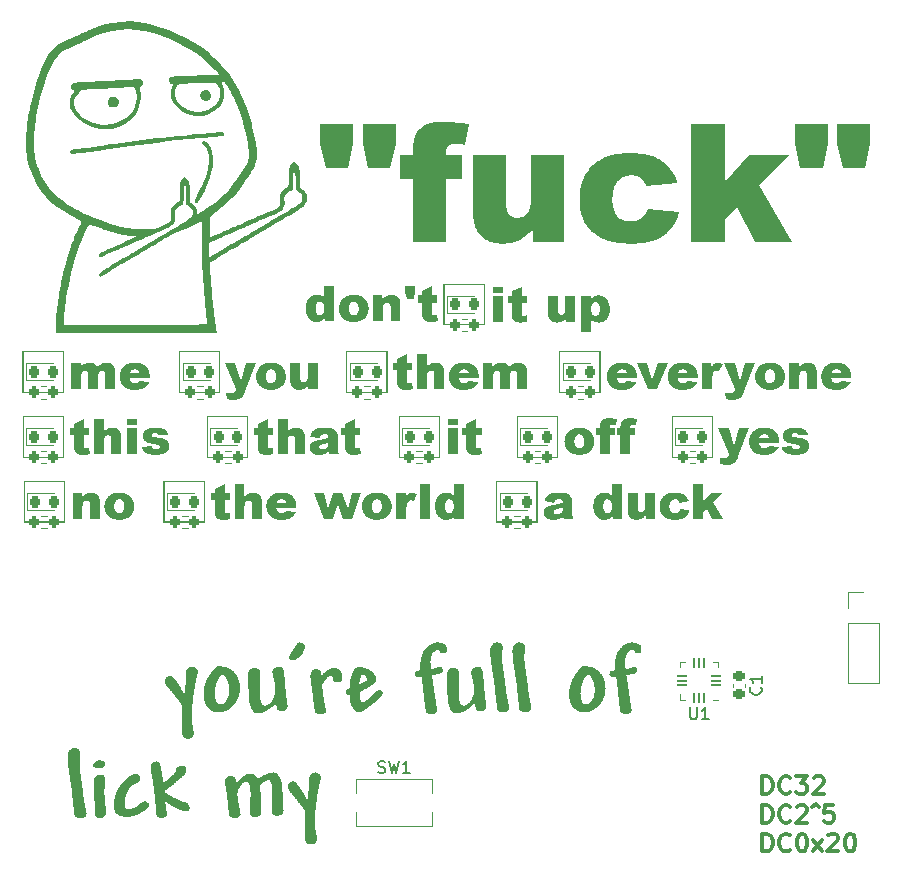
<source format=gto>
G04 #@! TF.GenerationSoftware,KiCad,Pcbnew,7.0.2*
G04 #@! TF.CreationDate,2024-01-30T17:08:08-08:00*
G04 #@! TF.ProjectId,fuck-sao,6675636b-2d73-4616-9f2e-6b696361645f,rev?*
G04 #@! TF.SameCoordinates,Original*
G04 #@! TF.FileFunction,Legend,Top*
G04 #@! TF.FilePolarity,Positive*
%FSLAX46Y46*%
G04 Gerber Fmt 4.6, Leading zero omitted, Abs format (unit mm)*
G04 Created by KiCad (PCBNEW 7.0.2) date 2024-01-30 17:08:08*
%MOMM*%
%LPD*%
G01*
G04 APERTURE LIST*
G04 Aperture macros list*
%AMRoundRect*
0 Rectangle with rounded corners*
0 $1 Rounding radius*
0 $2 $3 $4 $5 $6 $7 $8 $9 X,Y pos of 4 corners*
0 Add a 4 corners polygon primitive as box body*
4,1,4,$2,$3,$4,$5,$6,$7,$8,$9,$2,$3,0*
0 Add four circle primitives for the rounded corners*
1,1,$1+$1,$2,$3*
1,1,$1+$1,$4,$5*
1,1,$1+$1,$6,$7*
1,1,$1+$1,$8,$9*
0 Add four rect primitives between the rounded corners*
20,1,$1+$1,$2,$3,$4,$5,0*
20,1,$1+$1,$4,$5,$6,$7,0*
20,1,$1+$1,$6,$7,$8,$9,0*
20,1,$1+$1,$8,$9,$2,$3,0*%
%AMFreePoly0*
4,1,14,0.085355,0.385355,0.100000,0.350000,0.100000,-0.350000,0.085355,-0.385355,0.050000,-0.400000,0.000711,-0.400000,-0.034644,-0.385355,-0.085355,-0.334644,-0.100000,-0.299289,-0.100000,0.350000,-0.085355,0.385355,-0.050000,0.400000,0.050000,0.400000,0.085355,0.385355,0.085355,0.385355,$1*%
%AMFreePoly1*
4,1,14,0.085355,0.385355,0.100000,0.350000,0.100000,-0.299289,0.085355,-0.334644,0.034644,-0.385355,-0.000711,-0.400000,-0.050000,-0.400000,-0.085355,-0.385355,-0.100000,-0.350000,-0.100000,0.350000,-0.085355,0.385355,-0.050000,0.400000,0.050000,0.400000,0.085355,0.385355,0.085355,0.385355,$1*%
%AMFreePoly2*
4,1,14,0.385355,0.085355,0.400000,0.050000,0.400000,-0.050000,0.385355,-0.085355,0.350000,-0.100000,-0.350000,-0.100000,-0.385355,-0.085355,-0.400000,-0.050000,-0.400000,-0.000711,-0.385355,0.034644,-0.334644,0.085355,-0.299289,0.100000,0.350000,0.100000,0.385355,0.085355,0.385355,0.085355,$1*%
%AMFreePoly3*
4,1,14,0.385355,0.085355,0.400000,0.050000,0.400000,-0.050000,0.385355,-0.085355,0.350000,-0.100000,-0.299289,-0.100000,-0.334644,-0.085355,-0.385355,-0.034644,-0.400000,0.000711,-0.400000,0.050000,-0.385355,0.085355,-0.350000,0.100000,0.350000,0.100000,0.385355,0.085355,0.385355,0.085355,$1*%
%AMFreePoly4*
4,1,14,0.034644,0.385355,0.085355,0.334644,0.100000,0.299289,0.100000,-0.350000,0.085355,-0.385355,0.050000,-0.400000,-0.050000,-0.400000,-0.085355,-0.385355,-0.100000,-0.350000,-0.100000,0.350000,-0.085355,0.385355,-0.050000,0.400000,-0.000711,0.400000,0.034644,0.385355,0.034644,0.385355,$1*%
%AMFreePoly5*
4,1,14,0.085355,0.385355,0.100000,0.350000,0.100000,-0.350000,0.085355,-0.385355,0.050000,-0.400000,-0.050000,-0.400000,-0.085355,-0.385355,-0.100000,-0.350000,-0.100000,0.299289,-0.085355,0.334644,-0.034644,0.385355,0.000711,0.400000,0.050000,0.400000,0.085355,0.385355,0.085355,0.385355,$1*%
%AMFreePoly6*
4,1,14,0.385355,0.085355,0.400000,0.050000,0.400000,0.000711,0.385355,-0.034644,0.334644,-0.085355,0.299289,-0.100000,-0.350000,-0.100000,-0.385355,-0.085355,-0.400000,-0.050000,-0.400000,0.050000,-0.385355,0.085355,-0.350000,0.100000,0.350000,0.100000,0.385355,0.085355,0.385355,0.085355,$1*%
%AMFreePoly7*
4,1,14,0.334644,0.085355,0.385355,0.034644,0.400000,-0.000711,0.400000,-0.050000,0.385355,-0.085355,0.350000,-0.100000,-0.350000,-0.100000,-0.385355,-0.085355,-0.400000,-0.050000,-0.400000,0.050000,-0.385355,0.085355,-0.350000,0.100000,0.299289,0.100000,0.334644,0.085355,0.334644,0.085355,$1*%
G04 Aperture macros list end*
%ADD10C,0.300000*%
%ADD11C,0.150000*%
%ADD12C,0.120000*%
%ADD13R,1.700000X1.700000*%
%ADD14FreePoly0,180.000000*%
%ADD15RoundRect,0.050000X0.050000X0.350000X-0.050000X0.350000X-0.050000X-0.350000X0.050000X-0.350000X0*%
%ADD16FreePoly1,180.000000*%
%ADD17FreePoly2,180.000000*%
%ADD18RoundRect,0.050000X0.350000X0.050000X-0.350000X0.050000X-0.350000X-0.050000X0.350000X-0.050000X0*%
%ADD19FreePoly3,180.000000*%
%ADD20FreePoly4,180.000000*%
%ADD21FreePoly5,180.000000*%
%ADD22FreePoly6,180.000000*%
%ADD23FreePoly7,180.000000*%
%ADD24R,1.250000X1.000000*%
%ADD25RoundRect,0.200000X-0.200000X-0.275000X0.200000X-0.275000X0.200000X0.275000X-0.200000X0.275000X0*%
%ADD26O,1.700000X1.700000*%
%ADD27RoundRect,0.218750X-0.218750X-0.256250X0.218750X-0.256250X0.218750X0.256250X-0.218750X0.256250X0*%
%ADD28RoundRect,0.225000X-0.250000X0.225000X-0.250000X-0.225000X0.250000X-0.225000X0.250000X0.225000X0*%
G04 APERTURE END LIST*
D10*
X127857142Y-109506428D02*
X127857142Y-108006428D01*
X127857142Y-108006428D02*
X128214285Y-108006428D01*
X128214285Y-108006428D02*
X128428571Y-108077857D01*
X128428571Y-108077857D02*
X128571428Y-108220714D01*
X128571428Y-108220714D02*
X128642857Y-108363571D01*
X128642857Y-108363571D02*
X128714285Y-108649285D01*
X128714285Y-108649285D02*
X128714285Y-108863571D01*
X128714285Y-108863571D02*
X128642857Y-109149285D01*
X128642857Y-109149285D02*
X128571428Y-109292142D01*
X128571428Y-109292142D02*
X128428571Y-109435000D01*
X128428571Y-109435000D02*
X128214285Y-109506428D01*
X128214285Y-109506428D02*
X127857142Y-109506428D01*
X130214285Y-109363571D02*
X130142857Y-109435000D01*
X130142857Y-109435000D02*
X129928571Y-109506428D01*
X129928571Y-109506428D02*
X129785714Y-109506428D01*
X129785714Y-109506428D02*
X129571428Y-109435000D01*
X129571428Y-109435000D02*
X129428571Y-109292142D01*
X129428571Y-109292142D02*
X129357142Y-109149285D01*
X129357142Y-109149285D02*
X129285714Y-108863571D01*
X129285714Y-108863571D02*
X129285714Y-108649285D01*
X129285714Y-108649285D02*
X129357142Y-108363571D01*
X129357142Y-108363571D02*
X129428571Y-108220714D01*
X129428571Y-108220714D02*
X129571428Y-108077857D01*
X129571428Y-108077857D02*
X129785714Y-108006428D01*
X129785714Y-108006428D02*
X129928571Y-108006428D01*
X129928571Y-108006428D02*
X130142857Y-108077857D01*
X130142857Y-108077857D02*
X130214285Y-108149285D01*
X130714285Y-108006428D02*
X131642857Y-108006428D01*
X131642857Y-108006428D02*
X131142857Y-108577857D01*
X131142857Y-108577857D02*
X131357142Y-108577857D01*
X131357142Y-108577857D02*
X131500000Y-108649285D01*
X131500000Y-108649285D02*
X131571428Y-108720714D01*
X131571428Y-108720714D02*
X131642857Y-108863571D01*
X131642857Y-108863571D02*
X131642857Y-109220714D01*
X131642857Y-109220714D02*
X131571428Y-109363571D01*
X131571428Y-109363571D02*
X131500000Y-109435000D01*
X131500000Y-109435000D02*
X131357142Y-109506428D01*
X131357142Y-109506428D02*
X130928571Y-109506428D01*
X130928571Y-109506428D02*
X130785714Y-109435000D01*
X130785714Y-109435000D02*
X130714285Y-109363571D01*
X132214285Y-108149285D02*
X132285713Y-108077857D01*
X132285713Y-108077857D02*
X132428571Y-108006428D01*
X132428571Y-108006428D02*
X132785713Y-108006428D01*
X132785713Y-108006428D02*
X132928571Y-108077857D01*
X132928571Y-108077857D02*
X132999999Y-108149285D01*
X132999999Y-108149285D02*
X133071428Y-108292142D01*
X133071428Y-108292142D02*
X133071428Y-108435000D01*
X133071428Y-108435000D02*
X132999999Y-108649285D01*
X132999999Y-108649285D02*
X132142856Y-109506428D01*
X132142856Y-109506428D02*
X133071428Y-109506428D01*
X127857142Y-111936428D02*
X127857142Y-110436428D01*
X127857142Y-110436428D02*
X128214285Y-110436428D01*
X128214285Y-110436428D02*
X128428571Y-110507857D01*
X128428571Y-110507857D02*
X128571428Y-110650714D01*
X128571428Y-110650714D02*
X128642857Y-110793571D01*
X128642857Y-110793571D02*
X128714285Y-111079285D01*
X128714285Y-111079285D02*
X128714285Y-111293571D01*
X128714285Y-111293571D02*
X128642857Y-111579285D01*
X128642857Y-111579285D02*
X128571428Y-111722142D01*
X128571428Y-111722142D02*
X128428571Y-111865000D01*
X128428571Y-111865000D02*
X128214285Y-111936428D01*
X128214285Y-111936428D02*
X127857142Y-111936428D01*
X130214285Y-111793571D02*
X130142857Y-111865000D01*
X130142857Y-111865000D02*
X129928571Y-111936428D01*
X129928571Y-111936428D02*
X129785714Y-111936428D01*
X129785714Y-111936428D02*
X129571428Y-111865000D01*
X129571428Y-111865000D02*
X129428571Y-111722142D01*
X129428571Y-111722142D02*
X129357142Y-111579285D01*
X129357142Y-111579285D02*
X129285714Y-111293571D01*
X129285714Y-111293571D02*
X129285714Y-111079285D01*
X129285714Y-111079285D02*
X129357142Y-110793571D01*
X129357142Y-110793571D02*
X129428571Y-110650714D01*
X129428571Y-110650714D02*
X129571428Y-110507857D01*
X129571428Y-110507857D02*
X129785714Y-110436428D01*
X129785714Y-110436428D02*
X129928571Y-110436428D01*
X129928571Y-110436428D02*
X130142857Y-110507857D01*
X130142857Y-110507857D02*
X130214285Y-110579285D01*
X130785714Y-110579285D02*
X130857142Y-110507857D01*
X130857142Y-110507857D02*
X131000000Y-110436428D01*
X131000000Y-110436428D02*
X131357142Y-110436428D01*
X131357142Y-110436428D02*
X131500000Y-110507857D01*
X131500000Y-110507857D02*
X131571428Y-110579285D01*
X131571428Y-110579285D02*
X131642857Y-110722142D01*
X131642857Y-110722142D02*
X131642857Y-110865000D01*
X131642857Y-110865000D02*
X131571428Y-111079285D01*
X131571428Y-111079285D02*
X130714285Y-111936428D01*
X130714285Y-111936428D02*
X131642857Y-111936428D01*
X132071428Y-110579285D02*
X132357142Y-110365000D01*
X132357142Y-110365000D02*
X132642856Y-110579285D01*
X133857142Y-110436428D02*
X133142856Y-110436428D01*
X133142856Y-110436428D02*
X133071428Y-111150714D01*
X133071428Y-111150714D02*
X133142856Y-111079285D01*
X133142856Y-111079285D02*
X133285714Y-111007857D01*
X133285714Y-111007857D02*
X133642856Y-111007857D01*
X133642856Y-111007857D02*
X133785714Y-111079285D01*
X133785714Y-111079285D02*
X133857142Y-111150714D01*
X133857142Y-111150714D02*
X133928571Y-111293571D01*
X133928571Y-111293571D02*
X133928571Y-111650714D01*
X133928571Y-111650714D02*
X133857142Y-111793571D01*
X133857142Y-111793571D02*
X133785714Y-111865000D01*
X133785714Y-111865000D02*
X133642856Y-111936428D01*
X133642856Y-111936428D02*
X133285714Y-111936428D01*
X133285714Y-111936428D02*
X133142856Y-111865000D01*
X133142856Y-111865000D02*
X133071428Y-111793571D01*
X127857142Y-114366428D02*
X127857142Y-112866428D01*
X127857142Y-112866428D02*
X128214285Y-112866428D01*
X128214285Y-112866428D02*
X128428571Y-112937857D01*
X128428571Y-112937857D02*
X128571428Y-113080714D01*
X128571428Y-113080714D02*
X128642857Y-113223571D01*
X128642857Y-113223571D02*
X128714285Y-113509285D01*
X128714285Y-113509285D02*
X128714285Y-113723571D01*
X128714285Y-113723571D02*
X128642857Y-114009285D01*
X128642857Y-114009285D02*
X128571428Y-114152142D01*
X128571428Y-114152142D02*
X128428571Y-114295000D01*
X128428571Y-114295000D02*
X128214285Y-114366428D01*
X128214285Y-114366428D02*
X127857142Y-114366428D01*
X130214285Y-114223571D02*
X130142857Y-114295000D01*
X130142857Y-114295000D02*
X129928571Y-114366428D01*
X129928571Y-114366428D02*
X129785714Y-114366428D01*
X129785714Y-114366428D02*
X129571428Y-114295000D01*
X129571428Y-114295000D02*
X129428571Y-114152142D01*
X129428571Y-114152142D02*
X129357142Y-114009285D01*
X129357142Y-114009285D02*
X129285714Y-113723571D01*
X129285714Y-113723571D02*
X129285714Y-113509285D01*
X129285714Y-113509285D02*
X129357142Y-113223571D01*
X129357142Y-113223571D02*
X129428571Y-113080714D01*
X129428571Y-113080714D02*
X129571428Y-112937857D01*
X129571428Y-112937857D02*
X129785714Y-112866428D01*
X129785714Y-112866428D02*
X129928571Y-112866428D01*
X129928571Y-112866428D02*
X130142857Y-112937857D01*
X130142857Y-112937857D02*
X130214285Y-113009285D01*
X131142857Y-112866428D02*
X131285714Y-112866428D01*
X131285714Y-112866428D02*
X131428571Y-112937857D01*
X131428571Y-112937857D02*
X131500000Y-113009285D01*
X131500000Y-113009285D02*
X131571428Y-113152142D01*
X131571428Y-113152142D02*
X131642857Y-113437857D01*
X131642857Y-113437857D02*
X131642857Y-113795000D01*
X131642857Y-113795000D02*
X131571428Y-114080714D01*
X131571428Y-114080714D02*
X131500000Y-114223571D01*
X131500000Y-114223571D02*
X131428571Y-114295000D01*
X131428571Y-114295000D02*
X131285714Y-114366428D01*
X131285714Y-114366428D02*
X131142857Y-114366428D01*
X131142857Y-114366428D02*
X131000000Y-114295000D01*
X131000000Y-114295000D02*
X130928571Y-114223571D01*
X130928571Y-114223571D02*
X130857142Y-114080714D01*
X130857142Y-114080714D02*
X130785714Y-113795000D01*
X130785714Y-113795000D02*
X130785714Y-113437857D01*
X130785714Y-113437857D02*
X130857142Y-113152142D01*
X130857142Y-113152142D02*
X130928571Y-113009285D01*
X130928571Y-113009285D02*
X131000000Y-112937857D01*
X131000000Y-112937857D02*
X131142857Y-112866428D01*
X132142856Y-114366428D02*
X132928571Y-113366428D01*
X132142856Y-113366428D02*
X132928571Y-114366428D01*
X133428571Y-113009285D02*
X133499999Y-112937857D01*
X133499999Y-112937857D02*
X133642857Y-112866428D01*
X133642857Y-112866428D02*
X133999999Y-112866428D01*
X133999999Y-112866428D02*
X134142857Y-112937857D01*
X134142857Y-112937857D02*
X134214285Y-113009285D01*
X134214285Y-113009285D02*
X134285714Y-113152142D01*
X134285714Y-113152142D02*
X134285714Y-113295000D01*
X134285714Y-113295000D02*
X134214285Y-113509285D01*
X134214285Y-113509285D02*
X133357142Y-114366428D01*
X133357142Y-114366428D02*
X134285714Y-114366428D01*
X135214285Y-112866428D02*
X135357142Y-112866428D01*
X135357142Y-112866428D02*
X135499999Y-112937857D01*
X135499999Y-112937857D02*
X135571428Y-113009285D01*
X135571428Y-113009285D02*
X135642856Y-113152142D01*
X135642856Y-113152142D02*
X135714285Y-113437857D01*
X135714285Y-113437857D02*
X135714285Y-113795000D01*
X135714285Y-113795000D02*
X135642856Y-114080714D01*
X135642856Y-114080714D02*
X135571428Y-114223571D01*
X135571428Y-114223571D02*
X135499999Y-114295000D01*
X135499999Y-114295000D02*
X135357142Y-114366428D01*
X135357142Y-114366428D02*
X135214285Y-114366428D01*
X135214285Y-114366428D02*
X135071428Y-114295000D01*
X135071428Y-114295000D02*
X134999999Y-114223571D01*
X134999999Y-114223571D02*
X134928570Y-114080714D01*
X134928570Y-114080714D02*
X134857142Y-113795000D01*
X134857142Y-113795000D02*
X134857142Y-113437857D01*
X134857142Y-113437857D02*
X134928570Y-113152142D01*
X134928570Y-113152142D02*
X134999999Y-113009285D01*
X134999999Y-113009285D02*
X135071428Y-112937857D01*
X135071428Y-112937857D02*
X135214285Y-112866428D01*
D11*
G36*
X77282065Y-99868904D02*
G01*
X77287465Y-99804550D01*
X77303663Y-99743562D01*
X77330661Y-99685939D01*
X77368458Y-99631683D01*
X77394905Y-99602191D01*
X77439264Y-99562349D01*
X77494793Y-99526285D01*
X77554388Y-99501441D01*
X77618051Y-99487816D01*
X77666015Y-99484954D01*
X77726740Y-99487702D01*
X77787830Y-99497362D01*
X77846734Y-99516253D01*
X77872644Y-99528918D01*
X77922735Y-99565239D01*
X77968265Y-99609518D01*
X78011868Y-99658634D01*
X78051431Y-99707435D01*
X78093928Y-99763391D01*
X78130593Y-99812759D01*
X78166819Y-99860638D01*
X78168667Y-99863042D01*
X78210497Y-99918207D01*
X78252455Y-99974892D01*
X78294543Y-100033097D01*
X78336759Y-100092821D01*
X78379104Y-100154066D01*
X78421578Y-100216830D01*
X78464181Y-100281114D01*
X78506912Y-100346918D01*
X78549773Y-100414241D01*
X78592762Y-100483085D01*
X78621493Y-100529825D01*
X78663413Y-100598518D01*
X78702345Y-100663914D01*
X78738289Y-100726013D01*
X78771244Y-100784815D01*
X78801212Y-100840319D01*
X78828191Y-100892526D01*
X78859515Y-100957006D01*
X78885527Y-101015624D01*
X78910571Y-101080654D01*
X78914584Y-101092561D01*
X78920881Y-101033713D01*
X78928752Y-100972519D01*
X78930704Y-100957739D01*
X78939630Y-100891819D01*
X78948273Y-100826500D01*
X78956632Y-100761782D01*
X78964707Y-100697666D01*
X78972500Y-100634150D01*
X78980009Y-100571236D01*
X78987235Y-100508922D01*
X78994177Y-100447210D01*
X79000836Y-100386099D01*
X79007211Y-100325588D01*
X79013304Y-100265679D01*
X79019113Y-100206371D01*
X79024638Y-100147664D01*
X79034839Y-100032053D01*
X79043907Y-99918847D01*
X79051841Y-99808044D01*
X79058641Y-99699646D01*
X79064308Y-99593653D01*
X79068842Y-99490063D01*
X79072243Y-99388878D01*
X79074509Y-99290097D01*
X79075643Y-99193720D01*
X79075785Y-99146434D01*
X79081040Y-99078273D01*
X79096805Y-99015573D01*
X79123080Y-98958334D01*
X79159865Y-98906557D01*
X79207161Y-98860240D01*
X79225261Y-98846015D01*
X79274792Y-98813929D01*
X79329045Y-98787282D01*
X79388021Y-98766073D01*
X79451720Y-98750302D01*
X79520141Y-98739970D01*
X79593286Y-98735075D01*
X79623866Y-98734640D01*
X79684281Y-98738453D01*
X79742430Y-98749890D01*
X79798312Y-98768952D01*
X79851927Y-98795640D01*
X79903276Y-98829952D01*
X79919888Y-98843084D01*
X79964710Y-98883819D01*
X80005282Y-98932906D01*
X80036194Y-98991066D01*
X80050620Y-99051425D01*
X80051779Y-99074626D01*
X80050027Y-99133462D01*
X80044772Y-99194565D01*
X80036014Y-99257934D01*
X80023752Y-99323571D01*
X80007987Y-99391474D01*
X80001953Y-99414612D01*
X79978535Y-99509844D01*
X79955540Y-99607228D01*
X79932968Y-99706765D01*
X79910820Y-99808454D01*
X79889096Y-99912295D01*
X79867795Y-100018289D01*
X79846918Y-100126435D01*
X79826465Y-100236734D01*
X79806435Y-100349185D01*
X79786829Y-100463788D01*
X79777185Y-100521897D01*
X79767646Y-100580544D01*
X79758214Y-100639729D01*
X79748887Y-100699452D01*
X79739667Y-100759713D01*
X79730552Y-100820512D01*
X79721543Y-100881850D01*
X79712640Y-100943725D01*
X79703843Y-101006139D01*
X79695152Y-101069090D01*
X79686567Y-101132580D01*
X79678087Y-101196608D01*
X79669883Y-101260689D01*
X79661939Y-101324521D01*
X79654255Y-101388103D01*
X79646832Y-101451437D01*
X79639669Y-101514522D01*
X79632767Y-101577358D01*
X79626125Y-101639945D01*
X79619744Y-101702282D01*
X79613623Y-101764371D01*
X79607763Y-101826211D01*
X79602163Y-101887801D01*
X79596823Y-101949143D01*
X79591744Y-102010236D01*
X79586926Y-102071079D01*
X79582368Y-102131674D01*
X79578070Y-102192020D01*
X79574033Y-102252116D01*
X79570256Y-102311964D01*
X79566740Y-102371563D01*
X79563484Y-102430912D01*
X79560489Y-102490013D01*
X79557754Y-102548864D01*
X79555280Y-102607467D01*
X79551112Y-102723925D01*
X79547987Y-102839387D01*
X79545903Y-102953853D01*
X79544861Y-103067323D01*
X79544731Y-103123684D01*
X79547056Y-103189036D01*
X79552266Y-103251673D01*
X79560452Y-103323514D01*
X79568545Y-103383436D01*
X79578312Y-103448536D01*
X79589754Y-103518814D01*
X79602870Y-103594269D01*
X79617660Y-103674902D01*
X79634125Y-103760713D01*
X79639986Y-103790467D01*
X79654652Y-103867429D01*
X79667875Y-103939497D01*
X79679656Y-104006671D01*
X79689994Y-104068950D01*
X79701535Y-104144375D01*
X79710511Y-104211099D01*
X79718124Y-104282268D01*
X79721971Y-104349725D01*
X79722051Y-104359064D01*
X79718259Y-104418577D01*
X79703696Y-104486309D01*
X79678211Y-104550022D01*
X79641803Y-104609716D01*
X79603120Y-104656392D01*
X79566713Y-104691723D01*
X79518878Y-104731830D01*
X79462137Y-104770985D01*
X79406118Y-104800352D01*
X79350820Y-104819929D01*
X79287217Y-104830398D01*
X79269225Y-104830942D01*
X79200280Y-104828400D01*
X79135594Y-104820775D01*
X79075166Y-104808067D01*
X79018998Y-104790275D01*
X78954777Y-104760887D01*
X78897211Y-104723557D01*
X78846299Y-104678284D01*
X78836915Y-104668276D01*
X78803026Y-104618176D01*
X78779084Y-104563068D01*
X78760471Y-104497441D01*
X78748759Y-104432818D01*
X78743126Y-104385443D01*
X78737630Y-104320205D01*
X78732135Y-104246310D01*
X78727739Y-104180960D01*
X78723342Y-104110068D01*
X78718946Y-104033636D01*
X78715648Y-103972675D01*
X78712351Y-103908597D01*
X78709054Y-103841402D01*
X78707955Y-103818311D01*
X78705074Y-103750038D01*
X78702477Y-103684805D01*
X78700162Y-103622612D01*
X78698132Y-103563459D01*
X78695865Y-103489316D01*
X78694102Y-103420577D01*
X78692842Y-103357241D01*
X78691976Y-103285671D01*
X78691835Y-103246782D01*
X78692075Y-103180350D01*
X78692797Y-103113311D01*
X78693999Y-103045666D01*
X78695682Y-102977413D01*
X78697845Y-102908554D01*
X78700490Y-102839088D01*
X78703616Y-102769015D01*
X78707222Y-102698335D01*
X78711309Y-102627049D01*
X78715877Y-102555155D01*
X78720926Y-102482655D01*
X78726456Y-102409549D01*
X78732467Y-102335835D01*
X78738958Y-102261514D01*
X78745931Y-102186587D01*
X78753384Y-102111053D01*
X78739474Y-102053763D01*
X78714744Y-101999541D01*
X78677650Y-101932496D01*
X78641714Y-101873798D01*
X78598824Y-101807887D01*
X78548979Y-101734763D01*
X78511884Y-101682006D01*
X78471699Y-101626044D01*
X78428422Y-101566876D01*
X78382054Y-101504503D01*
X78357711Y-101472114D01*
X78308040Y-101406603D01*
X78257945Y-101341230D01*
X78207427Y-101275995D01*
X78156485Y-101210896D01*
X78105120Y-101145935D01*
X78053331Y-101081112D01*
X78001118Y-101016425D01*
X77948482Y-100951877D01*
X77895422Y-100887465D01*
X77841938Y-100823191D01*
X77788031Y-100759055D01*
X77733701Y-100695055D01*
X77678946Y-100631193D01*
X77623768Y-100567469D01*
X77568167Y-100503882D01*
X77512142Y-100440432D01*
X77471025Y-100391832D01*
X77433952Y-100342201D01*
X77400923Y-100291539D01*
X77371939Y-100239848D01*
X77339584Y-100169323D01*
X77314420Y-100096966D01*
X77296445Y-100022777D01*
X77285660Y-99946756D01*
X77282065Y-99868904D01*
G37*
G36*
X81864273Y-98644792D02*
G01*
X81922960Y-98654913D01*
X81984395Y-98671262D01*
X82040404Y-98690676D01*
X82102686Y-98709911D01*
X82160572Y-98723649D01*
X82220438Y-98732536D01*
X82263154Y-98734640D01*
X82339266Y-98738510D01*
X82416660Y-98750119D01*
X82475548Y-98763905D01*
X82535156Y-98782044D01*
X82595486Y-98804537D01*
X82656537Y-98831383D01*
X82718310Y-98862583D01*
X82780804Y-98898136D01*
X82844019Y-98938042D01*
X82907955Y-98982302D01*
X82971123Y-99030066D01*
X83031483Y-99080482D01*
X83089035Y-99133552D01*
X83143779Y-99189275D01*
X83195715Y-99247652D01*
X83244844Y-99308681D01*
X83291165Y-99372364D01*
X83334678Y-99438701D01*
X83375383Y-99507690D01*
X83413280Y-99579333D01*
X83436985Y-99628569D01*
X83470245Y-99703934D01*
X83500234Y-99781102D01*
X83526952Y-99860074D01*
X83550397Y-99940849D01*
X83570572Y-100023427D01*
X83587475Y-100107808D01*
X83601106Y-100193992D01*
X83608376Y-100252450D01*
X83614192Y-100311709D01*
X83618554Y-100371770D01*
X83621462Y-100432633D01*
X83622916Y-100494296D01*
X83623098Y-100525429D01*
X83622148Y-100593429D01*
X83619297Y-100660777D01*
X83614546Y-100727473D01*
X83607894Y-100793516D01*
X83599341Y-100858906D01*
X83588889Y-100923644D01*
X83576535Y-100987729D01*
X83562281Y-101051161D01*
X83546127Y-101113941D01*
X83528072Y-101176069D01*
X83508117Y-101237543D01*
X83486261Y-101298366D01*
X83462504Y-101358535D01*
X83436847Y-101418052D01*
X83409290Y-101476917D01*
X83379832Y-101535129D01*
X83348708Y-101592167D01*
X83316153Y-101647877D01*
X83282167Y-101702259D01*
X83246750Y-101755314D01*
X83209902Y-101807040D01*
X83171623Y-101857438D01*
X83131912Y-101906507D01*
X83090771Y-101954249D01*
X83048198Y-102000663D01*
X83004194Y-102045749D01*
X82958759Y-102089506D01*
X82911893Y-102131936D01*
X82863596Y-102173037D01*
X82813868Y-102212811D01*
X82762709Y-102251256D01*
X82710118Y-102288374D01*
X82656887Y-102323688D01*
X82603804Y-102356723D01*
X82550870Y-102387481D01*
X82498085Y-102415960D01*
X82445449Y-102442161D01*
X82366773Y-102477190D01*
X82288433Y-102507093D01*
X82210427Y-102531870D01*
X82132757Y-102551520D01*
X82055421Y-102566045D01*
X81978420Y-102575443D01*
X81901754Y-102579715D01*
X81876273Y-102580000D01*
X81799646Y-102578379D01*
X81725102Y-102573519D01*
X81652642Y-102565419D01*
X81582266Y-102554079D01*
X81513973Y-102539499D01*
X81447764Y-102521679D01*
X81383639Y-102500619D01*
X81321598Y-102476318D01*
X81261640Y-102448778D01*
X81203766Y-102417998D01*
X81147975Y-102383977D01*
X81094269Y-102346717D01*
X81042646Y-102306217D01*
X80993106Y-102262476D01*
X80945651Y-102215496D01*
X80900279Y-102165275D01*
X80857334Y-102111912D01*
X80817160Y-102055870D01*
X80779756Y-101997148D01*
X80745123Y-101935748D01*
X80713261Y-101871669D01*
X80684170Y-101804910D01*
X80657849Y-101735473D01*
X80634298Y-101663356D01*
X80613518Y-101588561D01*
X80595509Y-101511086D01*
X80580271Y-101430932D01*
X80567803Y-101348100D01*
X80558106Y-101262588D01*
X80551179Y-101174397D01*
X80547023Y-101083527D01*
X80545638Y-100989979D01*
X80546279Y-100947480D01*
X81505512Y-100947480D01*
X81506646Y-101031982D01*
X81510046Y-101112928D01*
X81515713Y-101190320D01*
X81523647Y-101264156D01*
X81533848Y-101334438D01*
X81546316Y-101401165D01*
X81561051Y-101464337D01*
X81578053Y-101523954D01*
X81597321Y-101580017D01*
X81626539Y-101649237D01*
X81634473Y-101665554D01*
X81668522Y-101726004D01*
X81705456Y-101778394D01*
X81745275Y-101822725D01*
X81799106Y-101866803D01*
X81857445Y-101898287D01*
X81920293Y-101917178D01*
X81987648Y-101923475D01*
X82051006Y-101917704D01*
X82113586Y-101900394D01*
X82175387Y-101871543D01*
X82236409Y-101831151D01*
X82281665Y-101793284D01*
X82326483Y-101748925D01*
X82370863Y-101698075D01*
X82414806Y-101640733D01*
X82458310Y-101576900D01*
X82472714Y-101554180D01*
X82514093Y-101483812D01*
X82551402Y-101411744D01*
X82584641Y-101337976D01*
X82613810Y-101262508D01*
X82638909Y-101185339D01*
X82659938Y-101106471D01*
X82676896Y-101025902D01*
X82689785Y-100943633D01*
X82698603Y-100859665D01*
X82703352Y-100773995D01*
X82704256Y-100715938D01*
X82703581Y-100655734D01*
X82701554Y-100596022D01*
X82698177Y-100536803D01*
X82693449Y-100478076D01*
X82683823Y-100390909D01*
X82671158Y-100304849D01*
X82655453Y-100219897D01*
X82636708Y-100136052D01*
X82614924Y-100053315D01*
X82590099Y-99971686D01*
X82562236Y-99891165D01*
X82531332Y-99811751D01*
X82498793Y-99736588D01*
X82466022Y-99668817D01*
X82433019Y-99608440D01*
X82399785Y-99555456D01*
X82355111Y-99496311D01*
X82310025Y-99450310D01*
X82253089Y-99411291D01*
X82195508Y-99392808D01*
X82172295Y-99391165D01*
X82106343Y-99403437D01*
X82052911Y-99430925D01*
X81998883Y-99474122D01*
X81957972Y-99516828D01*
X81916726Y-99568369D01*
X81875145Y-99628746D01*
X81833230Y-99697959D01*
X81790979Y-99776008D01*
X81762626Y-99832949D01*
X81734124Y-99893817D01*
X81706440Y-99956665D01*
X81680543Y-100019915D01*
X81656432Y-100083565D01*
X81634106Y-100147616D01*
X81613567Y-100212067D01*
X81594814Y-100276919D01*
X81577846Y-100342172D01*
X81562665Y-100407826D01*
X81549270Y-100473880D01*
X81537661Y-100540335D01*
X81527838Y-100607191D01*
X81519801Y-100674447D01*
X81513550Y-100742105D01*
X81509084Y-100810162D01*
X81506405Y-100878621D01*
X81505512Y-100947480D01*
X80546279Y-100947480D01*
X80546726Y-100917833D01*
X80549989Y-100845379D01*
X80555427Y-100772616D01*
X80563040Y-100699543D01*
X80572829Y-100626162D01*
X80584793Y-100552471D01*
X80598933Y-100478471D01*
X80615247Y-100404162D01*
X80633737Y-100329544D01*
X80654402Y-100254617D01*
X80677243Y-100179380D01*
X80702259Y-100103835D01*
X80729450Y-100027980D01*
X80758816Y-99951817D01*
X80790358Y-99875344D01*
X80824075Y-99798562D01*
X80859366Y-99722776D01*
X80895630Y-99649291D01*
X80932868Y-99578108D01*
X80971079Y-99509226D01*
X81010262Y-99442645D01*
X81050419Y-99378365D01*
X81091549Y-99316387D01*
X81133653Y-99256709D01*
X81176729Y-99199333D01*
X81220779Y-99144258D01*
X81265801Y-99091485D01*
X81311797Y-99041012D01*
X81358766Y-98992841D01*
X81406709Y-98946971D01*
X81455624Y-98903402D01*
X81505512Y-98862135D01*
X81548119Y-98820661D01*
X81583182Y-98769811D01*
X81620678Y-98719562D01*
X81670572Y-98677247D01*
X81727977Y-98651052D01*
X81792892Y-98640977D01*
X81801535Y-98640851D01*
X81864273Y-98644792D01*
G37*
G36*
X84859944Y-98828429D02*
G01*
X84946107Y-98832177D01*
X85023794Y-98843422D01*
X85093007Y-98862162D01*
X85153745Y-98888399D01*
X85206008Y-98922131D01*
X85249795Y-98963360D01*
X85285108Y-99012085D01*
X85311946Y-99068306D01*
X85330308Y-99132024D01*
X85340196Y-99203237D01*
X85342079Y-99254877D01*
X85340980Y-99321922D01*
X85339177Y-99381313D01*
X85336515Y-99454157D01*
X85333767Y-99522117D01*
X85330470Y-99598687D01*
X85327636Y-99661765D01*
X85324494Y-99729685D01*
X85321477Y-99797451D01*
X85318655Y-99862630D01*
X85316027Y-99925221D01*
X85313594Y-99985225D01*
X85310310Y-100070378D01*
X85307463Y-100149711D01*
X85305055Y-100223221D01*
X85303084Y-100290910D01*
X85301551Y-100352777D01*
X85300189Y-100426210D01*
X85299605Y-100489293D01*
X85299581Y-100503447D01*
X85299969Y-100596582D01*
X85301132Y-100686761D01*
X85303071Y-100773982D01*
X85305786Y-100858248D01*
X85309277Y-100939556D01*
X85313543Y-101017908D01*
X85318585Y-101093303D01*
X85324402Y-101165742D01*
X85330995Y-101235224D01*
X85338364Y-101301749D01*
X85346508Y-101365317D01*
X85355428Y-101425929D01*
X85375596Y-101538283D01*
X85398866Y-101638810D01*
X85425238Y-101727510D01*
X85454713Y-101804383D01*
X85487291Y-101869430D01*
X85522971Y-101922650D01*
X85582310Y-101980306D01*
X85648629Y-102011351D01*
X85696720Y-102017264D01*
X85766108Y-102013580D01*
X85833591Y-102002529D01*
X85899167Y-101984111D01*
X85962838Y-101958325D01*
X86024601Y-101925172D01*
X86084459Y-101884652D01*
X86142410Y-101836764D01*
X86198456Y-101781509D01*
X86252594Y-101718886D01*
X86304827Y-101648896D01*
X86338590Y-101598143D01*
X86371065Y-101545249D01*
X86401444Y-101491348D01*
X86429729Y-101436439D01*
X86455918Y-101380523D01*
X86480012Y-101323599D01*
X86502011Y-101265668D01*
X86521915Y-101206729D01*
X86539724Y-101146782D01*
X86555437Y-101085829D01*
X86569056Y-101023867D01*
X86580579Y-100960898D01*
X86590007Y-100896922D01*
X86597340Y-100831938D01*
X86602578Y-100765947D01*
X86605721Y-100698948D01*
X86606769Y-100630942D01*
X86606127Y-100565277D01*
X86604204Y-100499073D01*
X86600998Y-100432332D01*
X86596510Y-100365053D01*
X86590740Y-100297235D01*
X86583688Y-100228880D01*
X86575353Y-100159986D01*
X86565736Y-100090554D01*
X86554836Y-100020584D01*
X86542655Y-99950076D01*
X86529191Y-99879030D01*
X86514445Y-99807446D01*
X86498416Y-99735324D01*
X86481106Y-99662664D01*
X86462513Y-99589465D01*
X86442637Y-99515729D01*
X86426151Y-99456446D01*
X86408634Y-99388719D01*
X86394552Y-99328076D01*
X86382187Y-99264655D01*
X86374013Y-99203556D01*
X86372295Y-99168415D01*
X86378014Y-99108841D01*
X86395170Y-99051019D01*
X86423764Y-98994948D01*
X86463795Y-98940628D01*
X86505891Y-98896700D01*
X86534961Y-98870928D01*
X86587261Y-98831665D01*
X86642495Y-98799057D01*
X86700662Y-98773104D01*
X86761764Y-98753806D01*
X86825799Y-98741162D01*
X86892767Y-98735172D01*
X86920376Y-98734640D01*
X86982704Y-98737090D01*
X87053530Y-98747044D01*
X87116484Y-98764653D01*
X87171568Y-98789920D01*
X87227278Y-98830346D01*
X87271654Y-98881797D01*
X87277948Y-98891444D01*
X87302471Y-98946422D01*
X87320353Y-99008361D01*
X87337797Y-99088050D01*
X87349183Y-99151036D01*
X87360374Y-99221910D01*
X87371371Y-99300673D01*
X87382173Y-99387324D01*
X87392780Y-99481863D01*
X87403193Y-99584290D01*
X87413411Y-99694606D01*
X87423435Y-99812810D01*
X87428373Y-99874870D01*
X87433263Y-99938902D01*
X87438105Y-100004907D01*
X87442898Y-100072883D01*
X87447642Y-100142831D01*
X87452337Y-100214752D01*
X87457707Y-100298432D01*
X87463557Y-100382043D01*
X87469888Y-100465585D01*
X87476700Y-100549059D01*
X87483993Y-100632464D01*
X87491767Y-100715801D01*
X87500022Y-100799068D01*
X87508757Y-100882267D01*
X87517974Y-100965398D01*
X87527671Y-101048459D01*
X87537849Y-101131452D01*
X87548508Y-101214377D01*
X87559648Y-101297232D01*
X87571268Y-101380019D01*
X87583370Y-101462737D01*
X87595952Y-101545387D01*
X87606166Y-101611212D01*
X87615375Y-101674049D01*
X87623580Y-101733898D01*
X87632956Y-101809049D01*
X87640547Y-101878887D01*
X87646351Y-101943413D01*
X87650370Y-102002627D01*
X87652882Y-102069173D01*
X87653105Y-102093468D01*
X87646653Y-102157531D01*
X87627299Y-102218930D01*
X87595042Y-102277665D01*
X87557123Y-102325887D01*
X87518283Y-102364577D01*
X87469047Y-102405914D01*
X87413558Y-102443330D01*
X87360174Y-102469106D01*
X87301739Y-102484310D01*
X87273551Y-102486210D01*
X87203728Y-102484421D01*
X87138054Y-102479055D01*
X87076531Y-102470110D01*
X87019157Y-102457588D01*
X86955788Y-102437839D01*
X86898394Y-102412937D01*
X86844839Y-102379107D01*
X86799845Y-102336277D01*
X86775296Y-102300097D01*
X86755879Y-102238640D01*
X86742627Y-102172787D01*
X86731407Y-102104907D01*
X86722631Y-102045131D01*
X86713547Y-101977755D01*
X86704153Y-101902781D01*
X86694450Y-101820207D01*
X86687809Y-101760936D01*
X86684438Y-101730034D01*
X86643897Y-101782860D01*
X86602510Y-101834357D01*
X86560275Y-101884526D01*
X86517192Y-101933367D01*
X86473263Y-101980879D01*
X86428487Y-102027064D01*
X86382863Y-102071921D01*
X86336392Y-102115450D01*
X86289073Y-102157650D01*
X86240908Y-102198523D01*
X86191895Y-102238067D01*
X86142035Y-102276284D01*
X86091328Y-102313172D01*
X86039774Y-102348732D01*
X85987372Y-102382964D01*
X85934124Y-102415868D01*
X85880869Y-102447101D01*
X85828084Y-102476318D01*
X85775768Y-102503521D01*
X85698175Y-102540547D01*
X85621638Y-102573039D01*
X85546157Y-102600997D01*
X85471732Y-102624421D01*
X85398363Y-102643312D01*
X85326051Y-102657669D01*
X85254794Y-102667492D01*
X85184594Y-102672781D01*
X85138381Y-102673789D01*
X85076316Y-102669912D01*
X85016519Y-102658281D01*
X84958988Y-102638897D01*
X84903724Y-102611759D01*
X84850727Y-102576867D01*
X84799997Y-102534221D01*
X84751534Y-102483822D01*
X84705338Y-102425669D01*
X84661409Y-102359762D01*
X84619746Y-102286101D01*
X84593230Y-102232686D01*
X84567934Y-102175917D01*
X84544069Y-102116251D01*
X84521635Y-102053689D01*
X84500632Y-101988230D01*
X84481060Y-101919874D01*
X84462919Y-101848622D01*
X84446210Y-101774473D01*
X84430931Y-101697428D01*
X84417084Y-101617486D01*
X84404667Y-101534648D01*
X84393682Y-101448913D01*
X84384128Y-101360281D01*
X84376005Y-101268753D01*
X84369313Y-101174328D01*
X84364052Y-101077007D01*
X84360223Y-100976789D01*
X84358162Y-100915326D01*
X84355815Y-100845767D01*
X84353525Y-100778116D01*
X84350869Y-100699794D01*
X84348637Y-100634050D01*
X84346198Y-100562304D01*
X84343553Y-100484556D01*
X84340702Y-100400806D01*
X84339706Y-100371556D01*
X84336157Y-100262889D01*
X84332837Y-100160003D01*
X84329746Y-100062900D01*
X84326884Y-99971577D01*
X84324250Y-99886037D01*
X84321846Y-99806279D01*
X84319671Y-99732302D01*
X84317725Y-99664106D01*
X84316007Y-99601693D01*
X84313861Y-99518913D01*
X84312229Y-99449142D01*
X84310855Y-99376350D01*
X84310397Y-99326685D01*
X84313975Y-99258764D01*
X84324708Y-99195137D01*
X84342597Y-99135803D01*
X84367642Y-99080763D01*
X84399842Y-99030016D01*
X84439197Y-98983562D01*
X84456943Y-98966182D01*
X84505422Y-98926498D01*
X84559267Y-98893539D01*
X84618480Y-98867307D01*
X84683058Y-98847801D01*
X84753004Y-98835021D01*
X84812824Y-98829640D01*
X84859944Y-98828429D01*
G37*
G36*
X87770341Y-97921311D02*
G01*
X87781421Y-97860193D01*
X87802902Y-97805288D01*
X87835689Y-97741010D01*
X87870058Y-97682838D01*
X87911664Y-97618667D01*
X87947616Y-97566602D01*
X87987638Y-97511162D01*
X88001884Y-97491933D01*
X88041691Y-97435054D01*
X88076911Y-97381359D01*
X88113991Y-97321939D01*
X88144995Y-97270282D01*
X88177189Y-97214961D01*
X88210574Y-97155976D01*
X88245150Y-97093328D01*
X88280985Y-97029604D01*
X88314484Y-96971787D01*
X88345648Y-96919878D01*
X88381318Y-96863299D01*
X88419306Y-96807588D01*
X88456983Y-96759393D01*
X88466434Y-96748946D01*
X88513574Y-96707987D01*
X88566421Y-96680454D01*
X88620307Y-96671277D01*
X88678846Y-96674353D01*
X88747677Y-96686169D01*
X88814962Y-96706845D01*
X88869852Y-96730845D01*
X88923669Y-96760999D01*
X88976413Y-96797306D01*
X89024541Y-96835874D01*
X89071527Y-96881212D01*
X89111498Y-96932803D01*
X89137601Y-96990048D01*
X89143475Y-97031779D01*
X89132219Y-97094087D01*
X89113336Y-97151408D01*
X89089894Y-97211481D01*
X89065243Y-97269255D01*
X89048220Y-97307285D01*
X89018267Y-97371849D01*
X88987026Y-97435484D01*
X88954497Y-97498188D01*
X88920679Y-97559962D01*
X88885574Y-97620805D01*
X88849181Y-97680719D01*
X88834263Y-97704424D01*
X88795366Y-97753003D01*
X88751030Y-97801653D01*
X88701256Y-97850376D01*
X88646044Y-97899169D01*
X88597958Y-97938256D01*
X88546393Y-97977388D01*
X88491346Y-98016566D01*
X88436758Y-98052974D01*
X88385833Y-98084527D01*
X88327330Y-98117142D01*
X88264681Y-98146268D01*
X88202010Y-98166443D01*
X88157222Y-98171905D01*
X88089512Y-98168609D01*
X88026150Y-98158721D01*
X87967135Y-98142242D01*
X87912468Y-98119171D01*
X87883182Y-98103028D01*
X87833814Y-98065293D01*
X87795135Y-98016709D01*
X87774308Y-97961634D01*
X87770341Y-97921311D01*
G37*
G36*
X92294207Y-99671067D02*
G01*
X92287521Y-99735273D01*
X92267463Y-99798928D01*
X92238942Y-99854176D01*
X92200183Y-99909004D01*
X92187229Y-99924591D01*
X92140216Y-99972556D01*
X92092782Y-100008741D01*
X92038056Y-100035668D01*
X91975833Y-100047569D01*
X91968876Y-100047690D01*
X91897907Y-100045951D01*
X91833378Y-100040734D01*
X91775290Y-100032040D01*
X91707856Y-100015039D01*
X91651871Y-99991855D01*
X91597989Y-99954181D01*
X91561997Y-99906847D01*
X91543893Y-99849853D01*
X91534055Y-99788394D01*
X91520453Y-99722861D01*
X91504894Y-99666292D01*
X91481103Y-99604811D01*
X91457431Y-99564089D01*
X91415987Y-99522358D01*
X91363093Y-99496082D01*
X91298750Y-99485263D01*
X91284508Y-99484954D01*
X91212709Y-99502271D01*
X91144863Y-99541059D01*
X91087907Y-99584697D01*
X91025748Y-99640802D01*
X90981418Y-99685132D01*
X90934776Y-99735003D01*
X90885820Y-99790416D01*
X90834552Y-99851370D01*
X90780971Y-99917865D01*
X90725078Y-99989901D01*
X90666872Y-100067479D01*
X90606353Y-100150598D01*
X90575226Y-100194235D01*
X90579575Y-100254321D01*
X90584929Y-100319171D01*
X90591288Y-100388788D01*
X90598651Y-100463170D01*
X90607018Y-100542317D01*
X90616391Y-100626230D01*
X90623197Y-100684820D01*
X90630450Y-100745528D01*
X90638149Y-100808353D01*
X90646295Y-100873297D01*
X90654888Y-100940359D01*
X90663927Y-101009539D01*
X90673412Y-101080837D01*
X90683367Y-101152318D01*
X90693447Y-101222414D01*
X90703654Y-101291124D01*
X90713987Y-101358449D01*
X90724445Y-101424389D01*
X90735030Y-101488944D01*
X90745740Y-101552113D01*
X90756577Y-101613897D01*
X90767539Y-101674296D01*
X90778627Y-101733309D01*
X90789841Y-101790937D01*
X90806899Y-101874781D01*
X90824240Y-101955509D01*
X90841864Y-102033119D01*
X90847801Y-102058297D01*
X90865318Y-102130700D01*
X90880499Y-102196966D01*
X90893345Y-102257095D01*
X90906118Y-102323628D01*
X90916628Y-102390810D01*
X90922248Y-102451738D01*
X90922540Y-102465694D01*
X90912831Y-102524495D01*
X90883705Y-102579267D01*
X90842292Y-102623886D01*
X90794962Y-102659675D01*
X90767201Y-102676720D01*
X90709962Y-102707597D01*
X90653651Y-102732086D01*
X90589127Y-102752583D01*
X90525864Y-102764384D01*
X90472644Y-102767578D01*
X90411971Y-102765260D01*
X90353049Y-102758304D01*
X90286521Y-102744330D01*
X90222377Y-102724044D01*
X90169295Y-102701632D01*
X90113656Y-102671449D01*
X90061403Y-102633690D01*
X90017070Y-102587052D01*
X89990509Y-102541898D01*
X89974545Y-102480410D01*
X89961207Y-102419834D01*
X89947365Y-102349137D01*
X89936653Y-102289473D01*
X89925658Y-102224115D01*
X89914380Y-102153065D01*
X89902818Y-102076322D01*
X89890972Y-101993885D01*
X89882918Y-101935765D01*
X89874738Y-101875115D01*
X89866655Y-101813737D01*
X89858893Y-101753802D01*
X89851451Y-101695310D01*
X89840889Y-101610276D01*
X89831049Y-101528488D01*
X89821930Y-101449946D01*
X89813532Y-101374650D01*
X89805856Y-101302599D01*
X89798900Y-101233794D01*
X89792666Y-101168235D01*
X89787154Y-101105921D01*
X89783879Y-101066182D01*
X89777658Y-100997701D01*
X89769523Y-100928521D01*
X89760799Y-100861018D01*
X89750105Y-100782708D01*
X89740793Y-100716883D01*
X89730373Y-100644978D01*
X89718846Y-100566994D01*
X89706210Y-100482930D01*
X89692723Y-100390257D01*
X89680107Y-100302015D01*
X89668360Y-100218204D01*
X89657484Y-100138823D01*
X89647477Y-100063873D01*
X89638341Y-99993353D01*
X89630075Y-99927265D01*
X89622679Y-99865607D01*
X89613217Y-99781427D01*
X89605712Y-99707217D01*
X89600165Y-99642976D01*
X89595814Y-99572829D01*
X89594836Y-99531849D01*
X89595789Y-99471188D01*
X89600025Y-99395637D01*
X89607650Y-99326177D01*
X89618663Y-99262807D01*
X89633066Y-99205528D01*
X89655835Y-99142495D01*
X89683899Y-99088979D01*
X89703279Y-99061437D01*
X89749493Y-99014125D01*
X89805701Y-98976601D01*
X89860176Y-98952809D01*
X89921592Y-98935814D01*
X89989949Y-98925618D01*
X90049632Y-98922355D01*
X90065247Y-98922219D01*
X90133769Y-98924898D01*
X90197551Y-98932935D01*
X90256592Y-98946330D01*
X90319484Y-98968730D01*
X90375924Y-98998422D01*
X90429139Y-99037165D01*
X90470831Y-99084036D01*
X90494588Y-99140192D01*
X90497557Y-99169881D01*
X90496939Y-99232529D01*
X90495664Y-99292498D01*
X90493946Y-99355147D01*
X90493161Y-99380907D01*
X90491036Y-99443761D01*
X90489383Y-99505471D01*
X90488764Y-99553831D01*
X90539924Y-99483970D01*
X90591186Y-99417818D01*
X90642551Y-99355376D01*
X90694020Y-99296643D01*
X90745591Y-99241620D01*
X90797266Y-99190306D01*
X90849044Y-99142701D01*
X90900924Y-99098806D01*
X90952908Y-99058621D01*
X91004994Y-99022144D01*
X91039776Y-98999888D01*
X91092576Y-98969246D01*
X91146560Y-98941619D01*
X91201729Y-98917005D01*
X91258084Y-98895405D01*
X91315623Y-98876820D01*
X91374347Y-98861248D01*
X91434256Y-98848690D01*
X91495350Y-98839146D01*
X91557629Y-98832615D01*
X91621093Y-98829099D01*
X91664061Y-98828429D01*
X91740368Y-98831721D01*
X91811752Y-98841596D01*
X91878212Y-98858053D01*
X91939750Y-98881094D01*
X91996365Y-98910718D01*
X92048056Y-98946925D01*
X92094825Y-98989716D01*
X92136671Y-99039089D01*
X92173593Y-99095045D01*
X92205593Y-99157585D01*
X92232670Y-99226707D01*
X92254823Y-99302413D01*
X92272054Y-99384702D01*
X92284361Y-99473574D01*
X92291746Y-99569029D01*
X92294207Y-99671067D01*
G37*
G36*
X93669373Y-98735838D02*
G01*
X93739766Y-98739431D01*
X93809645Y-98745421D01*
X93879008Y-98753806D01*
X93947856Y-98764586D01*
X94016188Y-98777762D01*
X94084006Y-98793334D01*
X94151308Y-98811302D01*
X94218095Y-98831665D01*
X94284367Y-98854424D01*
X94328262Y-98870928D01*
X94392967Y-98897057D01*
X94455739Y-98924886D01*
X94516580Y-98954416D01*
X94575489Y-98985645D01*
X94632466Y-99018575D01*
X94687511Y-99053205D01*
X94740623Y-99089535D01*
X94791804Y-99127566D01*
X94841053Y-99167296D01*
X94888370Y-99208727D01*
X94918841Y-99237292D01*
X94962053Y-99280032D01*
X95013058Y-99335777D01*
X95056507Y-99390102D01*
X95092399Y-99443007D01*
X95120735Y-99494492D01*
X95145529Y-99556853D01*
X95158516Y-99616996D01*
X95160642Y-99652016D01*
X95159568Y-99717461D01*
X95156348Y-99777324D01*
X95149651Y-99841793D01*
X95137930Y-99906848D01*
X95119383Y-99967802D01*
X95116678Y-99974417D01*
X95088136Y-100031076D01*
X95054980Y-100079688D01*
X95014497Y-100126651D01*
X94973063Y-100166392D01*
X94920152Y-100206371D01*
X94868220Y-100240809D01*
X94802961Y-100281476D01*
X94745272Y-100316063D01*
X94680086Y-100354153D01*
X94607404Y-100395747D01*
X94554785Y-100425423D01*
X94498835Y-100456655D01*
X94439552Y-100489445D01*
X94376938Y-100523791D01*
X94344382Y-100541549D01*
X94281270Y-100576748D01*
X94221627Y-100610173D01*
X94165453Y-100641824D01*
X94112748Y-100671700D01*
X94040195Y-100713186D01*
X93975447Y-100750680D01*
X93918505Y-100784181D01*
X93854723Y-100822637D01*
X93804818Y-100853996D01*
X93755977Y-100887724D01*
X93750872Y-100891793D01*
X93750872Y-101077906D01*
X93752223Y-101142821D01*
X93756276Y-101205676D01*
X93763031Y-101266469D01*
X93772487Y-101325202D01*
X93788108Y-101395720D01*
X93807950Y-101463018D01*
X93832014Y-101527096D01*
X93837334Y-101539525D01*
X93864747Y-101596097D01*
X93898681Y-101651326D01*
X93939704Y-101698310D01*
X93994714Y-101731102D01*
X94026378Y-101735896D01*
X94088946Y-101724268D01*
X94149304Y-101698222D01*
X94200584Y-101668920D01*
X94257015Y-101631246D01*
X94318599Y-101585200D01*
X94385335Y-101530782D01*
X94432687Y-101489853D01*
X94482330Y-101445202D01*
X94534262Y-101396830D01*
X94588484Y-101344738D01*
X94644995Y-101288925D01*
X94674110Y-101259623D01*
X94720552Y-101213318D01*
X94764991Y-101169291D01*
X94807426Y-101127543D01*
X94867323Y-101069192D01*
X94922711Y-101015968D01*
X94973591Y-100967869D01*
X95019963Y-100924897D01*
X95074781Y-100875576D01*
X95121584Y-100835367D01*
X95168817Y-100797922D01*
X95176762Y-100792142D01*
X95229705Y-100757881D01*
X95287980Y-100729030D01*
X95343874Y-100711170D01*
X95403907Y-100704214D01*
X95473288Y-100708153D01*
X95533417Y-100719968D01*
X95595570Y-100745814D01*
X95643269Y-100783967D01*
X95676514Y-100834428D01*
X95695304Y-100897197D01*
X95699930Y-100956273D01*
X95686077Y-101029500D01*
X95657504Y-101092535D01*
X95613348Y-101162525D01*
X95575251Y-101213049D01*
X95530229Y-101266664D01*
X95478279Y-101323370D01*
X95419403Y-101383168D01*
X95353601Y-101446056D01*
X95280872Y-101512036D01*
X95201216Y-101581107D01*
X95114634Y-101653270D01*
X95068746Y-101690510D01*
X95021125Y-101728523D01*
X94971774Y-101767309D01*
X94920690Y-101806868D01*
X94867875Y-101847199D01*
X94813328Y-101888304D01*
X94763989Y-101924992D01*
X94712670Y-101964599D01*
X94690230Y-101982093D01*
X94643624Y-102018878D01*
X94553796Y-102088945D01*
X94468479Y-102154341D01*
X94387673Y-102215066D01*
X94311378Y-102271120D01*
X94239593Y-102322503D01*
X94172320Y-102369214D01*
X94109557Y-102411254D01*
X94051305Y-102448624D01*
X93997564Y-102481322D01*
X93925410Y-102521610D01*
X93863406Y-102551389D01*
X93796521Y-102574744D01*
X93758199Y-102580000D01*
X93691936Y-102576406D01*
X93627785Y-102565625D01*
X93565746Y-102547658D01*
X93505820Y-102522503D01*
X93448006Y-102490162D01*
X93392304Y-102450633D01*
X93338715Y-102403917D01*
X93287238Y-102350014D01*
X93237873Y-102288925D01*
X93190621Y-102220648D01*
X93160293Y-102171137D01*
X93131367Y-102119480D01*
X93104308Y-102067090D01*
X93079114Y-102013967D01*
X93055787Y-101960111D01*
X93034326Y-101905523D01*
X93014731Y-101850202D01*
X92997003Y-101794148D01*
X92981140Y-101737362D01*
X92967144Y-101679842D01*
X92955014Y-101621591D01*
X92944750Y-101562606D01*
X92936352Y-101502889D01*
X92929821Y-101442438D01*
X92925155Y-101381256D01*
X92922356Y-101319340D01*
X92921423Y-101256692D01*
X92921423Y-101117473D01*
X92863917Y-101133603D01*
X92803545Y-101140829D01*
X92752896Y-101142386D01*
X92695285Y-101120879D01*
X92651229Y-101075410D01*
X92644452Y-101066182D01*
X92614416Y-101013651D01*
X92594993Y-100953800D01*
X92591695Y-100918171D01*
X92594360Y-100852996D01*
X92603931Y-100788470D01*
X92623019Y-100728578D01*
X92647383Y-100686629D01*
X92690299Y-100644717D01*
X92739706Y-100611158D01*
X92793218Y-100581723D01*
X92857035Y-100551670D01*
X92905303Y-100531290D01*
X92906192Y-100446338D01*
X92908858Y-100362391D01*
X92913302Y-100279448D01*
X92916656Y-100235268D01*
X93730355Y-100235268D01*
X93782133Y-100205930D01*
X93834215Y-100177730D01*
X93889239Y-100148536D01*
X93942412Y-100120665D01*
X93989741Y-100096050D01*
X94049848Y-100064880D01*
X94105421Y-100035668D01*
X94172465Y-99999765D01*
X94231450Y-99967341D01*
X94293847Y-99931707D01*
X94352098Y-99896124D01*
X94397138Y-99864508D01*
X94392502Y-99805208D01*
X94378591Y-99746012D01*
X94355407Y-99686918D01*
X94322950Y-99627928D01*
X94288818Y-99578848D01*
X94265247Y-99549434D01*
X94223029Y-99503839D01*
X94169723Y-99459326D01*
X94113532Y-99425941D01*
X94054456Y-99403684D01*
X93992495Y-99392556D01*
X93960432Y-99391165D01*
X93909364Y-99428222D01*
X93880925Y-99479673D01*
X93856911Y-99539394D01*
X93837494Y-99598195D01*
X93817894Y-99666797D01*
X93808025Y-99704773D01*
X93794144Y-99762475D01*
X93777761Y-99836847D01*
X93763805Y-99908288D01*
X93752276Y-99976798D01*
X93743174Y-100042377D01*
X93736499Y-100105026D01*
X93732252Y-100164743D01*
X93730355Y-100235268D01*
X92916656Y-100235268D01*
X92919523Y-100197510D01*
X92927521Y-100116576D01*
X92937297Y-100036647D01*
X92948850Y-99957723D01*
X92962181Y-99879803D01*
X92977289Y-99802888D01*
X92994175Y-99726978D01*
X93006420Y-99676929D01*
X93026049Y-99603311D01*
X93047017Y-99531935D01*
X93069325Y-99462799D01*
X93092973Y-99395905D01*
X93117960Y-99331251D01*
X93144287Y-99268839D01*
X93171953Y-99208668D01*
X93200959Y-99150738D01*
X93231304Y-99095050D01*
X93262989Y-99041602D01*
X93284856Y-99007215D01*
X93317743Y-98958503D01*
X93360471Y-98901007D01*
X93401916Y-98852028D01*
X93451919Y-98802784D01*
X93499918Y-98766849D01*
X93554873Y-98741295D01*
X93598464Y-98734640D01*
X93669373Y-98735838D01*
G37*
G36*
X99000139Y-99587536D02*
G01*
X98937353Y-99587399D01*
X98878689Y-99586987D01*
X98811155Y-99586085D01*
X98750061Y-99584754D01*
X98685249Y-99582590D01*
X98621356Y-99579284D01*
X98613258Y-99578743D01*
X98550009Y-99550734D01*
X98499846Y-99517263D01*
X98457861Y-99471311D01*
X98431689Y-99409693D01*
X98427145Y-99366252D01*
X98430259Y-99306077D01*
X98441207Y-99243416D01*
X98460038Y-99186087D01*
X98476971Y-99150830D01*
X98510831Y-99102916D01*
X98558641Y-99068844D01*
X98604466Y-99059972D01*
X98663370Y-99058111D01*
X98724705Y-99053255D01*
X98785842Y-99046409D01*
X98827215Y-99040921D01*
X98887770Y-99033963D01*
X98925401Y-99029197D01*
X98916113Y-98966958D01*
X98908399Y-98901141D01*
X98902260Y-98831747D01*
X98897694Y-98758774D01*
X98895176Y-98697821D01*
X98893664Y-98634577D01*
X98893161Y-98569043D01*
X98893893Y-98499606D01*
X98896092Y-98431245D01*
X98899755Y-98363960D01*
X98904884Y-98297751D01*
X98911479Y-98232618D01*
X98919539Y-98168562D01*
X98929064Y-98105581D01*
X98940055Y-98043677D01*
X98952512Y-97982849D01*
X98966434Y-97923097D01*
X98981821Y-97864422D01*
X98998674Y-97806823D01*
X99016992Y-97750299D01*
X99036775Y-97694853D01*
X99069199Y-97613700D01*
X99080739Y-97587187D01*
X99117391Y-97509598D01*
X99157006Y-97435100D01*
X99199583Y-97363694D01*
X99245122Y-97295378D01*
X99293624Y-97230154D01*
X99345088Y-97168021D01*
X99399515Y-97108979D01*
X99456904Y-97053028D01*
X99517255Y-97000169D01*
X99580569Y-96950400D01*
X99624424Y-96918939D01*
X99691181Y-96874679D01*
X99757912Y-96834772D01*
X99824618Y-96799219D01*
X99891297Y-96768020D01*
X99957951Y-96741173D01*
X100024579Y-96718681D01*
X100091182Y-96700541D01*
X100157759Y-96686755D01*
X100224310Y-96677323D01*
X100290835Y-96672244D01*
X100335170Y-96671277D01*
X100400558Y-96672423D01*
X100463730Y-96675862D01*
X100524687Y-96681593D01*
X100583428Y-96689618D01*
X100658304Y-96703883D01*
X100729241Y-96722224D01*
X100796240Y-96744641D01*
X100859300Y-96771134D01*
X100918422Y-96801702D01*
X100972003Y-96835522D01*
X101018440Y-96872502D01*
X101066439Y-96923171D01*
X101103276Y-96978776D01*
X101128950Y-97039320D01*
X101143462Y-97104800D01*
X101147034Y-97160739D01*
X101146095Y-97220686D01*
X101142281Y-97289050D01*
X101135533Y-97350115D01*
X101123563Y-97413760D01*
X101104259Y-97474728D01*
X101086950Y-97509518D01*
X101047241Y-97557689D01*
X100995708Y-97590095D01*
X100932351Y-97606736D01*
X100892044Y-97609169D01*
X100820603Y-97606467D01*
X100758688Y-97598361D01*
X100694688Y-97580630D01*
X100637535Y-97548207D01*
X100597945Y-97495012D01*
X100587229Y-97436245D01*
X100561898Y-97379058D01*
X100505158Y-97348558D01*
X100441325Y-97334579D01*
X100374198Y-97328754D01*
X100327843Y-97327801D01*
X100265264Y-97332427D01*
X100205752Y-97346303D01*
X100149309Y-97369429D01*
X100095935Y-97401807D01*
X100045628Y-97443435D01*
X99998390Y-97494314D01*
X99954220Y-97554443D01*
X99923107Y-97605611D01*
X99913119Y-97623824D01*
X99884834Y-97679761D01*
X99859332Y-97737116D01*
X99836612Y-97795887D01*
X99816673Y-97856076D01*
X99799517Y-97917681D01*
X99785143Y-97980703D01*
X99773551Y-98045141D01*
X99764741Y-98110997D01*
X99758713Y-98178269D01*
X99755468Y-98246958D01*
X99754849Y-98293538D01*
X99755828Y-98353232D01*
X99758765Y-98422406D01*
X99762708Y-98487293D01*
X99768010Y-98558762D01*
X99773231Y-98620678D01*
X99779321Y-98686807D01*
X99782693Y-98721451D01*
X99789185Y-98780275D01*
X99795230Y-98839260D01*
X99800725Y-98900626D01*
X99803210Y-98935408D01*
X99869155Y-98929271D01*
X99932078Y-98916614D01*
X99993330Y-98900793D01*
X100062595Y-98880178D01*
X100123778Y-98860234D01*
X100190090Y-98837222D01*
X100261806Y-98813179D01*
X100328210Y-98792342D01*
X100389301Y-98774711D01*
X100458194Y-98757180D01*
X100518788Y-98744658D01*
X100580543Y-98736243D01*
X100615073Y-98734640D01*
X100675981Y-98747543D01*
X100724501Y-98782631D01*
X100741102Y-98802051D01*
X100772358Y-98855014D01*
X100789187Y-98914983D01*
X100792393Y-98958855D01*
X100788458Y-99027563D01*
X100776651Y-99088972D01*
X100752093Y-99153028D01*
X100716201Y-99206575D01*
X100668974Y-99249611D01*
X100631193Y-99272463D01*
X100569346Y-99291096D01*
X100509468Y-99308527D01*
X100451560Y-99324756D01*
X100368389Y-99346845D01*
X100289650Y-99366229D01*
X100215341Y-99382909D01*
X100145462Y-99396884D01*
X100080015Y-99408154D01*
X100018998Y-99416719D01*
X99944535Y-99423932D01*
X99877948Y-99426336D01*
X99888356Y-99495019D01*
X99898516Y-99562217D01*
X99908426Y-99627929D01*
X99918088Y-99692156D01*
X99927500Y-99754897D01*
X99936663Y-99816153D01*
X99945578Y-99875923D01*
X99954243Y-99934208D01*
X99970827Y-100046322D01*
X99986415Y-100152493D01*
X100001006Y-100252722D01*
X100014602Y-100347009D01*
X100027201Y-100435355D01*
X100038805Y-100517758D01*
X100049412Y-100594219D01*
X100059023Y-100664739D01*
X100067639Y-100729316D01*
X100075258Y-100787952D01*
X100084819Y-100864764D01*
X100087508Y-100887397D01*
X100096215Y-100947383D01*
X100106698Y-101016813D01*
X100117197Y-101085083D01*
X100126303Y-101143708D01*
X100136465Y-101208697D01*
X100147684Y-101280047D01*
X100159958Y-101357761D01*
X100173289Y-101441837D01*
X100182763Y-101501423D01*
X100198202Y-101595029D01*
X100212645Y-101683506D01*
X100226091Y-101766854D01*
X100238542Y-101845073D01*
X100249997Y-101918162D01*
X100260455Y-101986123D01*
X100269918Y-102048954D01*
X100282244Y-102133585D01*
X100292329Y-102206674D01*
X100300173Y-102268224D01*
X100307145Y-102332337D01*
X100310258Y-102383628D01*
X100303947Y-102443194D01*
X100285013Y-102501357D01*
X100253457Y-102558118D01*
X100216363Y-102605654D01*
X100178367Y-102644480D01*
X100128907Y-102686314D01*
X100079448Y-102719493D01*
X100021746Y-102747262D01*
X99964043Y-102763250D01*
X99914584Y-102767578D01*
X99854671Y-102765539D01*
X99795831Y-102759421D01*
X99738064Y-102749224D01*
X99670161Y-102731604D01*
X99614755Y-102712434D01*
X99560423Y-102689186D01*
X99549685Y-102684047D01*
X99491451Y-102651641D01*
X99437445Y-102611099D01*
X99394099Y-102561159D01*
X99370354Y-102507372D01*
X99366503Y-102486210D01*
X99357960Y-102426039D01*
X99347269Y-102361188D01*
X99336069Y-102295843D01*
X99334263Y-102285443D01*
X99321956Y-102202432D01*
X99309946Y-102119731D01*
X99298234Y-102037340D01*
X99286819Y-101955257D01*
X99275702Y-101873483D01*
X99264883Y-101792019D01*
X99254362Y-101710863D01*
X99244138Y-101630017D01*
X99234211Y-101549480D01*
X99224583Y-101469252D01*
X99215252Y-101389333D01*
X99206219Y-101309723D01*
X99197483Y-101230422D01*
X99189046Y-101151431D01*
X99180905Y-101072748D01*
X99173063Y-100994375D01*
X99166949Y-100932665D01*
X99160881Y-100872101D01*
X99154859Y-100812681D01*
X99142952Y-100697276D01*
X99131229Y-100586451D01*
X99119688Y-100480206D01*
X99108331Y-100378539D01*
X99097157Y-100281453D01*
X99086166Y-100188946D01*
X99075358Y-100101019D01*
X99064734Y-100017671D01*
X99054292Y-99938902D01*
X99044034Y-99864714D01*
X99033959Y-99795104D01*
X99024067Y-99730075D01*
X99014359Y-99669625D01*
X99000139Y-99587536D01*
G37*
G36*
X101689253Y-98828429D02*
G01*
X101775416Y-98832177D01*
X101853104Y-98843422D01*
X101922316Y-98862162D01*
X101983054Y-98888399D01*
X102035317Y-98922131D01*
X102079104Y-98963360D01*
X102114417Y-99012085D01*
X102141255Y-99068306D01*
X102159617Y-99132024D01*
X102169505Y-99203237D01*
X102171388Y-99254877D01*
X102170289Y-99321922D01*
X102168486Y-99381313D01*
X102165824Y-99454157D01*
X102163076Y-99522117D01*
X102159779Y-99598687D01*
X102156945Y-99661765D01*
X102153803Y-99729685D01*
X102150786Y-99797451D01*
X102147964Y-99862630D01*
X102145336Y-99925221D01*
X102142903Y-99985225D01*
X102139619Y-100070378D01*
X102136772Y-100149711D01*
X102134364Y-100223221D01*
X102132393Y-100290910D01*
X102130861Y-100352777D01*
X102129498Y-100426210D01*
X102128914Y-100489293D01*
X102128890Y-100503447D01*
X102129278Y-100596582D01*
X102130441Y-100686761D01*
X102132380Y-100773982D01*
X102135095Y-100858248D01*
X102138586Y-100939556D01*
X102142852Y-101017908D01*
X102147894Y-101093303D01*
X102153711Y-101165742D01*
X102160304Y-101235224D01*
X102167673Y-101301749D01*
X102175817Y-101365317D01*
X102184738Y-101425929D01*
X102204905Y-101538283D01*
X102228175Y-101638810D01*
X102254547Y-101727510D01*
X102284022Y-101804383D01*
X102316600Y-101869430D01*
X102352281Y-101922650D01*
X102411619Y-101980306D01*
X102477938Y-102011351D01*
X102526029Y-102017264D01*
X102595418Y-102013580D01*
X102662900Y-102002529D01*
X102728477Y-101984111D01*
X102792147Y-101958325D01*
X102853911Y-101925172D01*
X102913768Y-101884652D01*
X102971720Y-101836764D01*
X103027765Y-101781509D01*
X103081904Y-101718886D01*
X103134136Y-101648896D01*
X103167899Y-101598143D01*
X103200374Y-101545249D01*
X103230753Y-101491348D01*
X103259038Y-101436439D01*
X103285227Y-101380523D01*
X103309321Y-101323599D01*
X103331320Y-101265668D01*
X103351224Y-101206729D01*
X103369033Y-101146782D01*
X103384747Y-101085829D01*
X103398365Y-101023867D01*
X103409888Y-100960898D01*
X103419316Y-100896922D01*
X103426650Y-100831938D01*
X103431887Y-100765947D01*
X103435030Y-100698948D01*
X103436078Y-100630942D01*
X103435437Y-100565277D01*
X103433513Y-100499073D01*
X103430307Y-100432332D01*
X103425819Y-100365053D01*
X103420049Y-100297235D01*
X103412997Y-100228880D01*
X103404662Y-100159986D01*
X103395045Y-100090554D01*
X103384146Y-100020584D01*
X103371964Y-99950076D01*
X103358500Y-99879030D01*
X103343754Y-99807446D01*
X103327725Y-99735324D01*
X103310415Y-99662664D01*
X103291822Y-99589465D01*
X103271946Y-99515729D01*
X103255460Y-99456446D01*
X103237943Y-99388719D01*
X103223861Y-99328076D01*
X103211496Y-99264655D01*
X103203322Y-99203556D01*
X103201605Y-99168415D01*
X103207323Y-99108841D01*
X103224479Y-99051019D01*
X103253073Y-98994948D01*
X103293104Y-98940628D01*
X103335200Y-98896700D01*
X103364270Y-98870928D01*
X103416570Y-98831665D01*
X103471804Y-98799057D01*
X103529971Y-98773104D01*
X103591073Y-98753806D01*
X103655108Y-98741162D01*
X103722076Y-98735172D01*
X103749685Y-98734640D01*
X103812013Y-98737090D01*
X103882839Y-98747044D01*
X103945793Y-98764653D01*
X104000877Y-98789920D01*
X104056587Y-98830346D01*
X104100963Y-98881797D01*
X104107257Y-98891444D01*
X104131781Y-98946422D01*
X104149662Y-99008361D01*
X104167106Y-99088050D01*
X104178492Y-99151036D01*
X104189683Y-99221910D01*
X104200680Y-99300673D01*
X104211482Y-99387324D01*
X104222089Y-99481863D01*
X104232502Y-99584290D01*
X104242720Y-99694606D01*
X104252744Y-99812810D01*
X104257682Y-99874870D01*
X104262573Y-99938902D01*
X104267414Y-100004907D01*
X104272207Y-100072883D01*
X104276951Y-100142831D01*
X104281646Y-100214752D01*
X104287016Y-100298432D01*
X104292866Y-100382043D01*
X104299198Y-100465585D01*
X104306010Y-100549059D01*
X104313303Y-100632464D01*
X104321076Y-100715801D01*
X104329331Y-100799068D01*
X104338066Y-100882267D01*
X104347283Y-100965398D01*
X104356980Y-101048459D01*
X104367158Y-101131452D01*
X104377817Y-101214377D01*
X104388957Y-101297232D01*
X104400577Y-101380019D01*
X104412679Y-101462737D01*
X104425261Y-101545387D01*
X104435475Y-101611212D01*
X104444684Y-101674049D01*
X104452889Y-101733898D01*
X104462265Y-101809049D01*
X104469856Y-101878887D01*
X104475661Y-101943413D01*
X104479679Y-102002627D01*
X104482191Y-102069173D01*
X104482414Y-102093468D01*
X104475963Y-102157531D01*
X104456608Y-102218930D01*
X104424351Y-102277665D01*
X104386432Y-102325887D01*
X104347592Y-102364577D01*
X104298356Y-102405914D01*
X104242868Y-102443330D01*
X104189483Y-102469106D01*
X104131048Y-102484310D01*
X104102861Y-102486210D01*
X104033037Y-102484421D01*
X103967363Y-102479055D01*
X103905840Y-102470110D01*
X103848466Y-102457588D01*
X103785097Y-102437839D01*
X103727704Y-102412937D01*
X103674149Y-102379107D01*
X103629154Y-102336277D01*
X103604605Y-102300097D01*
X103585188Y-102238640D01*
X103571936Y-102172787D01*
X103560716Y-102104907D01*
X103551940Y-102045131D01*
X103542856Y-101977755D01*
X103533462Y-101902781D01*
X103523759Y-101820207D01*
X103517119Y-101760936D01*
X103513747Y-101730034D01*
X103473206Y-101782860D01*
X103431819Y-101834357D01*
X103389584Y-101884526D01*
X103346502Y-101933367D01*
X103302572Y-101980879D01*
X103257796Y-102027064D01*
X103212172Y-102071921D01*
X103165701Y-102115450D01*
X103118383Y-102157650D01*
X103070217Y-102198523D01*
X103021204Y-102238067D01*
X102971345Y-102276284D01*
X102920637Y-102313172D01*
X102869083Y-102348732D01*
X102816682Y-102382964D01*
X102763433Y-102415868D01*
X102710178Y-102447101D01*
X102657393Y-102476318D01*
X102605078Y-102503521D01*
X102527484Y-102540547D01*
X102450947Y-102573039D01*
X102375466Y-102600997D01*
X102301041Y-102624421D01*
X102227672Y-102643312D01*
X102155360Y-102657669D01*
X102084103Y-102667492D01*
X102013903Y-102672781D01*
X101967690Y-102673789D01*
X101905625Y-102669912D01*
X101845828Y-102658281D01*
X101788297Y-102638897D01*
X101733033Y-102611759D01*
X101680036Y-102576867D01*
X101629306Y-102534221D01*
X101580843Y-102483822D01*
X101534647Y-102425669D01*
X101490718Y-102359762D01*
X101449055Y-102286101D01*
X101422540Y-102232686D01*
X101397243Y-102175917D01*
X101373378Y-102116251D01*
X101350944Y-102053689D01*
X101329941Y-101988230D01*
X101310369Y-101919874D01*
X101292228Y-101848622D01*
X101275519Y-101774473D01*
X101260240Y-101697428D01*
X101246393Y-101617486D01*
X101233977Y-101534648D01*
X101222991Y-101448913D01*
X101213437Y-101360281D01*
X101205314Y-101268753D01*
X101198622Y-101174328D01*
X101193362Y-101077007D01*
X101189532Y-100976789D01*
X101187471Y-100915326D01*
X101185124Y-100845767D01*
X101182834Y-100778116D01*
X101180178Y-100699794D01*
X101177946Y-100634050D01*
X101175507Y-100562304D01*
X101172862Y-100484556D01*
X101170012Y-100400806D01*
X101169016Y-100371556D01*
X101165466Y-100262889D01*
X101162146Y-100160003D01*
X101159055Y-100062900D01*
X101156193Y-99971577D01*
X101153560Y-99886037D01*
X101151155Y-99806279D01*
X101148980Y-99732302D01*
X101147034Y-99664106D01*
X101145316Y-99601693D01*
X101143170Y-99518913D01*
X101141538Y-99449142D01*
X101140164Y-99376350D01*
X101139706Y-99326685D01*
X101143284Y-99258764D01*
X101154018Y-99195137D01*
X101171906Y-99135803D01*
X101196951Y-99080763D01*
X101229151Y-99030016D01*
X101268506Y-98983562D01*
X101286252Y-98966182D01*
X101334731Y-98926498D01*
X101388577Y-98893539D01*
X101447789Y-98867307D01*
X101512368Y-98847801D01*
X101582313Y-98835021D01*
X101642134Y-98829640D01*
X101689253Y-98828429D01*
G37*
G36*
X104815073Y-97434780D02*
G01*
X104817294Y-97342324D01*
X104823957Y-97255834D01*
X104835063Y-97175308D01*
X104850610Y-97100747D01*
X104870600Y-97032151D01*
X104895032Y-96969520D01*
X104923906Y-96912854D01*
X104957222Y-96862152D01*
X105015526Y-96797284D01*
X105083824Y-96745837D01*
X105162117Y-96707811D01*
X105219865Y-96689917D01*
X105282056Y-96677987D01*
X105348688Y-96672022D01*
X105383670Y-96671277D01*
X105452071Y-96674110D01*
X105517691Y-96682611D01*
X105580528Y-96696779D01*
X105640583Y-96716614D01*
X105697856Y-96742117D01*
X105716329Y-96751877D01*
X105766132Y-96785141D01*
X105811212Y-96831634D01*
X105842267Y-96886401D01*
X105859297Y-96949443D01*
X105862875Y-96999539D01*
X105861947Y-97058916D01*
X105859944Y-97123370D01*
X105857333Y-97191342D01*
X105854528Y-97256958D01*
X105851151Y-97330732D01*
X105845913Y-97413018D01*
X105841190Y-97492265D01*
X105836983Y-97568471D01*
X105833291Y-97641638D01*
X105830114Y-97711765D01*
X105827452Y-97778853D01*
X105825305Y-97842901D01*
X105823674Y-97903909D01*
X105822300Y-97980525D01*
X105821842Y-98051737D01*
X105824338Y-98122102D01*
X105829485Y-98192216D01*
X105837441Y-98277194D01*
X105844304Y-98342104D01*
X105852416Y-98413619D01*
X105861775Y-98491741D01*
X105872383Y-98576468D01*
X105884238Y-98667802D01*
X105897341Y-98765741D01*
X105911693Y-98870286D01*
X105927292Y-98981438D01*
X105935559Y-99039491D01*
X105944139Y-99099195D01*
X105953030Y-99160551D01*
X105962234Y-99223559D01*
X105971749Y-99288218D01*
X105981577Y-99354528D01*
X105997067Y-99458828D01*
X106011664Y-99558135D01*
X106025369Y-99652451D01*
X106038180Y-99741775D01*
X106050098Y-99826108D01*
X106061123Y-99905449D01*
X106071256Y-99979798D01*
X106080495Y-100049155D01*
X106088841Y-100113521D01*
X106096294Y-100172895D01*
X106105800Y-100252596D01*
X106113296Y-100321066D01*
X106120165Y-100394889D01*
X106122260Y-100424312D01*
X106127408Y-100494985D01*
X106135158Y-100573462D01*
X106145509Y-100659746D01*
X106153855Y-100721604D01*
X106163358Y-100786931D01*
X106174017Y-100855728D01*
X106185832Y-100927993D01*
X106198803Y-101003727D01*
X106212931Y-101082931D01*
X106228216Y-101165603D01*
X106244656Y-101251744D01*
X106262253Y-101341355D01*
X106281006Y-101434434D01*
X106300916Y-101530983D01*
X106311304Y-101580558D01*
X106323904Y-101641328D01*
X106335691Y-101699077D01*
X106351846Y-101780032D01*
X106366173Y-101854186D01*
X106378671Y-101921540D01*
X106389340Y-101982093D01*
X106400720Y-102052252D01*
X106408849Y-102110321D01*
X106414945Y-102174755D01*
X106415352Y-102190188D01*
X106411076Y-102256099D01*
X106398247Y-102316446D01*
X106376866Y-102371229D01*
X106341113Y-102428110D01*
X106293719Y-102477418D01*
X106245118Y-102512279D01*
X106190542Y-102539928D01*
X106129988Y-102560365D01*
X106063459Y-102573588D01*
X106003453Y-102579098D01*
X105965457Y-102580000D01*
X105905945Y-102578740D01*
X105835227Y-102573624D01*
X105768587Y-102564572D01*
X105706026Y-102551585D01*
X105647544Y-102534662D01*
X105582749Y-102509160D01*
X105562456Y-102499399D01*
X105508257Y-102466907D01*
X105458048Y-102423270D01*
X105421864Y-102373462D01*
X105399704Y-102317482D01*
X105392463Y-102273719D01*
X105388225Y-102213121D01*
X105382365Y-102151376D01*
X105375976Y-102090903D01*
X105368077Y-102020584D01*
X105361160Y-101961383D01*
X105353394Y-101896644D01*
X105344777Y-101826367D01*
X105335310Y-101750551D01*
X105321176Y-101642811D01*
X105307718Y-101538311D01*
X105294936Y-101437052D01*
X105282828Y-101339032D01*
X105271397Y-101244253D01*
X105260640Y-101152713D01*
X105250560Y-101064413D01*
X105241154Y-100979354D01*
X105232425Y-100897535D01*
X105224370Y-100818955D01*
X105216992Y-100743616D01*
X105210288Y-100671516D01*
X105204260Y-100602657D01*
X105198908Y-100537038D01*
X105194231Y-100474659D01*
X105190230Y-100415519D01*
X105184580Y-100354030D01*
X105176972Y-100283319D01*
X105167406Y-100203386D01*
X105159942Y-100144974D01*
X105151607Y-100082463D01*
X105142402Y-100015853D01*
X105132327Y-99945145D01*
X105121382Y-99870338D01*
X105109567Y-99791432D01*
X105096881Y-99708428D01*
X105083326Y-99621325D01*
X105068900Y-99530123D01*
X105053605Y-99434822D01*
X105037439Y-99335423D01*
X105029030Y-99284187D01*
X105015866Y-99203234D01*
X105003121Y-99123776D01*
X104990793Y-99045812D01*
X104978883Y-98969342D01*
X104967392Y-98894366D01*
X104956318Y-98820885D01*
X104945662Y-98748897D01*
X104935423Y-98678403D01*
X104925603Y-98609404D01*
X104916201Y-98541898D01*
X104907216Y-98475887D01*
X104898650Y-98411369D01*
X104890501Y-98348346D01*
X104882770Y-98286817D01*
X104875457Y-98226782D01*
X104868562Y-98168241D01*
X104856025Y-98055641D01*
X104845160Y-97949018D01*
X104835967Y-97848371D01*
X104828445Y-97753700D01*
X104822595Y-97665005D01*
X104818416Y-97582287D01*
X104815909Y-97505545D01*
X104815073Y-97434780D01*
G37*
G36*
X106696720Y-97434780D02*
G01*
X106698941Y-97342324D01*
X106705604Y-97255834D01*
X106716709Y-97175308D01*
X106732257Y-97100747D01*
X106752247Y-97032151D01*
X106776679Y-96969520D01*
X106805553Y-96912854D01*
X106838869Y-96862152D01*
X106897172Y-96797284D01*
X106965471Y-96745837D01*
X107043764Y-96707811D01*
X107101512Y-96689917D01*
X107163702Y-96677987D01*
X107230335Y-96672022D01*
X107265317Y-96671277D01*
X107333718Y-96674110D01*
X107399338Y-96682611D01*
X107462175Y-96696779D01*
X107522230Y-96716614D01*
X107579503Y-96742117D01*
X107597976Y-96751877D01*
X107647778Y-96785141D01*
X107692858Y-96831634D01*
X107723913Y-96886401D01*
X107740944Y-96949443D01*
X107744521Y-96999539D01*
X107743594Y-97058916D01*
X107741591Y-97123370D01*
X107738980Y-97191342D01*
X107736175Y-97256958D01*
X107732798Y-97330732D01*
X107727560Y-97413018D01*
X107722837Y-97492265D01*
X107718630Y-97568471D01*
X107714938Y-97641638D01*
X107711761Y-97711765D01*
X107709099Y-97778853D01*
X107706952Y-97842901D01*
X107705321Y-97903909D01*
X107703947Y-97980525D01*
X107703489Y-98051737D01*
X107705985Y-98122102D01*
X107711132Y-98192216D01*
X107719088Y-98277194D01*
X107725951Y-98342104D01*
X107734063Y-98413619D01*
X107743422Y-98491741D01*
X107754030Y-98576468D01*
X107765885Y-98667802D01*
X107778988Y-98765741D01*
X107793340Y-98870286D01*
X107808939Y-98981438D01*
X107817206Y-99039491D01*
X107825786Y-99099195D01*
X107834677Y-99160551D01*
X107843881Y-99223559D01*
X107853396Y-99288218D01*
X107863224Y-99354528D01*
X107878714Y-99458828D01*
X107893311Y-99558135D01*
X107907015Y-99652451D01*
X107919827Y-99741775D01*
X107931745Y-99826108D01*
X107942770Y-99905449D01*
X107952903Y-99979798D01*
X107962142Y-100049155D01*
X107970488Y-100113521D01*
X107977941Y-100172895D01*
X107987447Y-100252596D01*
X107994943Y-100321066D01*
X108001812Y-100394889D01*
X108003907Y-100424312D01*
X108009055Y-100494985D01*
X108016805Y-100573462D01*
X108027156Y-100659746D01*
X108035502Y-100721604D01*
X108045005Y-100786931D01*
X108055663Y-100855728D01*
X108067479Y-100927993D01*
X108080450Y-101003727D01*
X108094578Y-101082931D01*
X108109863Y-101165603D01*
X108126303Y-101251744D01*
X108143900Y-101341355D01*
X108162653Y-101434434D01*
X108182563Y-101530983D01*
X108192951Y-101580558D01*
X108205551Y-101641328D01*
X108217337Y-101699077D01*
X108233493Y-101780032D01*
X108247820Y-101854186D01*
X108260318Y-101921540D01*
X108270987Y-101982093D01*
X108282367Y-102052252D01*
X108290496Y-102110321D01*
X108296592Y-102174755D01*
X108296999Y-102190188D01*
X108292723Y-102256099D01*
X108279894Y-102316446D01*
X108258513Y-102371229D01*
X108222760Y-102428110D01*
X108175366Y-102477418D01*
X108126765Y-102512279D01*
X108072189Y-102539928D01*
X108011635Y-102560365D01*
X107945106Y-102573588D01*
X107885099Y-102579098D01*
X107847103Y-102580000D01*
X107787592Y-102578740D01*
X107716874Y-102573624D01*
X107650234Y-102564572D01*
X107587673Y-102551585D01*
X107529191Y-102534662D01*
X107464396Y-102509160D01*
X107444103Y-102499399D01*
X107389904Y-102466907D01*
X107339695Y-102423270D01*
X107303510Y-102373462D01*
X107281351Y-102317482D01*
X107274110Y-102273719D01*
X107269872Y-102213121D01*
X107264012Y-102151376D01*
X107257623Y-102090903D01*
X107249724Y-102020584D01*
X107242807Y-101961383D01*
X107235040Y-101896644D01*
X107226424Y-101826367D01*
X107216957Y-101750551D01*
X107202823Y-101642811D01*
X107189365Y-101538311D01*
X107176582Y-101437052D01*
X107164475Y-101339032D01*
X107153044Y-101244253D01*
X107142287Y-101152713D01*
X107132207Y-101064413D01*
X107122801Y-100979354D01*
X107114072Y-100897535D01*
X107106017Y-100818955D01*
X107098638Y-100743616D01*
X107091935Y-100671516D01*
X107085907Y-100602657D01*
X107080555Y-100537038D01*
X107075878Y-100474659D01*
X107071877Y-100415519D01*
X107066227Y-100354030D01*
X107058619Y-100283319D01*
X107049053Y-100203386D01*
X107041589Y-100144974D01*
X107033254Y-100082463D01*
X107024049Y-100015853D01*
X107013974Y-99945145D01*
X107003029Y-99870338D01*
X106991214Y-99791432D01*
X106978528Y-99708428D01*
X106964973Y-99621325D01*
X106950547Y-99530123D01*
X106935251Y-99434822D01*
X106919086Y-99335423D01*
X106910676Y-99284187D01*
X106897513Y-99203234D01*
X106884768Y-99123776D01*
X106872440Y-99045812D01*
X106860530Y-98969342D01*
X106849038Y-98894366D01*
X106837965Y-98820885D01*
X106827308Y-98748897D01*
X106817070Y-98678403D01*
X106807250Y-98609404D01*
X106797848Y-98541898D01*
X106788863Y-98475887D01*
X106780297Y-98411369D01*
X106772148Y-98348346D01*
X106764417Y-98286817D01*
X106757104Y-98226782D01*
X106750209Y-98168241D01*
X106737672Y-98055641D01*
X106726807Y-97949018D01*
X106717614Y-97848371D01*
X106710092Y-97753700D01*
X106704242Y-97665005D01*
X106700063Y-97582287D01*
X106697555Y-97505545D01*
X106696720Y-97434780D01*
G37*
G36*
X112814727Y-98644792D02*
G01*
X112873414Y-98654913D01*
X112934848Y-98671262D01*
X112990858Y-98690676D01*
X113053140Y-98709911D01*
X113111025Y-98723649D01*
X113170892Y-98732536D01*
X113213607Y-98734640D01*
X113289719Y-98738510D01*
X113367114Y-98750119D01*
X113426001Y-98763905D01*
X113485610Y-98782044D01*
X113545940Y-98804537D01*
X113606991Y-98831383D01*
X113668763Y-98862583D01*
X113731257Y-98898136D01*
X113794472Y-98938042D01*
X113858408Y-98982302D01*
X113921576Y-99030066D01*
X113981936Y-99080482D01*
X114039488Y-99133552D01*
X114094233Y-99189275D01*
X114146169Y-99247652D01*
X114195298Y-99308681D01*
X114241618Y-99372364D01*
X114285131Y-99438701D01*
X114325836Y-99507690D01*
X114363734Y-99579333D01*
X114387438Y-99628569D01*
X114420699Y-99703934D01*
X114450688Y-99781102D01*
X114477405Y-99860074D01*
X114500851Y-99940849D01*
X114521025Y-100023427D01*
X114537928Y-100107808D01*
X114551560Y-100193992D01*
X114558830Y-100252450D01*
X114564646Y-100311709D01*
X114569008Y-100371770D01*
X114571916Y-100432633D01*
X114573370Y-100494296D01*
X114573551Y-100525429D01*
X114572601Y-100593429D01*
X114569750Y-100660777D01*
X114564999Y-100727473D01*
X114558347Y-100793516D01*
X114549795Y-100858906D01*
X114539342Y-100923644D01*
X114526989Y-100987729D01*
X114512735Y-101051161D01*
X114496581Y-101113941D01*
X114478526Y-101176069D01*
X114458570Y-101237543D01*
X114436714Y-101298366D01*
X114412958Y-101358535D01*
X114387301Y-101418052D01*
X114359744Y-101476917D01*
X114330286Y-101535129D01*
X114299162Y-101592167D01*
X114266607Y-101647877D01*
X114232621Y-101702259D01*
X114197204Y-101755314D01*
X114160356Y-101807040D01*
X114122076Y-101857438D01*
X114082366Y-101906507D01*
X114041224Y-101954249D01*
X113998652Y-102000663D01*
X113954648Y-102045749D01*
X113909213Y-102089506D01*
X113862347Y-102131936D01*
X113814050Y-102173037D01*
X113764322Y-102212811D01*
X113713162Y-102251256D01*
X113660572Y-102288374D01*
X113607340Y-102323688D01*
X113554257Y-102356723D01*
X113501323Y-102387481D01*
X113448538Y-102415960D01*
X113395902Y-102442161D01*
X113317227Y-102477190D01*
X113238886Y-102507093D01*
X113160881Y-102531870D01*
X113083210Y-102551520D01*
X113005874Y-102566045D01*
X112928874Y-102575443D01*
X112852208Y-102579715D01*
X112826727Y-102580000D01*
X112750099Y-102578379D01*
X112675556Y-102573519D01*
X112603096Y-102565419D01*
X112532719Y-102554079D01*
X112464427Y-102539499D01*
X112398218Y-102521679D01*
X112334093Y-102500619D01*
X112272051Y-102476318D01*
X112212093Y-102448778D01*
X112154219Y-102417998D01*
X112098429Y-102383977D01*
X112044722Y-102346717D01*
X111993099Y-102306217D01*
X111943560Y-102262476D01*
X111896104Y-102215496D01*
X111850732Y-102165275D01*
X111807787Y-102111912D01*
X111767613Y-102055870D01*
X111730210Y-101997148D01*
X111695577Y-101935748D01*
X111663715Y-101871669D01*
X111634623Y-101804910D01*
X111608302Y-101735473D01*
X111584752Y-101663356D01*
X111563972Y-101588561D01*
X111545963Y-101511086D01*
X111530724Y-101430932D01*
X111518257Y-101348100D01*
X111508559Y-101262588D01*
X111501633Y-101174397D01*
X111497477Y-101083527D01*
X111496092Y-100989979D01*
X111496732Y-100947480D01*
X112455966Y-100947480D01*
X112457099Y-101031982D01*
X112460500Y-101112928D01*
X112466167Y-101190320D01*
X112474101Y-101264156D01*
X112484302Y-101334438D01*
X112496770Y-101401165D01*
X112511505Y-101464337D01*
X112528506Y-101523954D01*
X112547775Y-101580017D01*
X112576992Y-101649237D01*
X112584926Y-101665554D01*
X112618975Y-101726004D01*
X112655909Y-101778394D01*
X112695729Y-101822725D01*
X112749560Y-101866803D01*
X112807899Y-101898287D01*
X112870746Y-101917178D01*
X112938101Y-101923475D01*
X113001460Y-101917704D01*
X113064039Y-101900394D01*
X113125840Y-101871543D01*
X113186863Y-101831151D01*
X113232119Y-101793284D01*
X113276937Y-101748925D01*
X113321317Y-101698075D01*
X113365259Y-101640733D01*
X113408764Y-101576900D01*
X113423168Y-101554180D01*
X113464547Y-101483812D01*
X113501856Y-101411744D01*
X113535095Y-101337976D01*
X113564264Y-101262508D01*
X113589363Y-101185339D01*
X113610391Y-101106471D01*
X113627350Y-101025902D01*
X113640239Y-100943633D01*
X113649057Y-100859665D01*
X113653805Y-100773995D01*
X113654710Y-100715938D01*
X113654034Y-100655734D01*
X113652008Y-100596022D01*
X113648631Y-100536803D01*
X113643902Y-100478076D01*
X113634277Y-100390909D01*
X113621611Y-100304849D01*
X113605906Y-100219897D01*
X113587161Y-100136052D01*
X113565377Y-100053315D01*
X113540553Y-99971686D01*
X113512689Y-99891165D01*
X113481786Y-99811751D01*
X113449247Y-99736588D01*
X113416476Y-99668817D01*
X113383473Y-99608440D01*
X113350238Y-99555456D01*
X113305565Y-99496311D01*
X113260479Y-99450310D01*
X113203542Y-99411291D01*
X113145962Y-99392808D01*
X113122749Y-99391165D01*
X113056796Y-99403437D01*
X113003364Y-99430925D01*
X112949337Y-99474122D01*
X112908426Y-99516828D01*
X112867180Y-99568369D01*
X112825599Y-99628746D01*
X112783683Y-99697959D01*
X112741432Y-99776008D01*
X112713079Y-99832949D01*
X112684577Y-99893817D01*
X112656894Y-99956665D01*
X112630997Y-100019915D01*
X112606885Y-100083565D01*
X112584560Y-100147616D01*
X112564021Y-100212067D01*
X112545267Y-100276919D01*
X112528300Y-100342172D01*
X112513119Y-100407826D01*
X112499724Y-100473880D01*
X112488114Y-100540335D01*
X112478291Y-100607191D01*
X112470254Y-100674447D01*
X112464003Y-100742105D01*
X112459538Y-100810162D01*
X112456859Y-100878621D01*
X112455966Y-100947480D01*
X111496732Y-100947480D01*
X111497179Y-100917833D01*
X111500442Y-100845379D01*
X111505880Y-100772616D01*
X111513494Y-100699543D01*
X111523283Y-100626162D01*
X111535247Y-100552471D01*
X111549386Y-100478471D01*
X111565701Y-100404162D01*
X111584191Y-100329544D01*
X111604856Y-100254617D01*
X111627697Y-100179380D01*
X111652712Y-100103835D01*
X111679903Y-100027980D01*
X111709270Y-99951817D01*
X111740811Y-99875344D01*
X111774528Y-99798562D01*
X111809820Y-99722776D01*
X111846084Y-99649291D01*
X111883321Y-99578108D01*
X111921532Y-99509226D01*
X111960716Y-99442645D01*
X112000873Y-99378365D01*
X112042003Y-99316387D01*
X112084106Y-99256709D01*
X112127183Y-99199333D01*
X112171232Y-99144258D01*
X112216255Y-99091485D01*
X112262251Y-99041012D01*
X112309220Y-98992841D01*
X112357162Y-98946971D01*
X112406077Y-98903402D01*
X112455966Y-98862135D01*
X112498573Y-98820661D01*
X112533635Y-98769811D01*
X112571132Y-98719562D01*
X112621026Y-98677247D01*
X112678431Y-98651052D01*
X112743346Y-98640977D01*
X112751988Y-98640851D01*
X112814727Y-98644792D01*
G37*
G36*
X115471877Y-99587536D02*
G01*
X115409091Y-99587399D01*
X115350427Y-99586987D01*
X115282893Y-99586085D01*
X115221799Y-99584754D01*
X115156987Y-99582590D01*
X115093093Y-99579284D01*
X115084996Y-99578743D01*
X115021747Y-99550734D01*
X114971583Y-99517263D01*
X114929599Y-99471311D01*
X114903427Y-99409693D01*
X114898883Y-99366252D01*
X114901997Y-99306077D01*
X114912945Y-99243416D01*
X114931776Y-99186087D01*
X114948709Y-99150830D01*
X114982569Y-99102916D01*
X115030379Y-99068844D01*
X115076203Y-99059972D01*
X115135108Y-99058111D01*
X115196442Y-99053255D01*
X115257579Y-99046409D01*
X115298953Y-99040921D01*
X115359507Y-99033963D01*
X115397138Y-99029197D01*
X115387850Y-98966958D01*
X115380137Y-98901141D01*
X115373997Y-98831747D01*
X115369432Y-98758774D01*
X115366913Y-98697821D01*
X115365402Y-98634577D01*
X115364898Y-98569043D01*
X115365631Y-98499606D01*
X115367829Y-98431245D01*
X115371493Y-98363960D01*
X115376622Y-98297751D01*
X115383217Y-98232618D01*
X115391277Y-98168562D01*
X115400802Y-98105581D01*
X115411793Y-98043677D01*
X115424249Y-97982849D01*
X115438171Y-97923097D01*
X115453558Y-97864422D01*
X115470411Y-97806823D01*
X115488729Y-97750299D01*
X115508513Y-97694853D01*
X115540936Y-97613700D01*
X115552477Y-97587187D01*
X115589129Y-97509598D01*
X115628744Y-97435100D01*
X115671321Y-97363694D01*
X115716860Y-97295378D01*
X115765362Y-97230154D01*
X115816826Y-97168021D01*
X115871252Y-97108979D01*
X115928641Y-97053028D01*
X115988993Y-97000169D01*
X116052306Y-96950400D01*
X116096161Y-96918939D01*
X116162918Y-96874679D01*
X116229650Y-96834772D01*
X116296355Y-96799219D01*
X116363035Y-96768020D01*
X116429689Y-96741173D01*
X116496317Y-96718681D01*
X116562919Y-96700541D01*
X116629496Y-96686755D01*
X116696047Y-96677323D01*
X116762572Y-96672244D01*
X116806908Y-96671277D01*
X116872296Y-96672423D01*
X116935468Y-96675862D01*
X116996424Y-96681593D01*
X117055166Y-96689618D01*
X117130041Y-96703883D01*
X117200979Y-96722224D01*
X117267978Y-96744641D01*
X117331038Y-96771134D01*
X117390160Y-96801702D01*
X117443741Y-96835522D01*
X117490177Y-96872502D01*
X117538177Y-96923171D01*
X117575014Y-96978776D01*
X117600688Y-97039320D01*
X117615199Y-97104800D01*
X117618771Y-97160739D01*
X117617832Y-97220686D01*
X117614019Y-97289050D01*
X117607271Y-97350115D01*
X117595301Y-97413760D01*
X117575997Y-97474728D01*
X117558688Y-97509518D01*
X117518979Y-97557689D01*
X117467446Y-97590095D01*
X117404089Y-97606736D01*
X117363782Y-97609169D01*
X117292341Y-97606467D01*
X117230425Y-97598361D01*
X117166426Y-97580630D01*
X117109273Y-97548207D01*
X117069683Y-97495012D01*
X117058967Y-97436245D01*
X117033636Y-97379058D01*
X116976895Y-97348558D01*
X116913062Y-97334579D01*
X116845936Y-97328754D01*
X116799581Y-97327801D01*
X116737001Y-97332427D01*
X116677490Y-97346303D01*
X116621047Y-97369429D01*
X116567672Y-97401807D01*
X116517366Y-97443435D01*
X116470128Y-97494314D01*
X116425958Y-97554443D01*
X116394844Y-97605611D01*
X116384856Y-97623824D01*
X116356572Y-97679761D01*
X116331070Y-97737116D01*
X116308349Y-97795887D01*
X116288411Y-97856076D01*
X116271255Y-97917681D01*
X116256881Y-97980703D01*
X116245289Y-98045141D01*
X116236479Y-98110997D01*
X116230451Y-98178269D01*
X116227205Y-98246958D01*
X116226587Y-98293538D01*
X116227566Y-98353232D01*
X116230503Y-98422406D01*
X116234445Y-98487293D01*
X116239748Y-98558762D01*
X116244968Y-98620678D01*
X116251059Y-98686807D01*
X116254431Y-98721451D01*
X116260922Y-98780275D01*
X116266967Y-98839260D01*
X116272463Y-98900626D01*
X116274947Y-98935408D01*
X116340893Y-98929271D01*
X116403816Y-98916614D01*
X116465067Y-98900793D01*
X116534333Y-98880178D01*
X116595516Y-98860234D01*
X116661828Y-98837222D01*
X116733544Y-98813179D01*
X116799947Y-98792342D01*
X116861038Y-98774711D01*
X116929932Y-98757180D01*
X116990525Y-98744658D01*
X117052281Y-98736243D01*
X117086810Y-98734640D01*
X117147718Y-98747543D01*
X117196239Y-98782631D01*
X117212840Y-98802051D01*
X117244095Y-98855014D01*
X117260925Y-98914983D01*
X117264131Y-98958855D01*
X117260195Y-99027563D01*
X117248388Y-99088972D01*
X117223831Y-99153028D01*
X117187938Y-99206575D01*
X117140712Y-99249611D01*
X117102930Y-99272463D01*
X117041084Y-99291096D01*
X116981206Y-99308527D01*
X116923297Y-99324756D01*
X116840127Y-99346845D01*
X116761387Y-99366229D01*
X116687078Y-99382909D01*
X116617200Y-99396884D01*
X116551753Y-99408154D01*
X116490736Y-99416719D01*
X116416272Y-99423932D01*
X116349685Y-99426336D01*
X116360094Y-99495019D01*
X116370253Y-99562217D01*
X116380164Y-99627929D01*
X116389825Y-99692156D01*
X116399238Y-99754897D01*
X116408401Y-99816153D01*
X116417315Y-99875923D01*
X116425981Y-99934208D01*
X116442565Y-100046322D01*
X116458152Y-100152493D01*
X116472744Y-100252722D01*
X116486339Y-100347009D01*
X116498939Y-100435355D01*
X116510542Y-100517758D01*
X116521150Y-100594219D01*
X116530761Y-100664739D01*
X116539376Y-100729316D01*
X116546996Y-100787952D01*
X116556557Y-100864764D01*
X116559246Y-100887397D01*
X116567953Y-100947383D01*
X116578436Y-101016813D01*
X116588934Y-101085083D01*
X116598040Y-101143708D01*
X116608203Y-101208697D01*
X116619421Y-101280047D01*
X116631696Y-101357761D01*
X116645027Y-101441837D01*
X116654501Y-101501423D01*
X116669939Y-101595029D01*
X116684382Y-101683506D01*
X116697829Y-101766854D01*
X116710280Y-101845073D01*
X116721734Y-101918162D01*
X116732193Y-101986123D01*
X116741655Y-102048954D01*
X116753981Y-102133585D01*
X116764066Y-102206674D01*
X116771910Y-102268224D01*
X116778883Y-102332337D01*
X116781995Y-102383628D01*
X116775684Y-102443194D01*
X116756751Y-102501357D01*
X116725195Y-102558118D01*
X116688100Y-102605654D01*
X116650104Y-102644480D01*
X116600645Y-102686314D01*
X116551186Y-102719493D01*
X116493483Y-102747262D01*
X116435781Y-102763250D01*
X116386322Y-102767578D01*
X116326408Y-102765539D01*
X116267568Y-102759421D01*
X116209802Y-102749224D01*
X116141898Y-102731604D01*
X116086493Y-102712434D01*
X116032161Y-102689186D01*
X116021423Y-102684047D01*
X115963188Y-102651641D01*
X115909183Y-102611099D01*
X115865837Y-102561159D01*
X115842092Y-102507372D01*
X115838241Y-102486210D01*
X115829697Y-102426039D01*
X115819007Y-102361188D01*
X115807807Y-102295843D01*
X115806001Y-102285443D01*
X115793693Y-102202432D01*
X115781683Y-102119731D01*
X115769971Y-102037340D01*
X115758557Y-101955257D01*
X115747440Y-101873483D01*
X115736621Y-101792019D01*
X115726099Y-101710863D01*
X115715875Y-101630017D01*
X115705949Y-101549480D01*
X115696321Y-101469252D01*
X115686990Y-101389333D01*
X115677957Y-101309723D01*
X115669221Y-101230422D01*
X115660783Y-101151431D01*
X115652643Y-101072748D01*
X115644801Y-100994375D01*
X115638687Y-100932665D01*
X115632619Y-100872101D01*
X115626597Y-100812681D01*
X115614690Y-100697276D01*
X115602966Y-100586451D01*
X115591426Y-100480206D01*
X115580069Y-100378539D01*
X115568895Y-100281453D01*
X115557904Y-100188946D01*
X115547096Y-100101019D01*
X115536471Y-100017671D01*
X115526030Y-99938902D01*
X115515772Y-99864714D01*
X115505697Y-99795104D01*
X115495805Y-99730075D01*
X115486096Y-99669625D01*
X115471877Y-99587536D01*
G37*
G36*
X69032065Y-106384780D02*
G01*
X69034286Y-106292324D01*
X69040949Y-106205834D01*
X69052055Y-106125308D01*
X69067602Y-106050747D01*
X69087592Y-105982151D01*
X69112024Y-105919520D01*
X69140898Y-105862854D01*
X69174214Y-105812152D01*
X69232518Y-105747284D01*
X69300816Y-105695837D01*
X69379109Y-105657811D01*
X69436858Y-105639917D01*
X69499048Y-105627987D01*
X69565680Y-105622022D01*
X69600662Y-105621277D01*
X69669064Y-105624110D01*
X69734683Y-105632611D01*
X69797520Y-105646779D01*
X69857575Y-105666614D01*
X69914848Y-105692117D01*
X69933321Y-105701877D01*
X69983124Y-105735141D01*
X70028204Y-105781634D01*
X70059259Y-105836401D01*
X70076289Y-105899443D01*
X70079867Y-105949539D01*
X70078940Y-106008916D01*
X70076936Y-106073370D01*
X70074326Y-106141342D01*
X70071521Y-106206958D01*
X70068143Y-106280732D01*
X70062905Y-106363018D01*
X70058183Y-106442265D01*
X70053975Y-106518471D01*
X70050283Y-106591638D01*
X70047106Y-106661765D01*
X70044444Y-106728853D01*
X70042297Y-106792901D01*
X70040666Y-106853909D01*
X70039292Y-106930525D01*
X70038834Y-107001737D01*
X70041330Y-107072102D01*
X70046478Y-107142216D01*
X70054433Y-107227194D01*
X70061297Y-107292104D01*
X70069408Y-107363619D01*
X70078768Y-107441741D01*
X70089375Y-107526468D01*
X70101231Y-107617802D01*
X70114334Y-107715741D01*
X70128685Y-107820286D01*
X70144284Y-107931438D01*
X70152552Y-107989491D01*
X70161131Y-108049195D01*
X70170023Y-108110551D01*
X70179226Y-108173559D01*
X70188741Y-108238218D01*
X70198569Y-108304528D01*
X70214059Y-108408828D01*
X70228657Y-108508135D01*
X70242361Y-108602451D01*
X70255172Y-108691775D01*
X70267091Y-108776108D01*
X70278116Y-108855449D01*
X70288248Y-108929798D01*
X70297487Y-108999155D01*
X70305834Y-109063521D01*
X70313287Y-109122895D01*
X70322792Y-109202596D01*
X70330288Y-109271066D01*
X70337158Y-109344889D01*
X70339253Y-109374312D01*
X70344401Y-109444985D01*
X70352150Y-109523462D01*
X70362501Y-109609746D01*
X70370847Y-109671604D01*
X70380350Y-109736931D01*
X70391009Y-109805728D01*
X70402824Y-109877993D01*
X70415796Y-109953727D01*
X70429924Y-110032931D01*
X70445208Y-110115603D01*
X70461649Y-110201744D01*
X70479245Y-110291355D01*
X70497999Y-110384434D01*
X70517908Y-110480983D01*
X70528297Y-110530558D01*
X70540896Y-110591328D01*
X70552683Y-110649077D01*
X70568839Y-110730032D01*
X70583166Y-110804186D01*
X70595663Y-110871540D01*
X70606332Y-110932093D01*
X70617713Y-111002252D01*
X70625841Y-111060321D01*
X70631938Y-111124755D01*
X70632344Y-111140188D01*
X70628068Y-111206099D01*
X70615240Y-111266446D01*
X70593859Y-111321229D01*
X70558105Y-111378110D01*
X70510711Y-111427418D01*
X70462111Y-111462279D01*
X70407534Y-111489928D01*
X70346981Y-111510365D01*
X70280451Y-111523588D01*
X70220445Y-111529098D01*
X70182449Y-111530000D01*
X70122938Y-111528740D01*
X70052219Y-111523624D01*
X69985580Y-111514572D01*
X69923019Y-111501585D01*
X69864536Y-111484662D01*
X69799741Y-111459160D01*
X69779448Y-111449399D01*
X69725249Y-111416907D01*
X69675040Y-111373270D01*
X69638856Y-111323462D01*
X69616697Y-111267482D01*
X69609455Y-111223719D01*
X69605218Y-111163121D01*
X69599357Y-111101376D01*
X69592969Y-111040903D01*
X69585069Y-110970584D01*
X69578153Y-110911383D01*
X69570386Y-110846644D01*
X69561769Y-110776367D01*
X69552302Y-110700551D01*
X69538169Y-110592811D01*
X69524711Y-110488311D01*
X69511928Y-110387052D01*
X69499821Y-110289032D01*
X69488389Y-110194253D01*
X69477633Y-110102713D01*
X69467552Y-110014413D01*
X69458147Y-109929354D01*
X69449417Y-109847535D01*
X69441363Y-109768955D01*
X69433984Y-109693616D01*
X69427281Y-109621516D01*
X69421253Y-109552657D01*
X69415900Y-109487038D01*
X69411223Y-109424659D01*
X69407222Y-109365519D01*
X69401572Y-109304030D01*
X69393964Y-109233319D01*
X69384399Y-109153386D01*
X69376934Y-109094974D01*
X69368599Y-109032463D01*
X69359394Y-108965853D01*
X69349319Y-108895145D01*
X69338374Y-108820338D01*
X69326559Y-108741432D01*
X69313874Y-108658428D01*
X69300318Y-108571325D01*
X69285893Y-108480123D01*
X69270597Y-108384822D01*
X69254431Y-108285423D01*
X69246022Y-108234187D01*
X69232858Y-108153234D01*
X69220113Y-108073776D01*
X69207785Y-107995812D01*
X69195876Y-107919342D01*
X69184384Y-107844366D01*
X69173310Y-107770885D01*
X69162654Y-107698897D01*
X69152416Y-107628403D01*
X69142595Y-107559404D01*
X69133193Y-107491898D01*
X69124209Y-107425887D01*
X69115642Y-107361369D01*
X69107493Y-107298346D01*
X69099762Y-107236817D01*
X69092449Y-107176782D01*
X69085554Y-107118241D01*
X69073018Y-107005641D01*
X69062153Y-106899018D01*
X69052959Y-106798371D01*
X69045437Y-106703700D01*
X69039587Y-106615005D01*
X69035408Y-106532287D01*
X69032901Y-106455545D01*
X69032065Y-106384780D01*
G37*
G36*
X72207711Y-106954842D02*
G01*
X72202829Y-107018221D01*
X72188185Y-107075365D01*
X72153472Y-107141860D01*
X72101402Y-107197273D01*
X72050960Y-107231559D01*
X71990754Y-107259612D01*
X71920786Y-107281430D01*
X71841054Y-107297015D01*
X71782476Y-107303942D01*
X71719559Y-107308098D01*
X71652302Y-107309483D01*
X71570592Y-107306920D01*
X71496918Y-107299231D01*
X71431282Y-107286415D01*
X71373682Y-107268473D01*
X71309385Y-107236577D01*
X71259377Y-107195567D01*
X71223656Y-107145443D01*
X71202224Y-107086207D01*
X71195080Y-107017857D01*
X71204605Y-106952919D01*
X71228568Y-106897751D01*
X71267116Y-106844126D01*
X71311767Y-106799390D01*
X71347487Y-106770195D01*
X71395723Y-106736421D01*
X71455211Y-106703448D01*
X71516451Y-106678718D01*
X71579443Y-106662232D01*
X71644187Y-106653989D01*
X71677215Y-106652958D01*
X71741455Y-106654138D01*
X71801550Y-106657675D01*
X71883922Y-106667404D01*
X71956969Y-106682439D01*
X72020690Y-106702781D01*
X72075087Y-106728429D01*
X72133110Y-106770882D01*
X72174555Y-106822768D01*
X72199422Y-106884088D01*
X72207711Y-106954842D01*
G37*
G36*
X72282449Y-111014159D02*
G01*
X72279157Y-111083138D01*
X72269283Y-111148111D01*
X72252825Y-111209076D01*
X72229784Y-111266034D01*
X72200160Y-111318985D01*
X72163953Y-111367929D01*
X72147627Y-111386385D01*
X72104701Y-111427758D01*
X72049883Y-111468150D01*
X71991460Y-111498444D01*
X71929430Y-111518639D01*
X71863793Y-111528737D01*
X71829623Y-111530000D01*
X71744769Y-111526226D01*
X71668262Y-111514904D01*
X71600101Y-111496035D01*
X71540286Y-111469618D01*
X71488818Y-111435654D01*
X71445696Y-111394141D01*
X71410920Y-111345081D01*
X71384490Y-111288474D01*
X71366407Y-111224319D01*
X71356669Y-111152616D01*
X71354815Y-111100621D01*
X71353272Y-111028923D01*
X71351005Y-110965600D01*
X71347731Y-110886018D01*
X71344614Y-110815664D01*
X71340930Y-110736164D01*
X71336680Y-110647520D01*
X71333531Y-110583343D01*
X71330131Y-110515102D01*
X71326479Y-110442796D01*
X71322575Y-110366427D01*
X71318247Y-110276972D01*
X71314057Y-110189226D01*
X71310004Y-110103190D01*
X71306088Y-110018861D01*
X71302310Y-109936242D01*
X71298669Y-109855331D01*
X71295166Y-109776129D01*
X71291800Y-109698636D01*
X71288571Y-109622852D01*
X71285480Y-109548776D01*
X71282526Y-109476409D01*
X71279710Y-109405751D01*
X71277031Y-109336801D01*
X71274489Y-109269561D01*
X71272085Y-109204029D01*
X71269818Y-109140205D01*
X71267689Y-109078091D01*
X71265696Y-109017685D01*
X71263842Y-108958988D01*
X71260544Y-108846720D01*
X71257797Y-108741288D01*
X71255599Y-108642690D01*
X71253950Y-108550927D01*
X71252851Y-108465999D01*
X71252301Y-108387906D01*
X71252233Y-108351423D01*
X71256204Y-108288569D01*
X71268118Y-108229149D01*
X71287975Y-108173164D01*
X71315774Y-108120614D01*
X71351516Y-108071498D01*
X71395201Y-108025817D01*
X71414898Y-108008506D01*
X71467699Y-107969244D01*
X71524436Y-107936636D01*
X71585107Y-107910683D01*
X71649715Y-107891384D01*
X71718258Y-107878740D01*
X71790737Y-107872751D01*
X71820830Y-107872219D01*
X71889970Y-107875194D01*
X71952309Y-107884120D01*
X72024849Y-107905277D01*
X72085299Y-107937014D01*
X72133659Y-107979329D01*
X72169929Y-108032222D01*
X72194109Y-108095695D01*
X72206199Y-108169746D01*
X72207711Y-108210739D01*
X72206088Y-108269356D01*
X72202581Y-108337868D01*
X72198875Y-108399083D01*
X72194167Y-108470532D01*
X72189679Y-108535057D01*
X72187194Y-108569776D01*
X72182225Y-108633209D01*
X72177577Y-108694546D01*
X72173249Y-108753788D01*
X72167359Y-108838723D01*
X72162190Y-108918944D01*
X72157742Y-108994451D01*
X72154015Y-109065244D01*
X72151010Y-109131322D01*
X72148726Y-109192687D01*
X72146803Y-109267173D01*
X72146161Y-109333279D01*
X72147444Y-109399042D01*
X72150088Y-109460144D01*
X72154176Y-109531345D01*
X72159705Y-109612644D01*
X72164193Y-109672453D01*
X72169322Y-109736749D01*
X72175093Y-109805534D01*
X72181504Y-109878807D01*
X72188557Y-109956568D01*
X72196250Y-110038817D01*
X72204585Y-110125554D01*
X72213561Y-110216778D01*
X72223178Y-110312491D01*
X72228227Y-110362030D01*
X72234793Y-110428462D01*
X72240935Y-110491471D01*
X72246654Y-110551057D01*
X72254438Y-110634017D01*
X72261268Y-110709275D01*
X72267146Y-110776830D01*
X72272070Y-110836684D01*
X72277154Y-110904507D01*
X72281125Y-110970030D01*
X72282449Y-111014159D01*
G37*
G36*
X74870446Y-108578569D02*
G01*
X74791135Y-108597610D01*
X74714220Y-108624508D01*
X74639701Y-108659262D01*
X74567577Y-108701873D01*
X74497849Y-108752342D01*
X74452695Y-108790352D01*
X74408605Y-108831854D01*
X74365580Y-108876848D01*
X74323620Y-108925334D01*
X74282725Y-108977312D01*
X74242894Y-109032782D01*
X74204128Y-109091744D01*
X74166427Y-109154197D01*
X74147976Y-109186734D01*
X74112662Y-109252834D01*
X74079626Y-109319243D01*
X74048869Y-109385961D01*
X74020389Y-109452989D01*
X73994189Y-109520325D01*
X73970266Y-109587971D01*
X73948622Y-109655926D01*
X73929256Y-109724190D01*
X73912169Y-109792763D01*
X73897360Y-109861645D01*
X73884829Y-109930837D01*
X73874576Y-110000337D01*
X73866602Y-110070147D01*
X73860906Y-110140265D01*
X73857489Y-110210693D01*
X73856350Y-110281430D01*
X73857632Y-110346757D01*
X73861479Y-110407185D01*
X73869894Y-110475828D01*
X73882316Y-110536815D01*
X73902512Y-110599892D01*
X73933366Y-110659548D01*
X73938415Y-110666845D01*
X73980009Y-110710813D01*
X74031701Y-110743982D01*
X74093491Y-110766352D01*
X74154490Y-110776931D01*
X74210990Y-110779685D01*
X74274967Y-110776320D01*
X74343065Y-110766222D01*
X74415284Y-110749392D01*
X74472154Y-110732351D01*
X74531342Y-110711525D01*
X74592848Y-110686911D01*
X74656673Y-110658510D01*
X74722816Y-110626323D01*
X74791277Y-110590350D01*
X74838206Y-110564263D01*
X74892302Y-110535670D01*
X74920272Y-110521765D01*
X74969276Y-110487961D01*
X75017370Y-110447273D01*
X75062790Y-110405849D01*
X75084403Y-110385478D01*
X75135279Y-110338599D01*
X75184042Y-110296331D01*
X75230694Y-110258674D01*
X75289610Y-110215638D01*
X75344770Y-110180799D01*
X75408441Y-110148778D01*
X75466243Y-110129565D01*
X75518178Y-110123161D01*
X75577924Y-110126097D01*
X75643070Y-110136947D01*
X75703307Y-110155790D01*
X75758635Y-110182628D01*
X75795150Y-110206692D01*
X75845158Y-110249556D01*
X75880879Y-110296085D01*
X75903985Y-110352808D01*
X75909455Y-110400132D01*
X75903479Y-110464717D01*
X75885550Y-110529327D01*
X75855668Y-110593963D01*
X75813834Y-110658625D01*
X75760047Y-110723313D01*
X75717549Y-110766452D01*
X75669738Y-110809603D01*
X75616616Y-110852765D01*
X75558181Y-110895939D01*
X75494433Y-110939124D01*
X75425373Y-110982321D01*
X75351002Y-111025529D01*
X75271317Y-111068748D01*
X75229483Y-111090362D01*
X75145036Y-111132242D01*
X75061688Y-111171420D01*
X74979439Y-111207897D01*
X74898290Y-111241671D01*
X74818239Y-111272743D01*
X74739288Y-111301113D01*
X74661435Y-111326782D01*
X74584682Y-111349748D01*
X74509028Y-111370013D01*
X74434473Y-111387575D01*
X74361017Y-111402436D01*
X74288660Y-111414595D01*
X74217402Y-111424052D01*
X74147243Y-111430806D01*
X74078183Y-111434859D01*
X74010223Y-111436210D01*
X73946161Y-111435203D01*
X73884033Y-111432180D01*
X73823841Y-111427143D01*
X73765583Y-111420090D01*
X73681824Y-111405733D01*
X73602419Y-111386843D01*
X73527368Y-111363418D01*
X73456669Y-111335460D01*
X73390324Y-111302968D01*
X73328333Y-111265942D01*
X73270695Y-111224383D01*
X73217411Y-111178290D01*
X73168960Y-111128062D01*
X73125276Y-111074099D01*
X73086357Y-111016401D01*
X73052203Y-110954968D01*
X73022815Y-110889799D01*
X72998193Y-110820896D01*
X72978336Y-110748257D01*
X72963245Y-110671883D01*
X72952920Y-110591774D01*
X72947360Y-110507929D01*
X72946301Y-110449958D01*
X72946969Y-110387118D01*
X72948974Y-110324627D01*
X72952316Y-110262485D01*
X72956994Y-110200693D01*
X72963009Y-110139249D01*
X72970361Y-110078155D01*
X72979049Y-110017410D01*
X72989074Y-109957015D01*
X73000436Y-109896968D01*
X73013134Y-109837271D01*
X73027169Y-109777922D01*
X73042540Y-109718924D01*
X73059248Y-109660274D01*
X73077293Y-109601973D01*
X73096675Y-109544022D01*
X73117393Y-109486420D01*
X73139448Y-109429167D01*
X73162839Y-109372263D01*
X73187568Y-109315708D01*
X73213632Y-109259503D01*
X73241034Y-109203646D01*
X73269772Y-109148139D01*
X73299847Y-109092982D01*
X73331258Y-109038173D01*
X73364006Y-108983713D01*
X73398091Y-108929603D01*
X73433512Y-108875842D01*
X73470271Y-108822430D01*
X73508365Y-108769367D01*
X73547797Y-108716654D01*
X73588565Y-108664290D01*
X73630669Y-108612274D01*
X73684491Y-108548068D01*
X73739342Y-108485690D01*
X73795224Y-108425141D01*
X73852137Y-108366421D01*
X73910079Y-108309530D01*
X73969053Y-108254468D01*
X74029056Y-108201235D01*
X74090090Y-108149831D01*
X74152155Y-108100256D01*
X74215249Y-108052510D01*
X74257885Y-108021695D01*
X74320885Y-107978221D01*
X74380743Y-107939023D01*
X74437458Y-107904101D01*
X74491030Y-107873455D01*
X74557571Y-107839246D01*
X74618525Y-107812639D01*
X74686860Y-107790070D01*
X74746466Y-107779380D01*
X74767864Y-107778429D01*
X74837004Y-107781443D01*
X74899343Y-107790485D01*
X74971883Y-107811917D01*
X75032333Y-107844066D01*
X75080693Y-107886930D01*
X75116963Y-107940511D01*
X75141144Y-108004808D01*
X75153234Y-108079821D01*
X75154745Y-108121346D01*
X75152246Y-108193844D01*
X75144750Y-108260210D01*
X75132256Y-108320445D01*
X75107824Y-108391222D01*
X75074508Y-108451100D01*
X75032308Y-108500078D01*
X74981223Y-108538157D01*
X74921253Y-108565337D01*
X74870446Y-108578569D01*
G37*
G36*
X77308967Y-110121695D02*
G01*
X77312814Y-110190091D01*
X77318492Y-110262654D01*
X77326003Y-110339384D01*
X77332838Y-110399667D01*
X77340703Y-110462294D01*
X77349599Y-110527265D01*
X77359525Y-110594580D01*
X77370482Y-110664239D01*
X77382469Y-110736243D01*
X77391032Y-110785547D01*
X77401680Y-110848905D01*
X77410908Y-110907089D01*
X77420446Y-110972540D01*
X77428964Y-111040409D01*
X77434864Y-111104874D01*
X77436461Y-111147515D01*
X77429940Y-111210297D01*
X77410375Y-111270413D01*
X77377767Y-111327865D01*
X77339436Y-111374989D01*
X77300174Y-111412763D01*
X77248190Y-111452605D01*
X77194455Y-111484204D01*
X77138968Y-111507560D01*
X77081729Y-111522672D01*
X77022739Y-111529542D01*
X77002686Y-111530000D01*
X76938819Y-111526548D01*
X76876909Y-111516192D01*
X76816957Y-111498933D01*
X76758962Y-111474770D01*
X76702926Y-111443704D01*
X76684682Y-111431814D01*
X76635875Y-111393243D01*
X76591697Y-111343815D01*
X76561263Y-111289619D01*
X76544573Y-111230654D01*
X76541067Y-111185617D01*
X76538777Y-111115428D01*
X76535205Y-111054733D01*
X76529985Y-110980102D01*
X76523115Y-110891535D01*
X76517620Y-110824748D01*
X76511392Y-110751767D01*
X76504431Y-110672593D01*
X76496737Y-110587224D01*
X76488311Y-110495662D01*
X76479152Y-110397905D01*
X76469260Y-110293955D01*
X76458635Y-110183811D01*
X76447278Y-110067473D01*
X76441569Y-110008502D01*
X76430521Y-109895032D01*
X76419965Y-109787527D01*
X76409902Y-109685987D01*
X76400330Y-109590411D01*
X76391251Y-109500801D01*
X76382665Y-109417155D01*
X76374570Y-109339475D01*
X76366968Y-109267759D01*
X76359859Y-109202008D01*
X76353241Y-109142222D01*
X76344238Y-109063727D01*
X76336343Y-108998653D01*
X76327538Y-108932764D01*
X76325645Y-108920020D01*
X76315727Y-108853703D01*
X76306042Y-108792199D01*
X76294799Y-108723186D01*
X76281999Y-108646661D01*
X76271377Y-108584339D01*
X76259880Y-108517793D01*
X76247506Y-108447021D01*
X76234257Y-108372025D01*
X76220132Y-108292805D01*
X76200612Y-108186193D01*
X76182351Y-108083977D01*
X76165349Y-107986158D01*
X76149607Y-107892735D01*
X76135124Y-107803709D01*
X76121901Y-107719078D01*
X76109937Y-107638845D01*
X76099232Y-107563007D01*
X76089787Y-107491566D01*
X76081601Y-107424521D01*
X76074674Y-107361873D01*
X76066645Y-107276144D01*
X76061451Y-107200307D01*
X76059089Y-107134361D01*
X76058932Y-107114577D01*
X76065734Y-107052217D01*
X76086140Y-106993362D01*
X76120150Y-106938014D01*
X76160130Y-106893363D01*
X76201081Y-106858122D01*
X76256963Y-106820272D01*
X76317997Y-106790253D01*
X76384183Y-106768065D01*
X76443274Y-106755557D01*
X76505942Y-106748488D01*
X76558653Y-106746748D01*
X76617247Y-106750955D01*
X76678544Y-106766068D01*
X76733796Y-106792171D01*
X76783004Y-106829265D01*
X76788729Y-106834675D01*
X76829030Y-106881753D01*
X76859071Y-106935059D01*
X76878855Y-106994593D01*
X76888381Y-107060355D01*
X76897723Y-107127583D01*
X76910817Y-107202158D01*
X76925312Y-107279851D01*
X76938527Y-107348638D01*
X76953751Y-107426442D01*
X76970984Y-107513262D01*
X76983589Y-107576150D01*
X76997088Y-107643046D01*
X77011479Y-107713949D01*
X77029625Y-107801465D01*
X77046696Y-107884492D01*
X77062690Y-107963031D01*
X77077608Y-108037083D01*
X77091449Y-108106646D01*
X77104215Y-108171721D01*
X77115904Y-108232309D01*
X77131420Y-108314775D01*
X77144515Y-108387144D01*
X77155188Y-108449414D01*
X77165652Y-108516734D01*
X77172679Y-108575638D01*
X77225470Y-108529648D01*
X77269251Y-108490630D01*
X77319900Y-108444926D01*
X77377420Y-108392536D01*
X77425067Y-108348856D01*
X77476578Y-108301414D01*
X77531954Y-108250212D01*
X77591193Y-108195249D01*
X77632833Y-108156517D01*
X77694854Y-108098751D01*
X77753424Y-108044152D01*
X77808542Y-107992722D01*
X77860208Y-107944461D01*
X77908422Y-107899368D01*
X77953184Y-107857444D01*
X78007497Y-107806473D01*
X78055674Y-107761136D01*
X78107266Y-107712385D01*
X78116434Y-107703691D01*
X78165240Y-107655674D01*
X78209419Y-107607469D01*
X78246023Y-107557855D01*
X78260048Y-107519043D01*
X78241693Y-107462309D01*
X78230359Y-107401996D01*
X78227808Y-107357843D01*
X78247722Y-107299125D01*
X78293639Y-107253658D01*
X78347785Y-107219898D01*
X78396336Y-107196643D01*
X78461217Y-107171244D01*
X78528364Y-107151099D01*
X78586052Y-107138327D01*
X78645315Y-107129203D01*
X78706151Y-107123729D01*
X78768562Y-107121905D01*
X78830386Y-107127492D01*
X78888363Y-107144253D01*
X78942493Y-107172188D01*
X78992777Y-107211297D01*
X79035092Y-107257276D01*
X79068245Y-107313819D01*
X79086097Y-107375463D01*
X79089497Y-107419392D01*
X79085879Y-107488360D01*
X79075026Y-107555314D01*
X79056936Y-107620252D01*
X79031612Y-107683175D01*
X78999051Y-107744083D01*
X78959255Y-107802976D01*
X78912223Y-107859854D01*
X78857955Y-107914717D01*
X78803344Y-107963993D01*
X78754181Y-108007441D01*
X78697985Y-108056454D01*
X78634757Y-108111031D01*
X78588699Y-108150507D01*
X78539514Y-108192455D01*
X78487204Y-108236877D01*
X78431769Y-108283772D01*
X78373208Y-108333139D01*
X78311521Y-108384980D01*
X78246709Y-108439293D01*
X78178771Y-108496080D01*
X78107708Y-108555339D01*
X78071004Y-108585896D01*
X77998842Y-108645734D01*
X77930733Y-108702148D01*
X77866676Y-108755139D01*
X77806673Y-108804707D01*
X77750722Y-108850852D01*
X77698824Y-108893574D01*
X77650979Y-108932872D01*
X77586811Y-108985401D01*
X77531762Y-109030227D01*
X77485832Y-109067352D01*
X77438777Y-109104870D01*
X77402756Y-109132512D01*
X77354206Y-109167374D01*
X77306807Y-109206941D01*
X77266486Y-109249977D01*
X77236862Y-109305619D01*
X77234228Y-109325952D01*
X77279108Y-109366384D01*
X77335208Y-109401536D01*
X77389017Y-109432742D01*
X77440308Y-109461364D01*
X77468702Y-109476894D01*
X77522225Y-109506575D01*
X77573834Y-109535319D01*
X77597662Y-109548702D01*
X77654361Y-109582429D01*
X77710153Y-109615283D01*
X77765037Y-109647264D01*
X77819014Y-109678372D01*
X77872084Y-109708607D01*
X77924247Y-109737969D01*
X77975502Y-109766458D01*
X78075291Y-109820817D01*
X78171450Y-109871685D01*
X78263980Y-109919060D01*
X78352880Y-109962944D01*
X78438151Y-110003335D01*
X78519793Y-110040235D01*
X78597806Y-110073643D01*
X78672190Y-110103559D01*
X78742944Y-110129983D01*
X78810068Y-110152915D01*
X78873564Y-110172355D01*
X78933430Y-110188303D01*
X78962002Y-110194968D01*
X79024891Y-110213206D01*
X79083864Y-110238245D01*
X79138922Y-110270084D01*
X79190064Y-110308724D01*
X79237291Y-110354165D01*
X79252163Y-110370823D01*
X79292005Y-110421124D01*
X79323604Y-110470909D01*
X79350051Y-110528341D01*
X79365278Y-110585072D01*
X79369399Y-110633140D01*
X79364637Y-110695422D01*
X79350348Y-110754773D01*
X79326535Y-110811193D01*
X79293196Y-110864682D01*
X79252896Y-110909562D01*
X79202303Y-110944724D01*
X79146146Y-110963658D01*
X79105617Y-110967264D01*
X79041642Y-110964727D01*
X78973365Y-110957115D01*
X78900787Y-110944428D01*
X78823906Y-110926666D01*
X78742723Y-110903830D01*
X78686212Y-110885787D01*
X78627788Y-110865488D01*
X78567452Y-110842933D01*
X78505205Y-110818124D01*
X78441045Y-110791059D01*
X78374974Y-110761738D01*
X78306990Y-110730162D01*
X78237095Y-110696330D01*
X78201430Y-110678569D01*
X78130624Y-110642390D01*
X78061822Y-110606395D01*
X77995024Y-110570583D01*
X77930229Y-110534954D01*
X77867438Y-110499508D01*
X77806650Y-110464246D01*
X77747865Y-110429166D01*
X77691085Y-110394270D01*
X77636307Y-110359557D01*
X77583534Y-110325027D01*
X77532764Y-110290681D01*
X77483997Y-110256517D01*
X77414604Y-110205616D01*
X77349719Y-110155126D01*
X77308967Y-110121695D01*
G37*
G36*
X85178471Y-108281081D02*
G01*
X85227015Y-108219990D01*
X85267509Y-108175734D01*
X85311507Y-108132818D01*
X85359009Y-108091241D01*
X85410013Y-108051004D01*
X85464522Y-108012107D01*
X85522533Y-107974549D01*
X85584048Y-107938330D01*
X85649066Y-107903451D01*
X85717588Y-107869912D01*
X85741207Y-107859030D01*
X85812339Y-107827864D01*
X85882852Y-107799764D01*
X85952748Y-107774730D01*
X86022025Y-107752761D01*
X86090684Y-107733857D01*
X86158725Y-107718019D01*
X86226147Y-107705247D01*
X86292951Y-107695539D01*
X86359137Y-107688898D01*
X86424705Y-107685321D01*
X86468073Y-107684640D01*
X86536681Y-107689685D01*
X86603285Y-107704819D01*
X86667885Y-107730042D01*
X86730482Y-107765355D01*
X86779117Y-107800869D01*
X86826469Y-107842841D01*
X86872540Y-107891270D01*
X86916412Y-107944576D01*
X86957170Y-108001912D01*
X86994814Y-108063278D01*
X87029344Y-108128674D01*
X87060759Y-108198100D01*
X87082277Y-108252814D01*
X87102044Y-108309795D01*
X87120059Y-108369043D01*
X87136322Y-108430558D01*
X87151233Y-108500135D01*
X87165190Y-108583572D01*
X87173966Y-108646896D01*
X87182318Y-108716379D01*
X87190246Y-108792022D01*
X87197751Y-108873824D01*
X87204832Y-108961786D01*
X87211490Y-109055907D01*
X87217723Y-109156188D01*
X87223534Y-109262628D01*
X87228920Y-109375228D01*
X87231455Y-109433838D01*
X87233884Y-109493987D01*
X87236206Y-109555677D01*
X87238423Y-109618906D01*
X87240534Y-109683675D01*
X87242539Y-109749984D01*
X87244438Y-109817833D01*
X87246231Y-109887222D01*
X87248321Y-109946971D01*
X87251841Y-110016308D01*
X87255688Y-110078682D01*
X87260451Y-110147192D01*
X87266129Y-110221839D01*
X87270989Y-110281851D01*
X87276365Y-110345315D01*
X87282255Y-110412231D01*
X87284333Y-110435303D01*
X87289309Y-110495483D01*
X87295182Y-110569752D01*
X87300185Y-110637197D01*
X87304319Y-110697819D01*
X87308261Y-110764001D01*
X87311198Y-110829345D01*
X87312177Y-110879337D01*
X87308742Y-110943207D01*
X87298438Y-111002927D01*
X87277006Y-111069113D01*
X87245682Y-111129323D01*
X87204466Y-111183556D01*
X87171493Y-111216392D01*
X87125268Y-111252699D01*
X87073605Y-111282852D01*
X87016504Y-111306852D01*
X86953964Y-111324698D01*
X86885986Y-111336390D01*
X86812570Y-111341929D01*
X86781681Y-111342421D01*
X86698399Y-111338660D01*
X86623309Y-111327377D01*
X86556410Y-111308572D01*
X86497703Y-111282246D01*
X86447188Y-111248397D01*
X86404864Y-111207026D01*
X86370732Y-111158134D01*
X86344792Y-111101720D01*
X86327043Y-111037783D01*
X86317486Y-110966325D01*
X86315666Y-110914508D01*
X86315918Y-110842723D01*
X86316437Y-110779298D01*
X86317240Y-110707655D01*
X86318326Y-110627795D01*
X86319696Y-110539717D01*
X86320766Y-110476433D01*
X86321963Y-110409497D01*
X86323285Y-110338909D01*
X86324733Y-110264669D01*
X86326308Y-110186776D01*
X86328008Y-110105232D01*
X86329834Y-110020035D01*
X86331786Y-109931186D01*
X86333738Y-109857003D01*
X86335564Y-109786128D01*
X86337264Y-109718563D01*
X86338838Y-109654306D01*
X86340287Y-109593358D01*
X86342223Y-109508140D01*
X86343876Y-109430366D01*
X86345246Y-109360037D01*
X86346332Y-109297152D01*
X86347339Y-109224887D01*
X86347843Y-109165857D01*
X86347906Y-109141304D01*
X86346795Y-109044413D01*
X86343464Y-108953772D01*
X86337911Y-108869382D01*
X86330137Y-108791243D01*
X86320142Y-108719356D01*
X86307926Y-108653719D01*
X86293489Y-108594334D01*
X86267669Y-108516977D01*
X86236852Y-108453685D01*
X86201037Y-108404457D01*
X86145510Y-108360700D01*
X86081098Y-108341946D01*
X86063607Y-108341165D01*
X85995549Y-108344050D01*
X85929861Y-108352705D01*
X85866543Y-108367131D01*
X85805595Y-108387327D01*
X85747017Y-108413293D01*
X85728018Y-108423230D01*
X85668512Y-108459432D01*
X85613650Y-108498730D01*
X85566309Y-108536145D01*
X85515900Y-108578872D01*
X85462422Y-108626912D01*
X85405876Y-108680264D01*
X85361453Y-108723764D01*
X85330879Y-108754424D01*
X85330879Y-108766147D01*
X85333312Y-108829288D01*
X85337107Y-108898771D01*
X85340610Y-108958260D01*
X85344892Y-109028281D01*
X85348615Y-109087709D01*
X85352775Y-109153062D01*
X85355792Y-109199923D01*
X85361310Y-109274592D01*
X85366508Y-109345827D01*
X85371385Y-109413628D01*
X85375942Y-109477993D01*
X85380178Y-109538924D01*
X85385931Y-109623881D01*
X85390963Y-109701109D01*
X85395273Y-109770610D01*
X85398862Y-109832382D01*
X85402526Y-109902724D01*
X85405302Y-109971331D01*
X85405617Y-109982477D01*
X85407077Y-110043614D01*
X85408844Y-110104007D01*
X85411113Y-110172986D01*
X85413288Y-110234352D01*
X85415784Y-110301214D01*
X85418600Y-110373571D01*
X85421737Y-110451423D01*
X85424618Y-110523517D01*
X85427215Y-110590870D01*
X85429530Y-110653484D01*
X85432174Y-110729597D01*
X85434315Y-110797282D01*
X85435952Y-110856542D01*
X85437290Y-110918767D01*
X85437857Y-110976057D01*
X85433439Y-111058291D01*
X85420186Y-111132437D01*
X85398097Y-111198494D01*
X85367172Y-111256463D01*
X85327411Y-111306343D01*
X85278815Y-111348134D01*
X85221383Y-111381837D01*
X85155116Y-111407451D01*
X85080012Y-111424976D01*
X84996073Y-111434413D01*
X84935205Y-111436210D01*
X84863814Y-111434386D01*
X84798935Y-111428912D01*
X84740567Y-111419788D01*
X84679121Y-111404023D01*
X84619285Y-111378989D01*
X84590823Y-111361472D01*
X84544661Y-111317050D01*
X84511688Y-111259989D01*
X84493656Y-111199692D01*
X84486237Y-111140307D01*
X84485310Y-111107948D01*
X84486761Y-111042814D01*
X84488745Y-110975484D01*
X84490677Y-110913567D01*
X84493038Y-110840130D01*
X84494103Y-110807529D01*
X84495635Y-110745383D01*
X84497120Y-110684425D01*
X84498555Y-110624655D01*
X84501280Y-110508678D01*
X84503810Y-110397452D01*
X84506146Y-110290977D01*
X84508287Y-110189254D01*
X84510233Y-110092282D01*
X84511985Y-110000061D01*
X84513542Y-109912591D01*
X84514904Y-109829873D01*
X84516072Y-109751906D01*
X84517045Y-109678691D01*
X84517823Y-109610226D01*
X84518407Y-109546513D01*
X84518797Y-109487552D01*
X84519016Y-109408018D01*
X84518626Y-109347631D01*
X84516583Y-109260721D01*
X84512787Y-109178216D01*
X84507240Y-109100116D01*
X84499942Y-109026421D01*
X84490891Y-108957131D01*
X84480089Y-108892245D01*
X84467536Y-108831765D01*
X84448073Y-108757977D01*
X84425495Y-108692020D01*
X84419364Y-108676755D01*
X84393902Y-108620083D01*
X84359498Y-108559869D01*
X84322232Y-108511461D01*
X84273735Y-108468957D01*
X84211945Y-108440857D01*
X84164375Y-108434954D01*
X84096998Y-108443433D01*
X84041036Y-108462427D01*
X83983242Y-108492274D01*
X83923616Y-108532975D01*
X83877695Y-108570623D01*
X83830743Y-108614377D01*
X83782761Y-108664235D01*
X83733748Y-108720199D01*
X83683705Y-108782267D01*
X83635517Y-108847505D01*
X83592068Y-108912974D01*
X83553359Y-108978674D01*
X83519391Y-109044607D01*
X83490162Y-109110772D01*
X83465672Y-109177168D01*
X83445923Y-109243796D01*
X83430914Y-109310656D01*
X83420644Y-109377748D01*
X83415114Y-109445072D01*
X83414061Y-109490083D01*
X83415439Y-109571455D01*
X83419574Y-109657849D01*
X83423861Y-109718237D01*
X83429374Y-109780856D01*
X83436111Y-109845708D01*
X83444074Y-109912793D01*
X83453262Y-109982110D01*
X83463675Y-110053660D01*
X83475312Y-110127443D01*
X83488175Y-110203457D01*
X83502263Y-110281705D01*
X83517576Y-110362185D01*
X83534114Y-110444897D01*
X83551877Y-110529842D01*
X83570865Y-110617020D01*
X83589197Y-110700263D01*
X83605727Y-110778535D01*
X83620453Y-110851835D01*
X83633376Y-110920163D01*
X83644495Y-110983520D01*
X83653812Y-111041905D01*
X83663429Y-111112018D01*
X83669840Y-111173292D01*
X83673347Y-111237456D01*
X83673447Y-111248632D01*
X83660696Y-111309193D01*
X83627952Y-111359523D01*
X83582772Y-111400856D01*
X83531767Y-111434275D01*
X83512247Y-111445003D01*
X83453325Y-111473889D01*
X83396361Y-111496798D01*
X83332377Y-111515972D01*
X83271059Y-111527011D01*
X83220621Y-111530000D01*
X83158264Y-111528145D01*
X83098690Y-111522581D01*
X83032703Y-111511401D01*
X82970503Y-111495172D01*
X82920202Y-111477243D01*
X82861492Y-111448025D01*
X82809238Y-111410120D01*
X82768308Y-111361748D01*
X82754605Y-111335094D01*
X82734019Y-111263417D01*
X82714025Y-111180276D01*
X82701024Y-111118481D01*
X82688288Y-111051591D01*
X82675814Y-110979606D01*
X82663604Y-110902526D01*
X82651657Y-110820352D01*
X82639973Y-110733083D01*
X82628553Y-110640719D01*
X82617396Y-110543260D01*
X82606502Y-110440707D01*
X82595872Y-110333059D01*
X82585505Y-110220316D01*
X82575402Y-110102478D01*
X82570449Y-110041649D01*
X82565561Y-109979546D01*
X82558494Y-109891812D01*
X82552953Y-109831705D01*
X82546748Y-109770305D01*
X82539879Y-109707611D01*
X82532345Y-109643623D01*
X82524148Y-109578341D01*
X82515286Y-109511766D01*
X82505761Y-109443897D01*
X82495571Y-109374734D01*
X82484718Y-109304278D01*
X82473200Y-109232528D01*
X82461019Y-109159484D01*
X82448173Y-109085146D01*
X82434663Y-109009515D01*
X82420490Y-108932590D01*
X82413154Y-108893642D01*
X82400583Y-108824404D01*
X82389248Y-108759570D01*
X82379151Y-108699141D01*
X82367610Y-108625422D01*
X82358268Y-108559534D01*
X82349681Y-108488186D01*
X82344529Y-108429074D01*
X82342812Y-108382198D01*
X82350455Y-108316000D01*
X82373386Y-108252047D01*
X82405208Y-108199016D01*
X82448262Y-108147633D01*
X82492719Y-108106074D01*
X82502547Y-108097899D01*
X82552206Y-108059903D01*
X82609909Y-108022809D01*
X82665550Y-107994988D01*
X82727861Y-107974251D01*
X82787366Y-107966137D01*
X82795638Y-107966008D01*
X82867125Y-107968298D01*
X82932841Y-107975167D01*
X82992788Y-107986616D01*
X83059606Y-108007367D01*
X83117409Y-108035274D01*
X83166195Y-108070336D01*
X83205966Y-108112554D01*
X83239683Y-108163322D01*
X83269393Y-108224037D01*
X83290276Y-108279770D01*
X83308594Y-108341869D01*
X83324347Y-108410333D01*
X83337537Y-108485163D01*
X83345745Y-108545463D01*
X83352512Y-108609344D01*
X83389799Y-108546171D01*
X83429122Y-108484700D01*
X83470480Y-108424928D01*
X83513872Y-108366856D01*
X83559300Y-108310485D01*
X83606763Y-108255813D01*
X83656261Y-108202842D01*
X83707793Y-108151571D01*
X83761361Y-108102001D01*
X83816964Y-108054130D01*
X83855163Y-108023161D01*
X83912960Y-107979425D01*
X83970397Y-107939990D01*
X84027472Y-107904858D01*
X84084187Y-107874028D01*
X84140541Y-107847499D01*
X84196535Y-107825272D01*
X84270632Y-107802329D01*
X84344088Y-107787033D01*
X84416903Y-107779385D01*
X84453070Y-107778429D01*
X84514230Y-107780582D01*
X84573879Y-107787039D01*
X84632016Y-107797801D01*
X84702563Y-107817307D01*
X84770748Y-107843539D01*
X84823596Y-107869368D01*
X84874933Y-107899501D01*
X84900034Y-107916182D01*
X84948303Y-107951697D01*
X84992725Y-107990096D01*
X85042842Y-108042153D01*
X85086949Y-108098718D01*
X85125045Y-108159790D01*
X85157131Y-108225371D01*
X85178471Y-108281081D01*
G37*
G36*
X87701988Y-108818904D02*
G01*
X87707388Y-108754550D01*
X87723587Y-108693562D01*
X87750585Y-108635939D01*
X87788382Y-108581683D01*
X87814829Y-108552191D01*
X87859187Y-108512349D01*
X87914716Y-108476285D01*
X87974311Y-108451441D01*
X88037974Y-108437816D01*
X88085938Y-108434954D01*
X88146663Y-108437702D01*
X88207753Y-108447362D01*
X88266657Y-108466253D01*
X88292568Y-108478918D01*
X88342658Y-108515239D01*
X88388189Y-108559518D01*
X88431792Y-108608634D01*
X88471355Y-108657435D01*
X88513852Y-108713391D01*
X88550517Y-108762759D01*
X88586742Y-108810638D01*
X88588590Y-108813042D01*
X88630420Y-108868207D01*
X88672379Y-108924892D01*
X88714466Y-108983097D01*
X88756682Y-109042821D01*
X88799028Y-109104066D01*
X88841501Y-109166830D01*
X88884104Y-109231114D01*
X88926836Y-109296918D01*
X88969696Y-109364241D01*
X89012685Y-109433085D01*
X89041416Y-109479825D01*
X89083336Y-109548518D01*
X89122268Y-109613914D01*
X89158212Y-109676013D01*
X89191168Y-109734815D01*
X89221135Y-109790319D01*
X89248114Y-109842526D01*
X89279438Y-109907006D01*
X89305450Y-109965624D01*
X89330495Y-110030654D01*
X89334508Y-110042561D01*
X89340804Y-109983713D01*
X89348676Y-109922519D01*
X89350628Y-109907739D01*
X89359553Y-109841819D01*
X89368196Y-109776500D01*
X89376555Y-109711782D01*
X89384631Y-109647666D01*
X89392423Y-109584150D01*
X89399932Y-109521236D01*
X89407158Y-109458922D01*
X89414100Y-109397210D01*
X89420759Y-109336099D01*
X89427135Y-109275588D01*
X89433227Y-109215679D01*
X89439036Y-109156371D01*
X89444561Y-109097664D01*
X89454762Y-108982053D01*
X89463830Y-108868847D01*
X89471764Y-108758044D01*
X89478565Y-108649646D01*
X89484232Y-108543653D01*
X89488765Y-108440063D01*
X89492166Y-108338878D01*
X89494433Y-108240097D01*
X89495566Y-108143720D01*
X89495708Y-108096434D01*
X89500963Y-108028273D01*
X89516728Y-107965573D01*
X89543003Y-107908334D01*
X89579788Y-107856557D01*
X89627084Y-107810240D01*
X89645184Y-107796015D01*
X89694715Y-107763929D01*
X89748969Y-107737282D01*
X89807945Y-107716073D01*
X89871643Y-107700302D01*
X89940065Y-107689970D01*
X90013209Y-107685075D01*
X90043789Y-107684640D01*
X90104205Y-107688453D01*
X90162353Y-107699890D01*
X90218235Y-107718952D01*
X90271851Y-107745640D01*
X90323199Y-107779952D01*
X90339811Y-107793084D01*
X90384633Y-107833819D01*
X90425205Y-107882906D01*
X90456117Y-107941066D01*
X90470543Y-108001425D01*
X90471702Y-108024626D01*
X90469951Y-108083462D01*
X90464696Y-108144565D01*
X90455937Y-108207934D01*
X90443675Y-108273571D01*
X90427910Y-108341474D01*
X90421877Y-108364612D01*
X90398458Y-108459844D01*
X90375463Y-108557228D01*
X90352891Y-108656765D01*
X90330744Y-108758454D01*
X90309019Y-108862295D01*
X90287719Y-108968289D01*
X90266842Y-109076435D01*
X90246388Y-109186734D01*
X90226358Y-109299185D01*
X90206752Y-109413788D01*
X90197108Y-109471897D01*
X90187570Y-109530544D01*
X90178137Y-109589729D01*
X90168811Y-109649452D01*
X90159590Y-109709713D01*
X90150475Y-109770512D01*
X90141466Y-109831850D01*
X90132563Y-109893725D01*
X90123766Y-109956139D01*
X90115075Y-110019090D01*
X90106490Y-110082580D01*
X90098011Y-110146608D01*
X90089806Y-110210689D01*
X90081862Y-110274521D01*
X90074178Y-110338103D01*
X90066755Y-110401437D01*
X90059593Y-110464522D01*
X90052690Y-110527358D01*
X90046048Y-110589945D01*
X90039667Y-110652282D01*
X90033546Y-110714371D01*
X90027686Y-110776211D01*
X90022086Y-110837801D01*
X90016746Y-110899143D01*
X90011667Y-110960236D01*
X90006849Y-111021079D01*
X90002291Y-111081674D01*
X89997993Y-111142020D01*
X89993956Y-111202116D01*
X89990179Y-111261964D01*
X89986663Y-111321563D01*
X89983407Y-111380912D01*
X89980412Y-111440013D01*
X89977677Y-111498864D01*
X89975203Y-111557467D01*
X89971035Y-111673925D01*
X89967910Y-111789387D01*
X89965826Y-111903853D01*
X89964784Y-112017323D01*
X89964654Y-112073684D01*
X89966980Y-112139036D01*
X89972189Y-112201673D01*
X89980375Y-112273514D01*
X89988468Y-112333436D01*
X89998235Y-112398536D01*
X90009677Y-112468814D01*
X90022793Y-112544269D01*
X90037583Y-112624902D01*
X90054048Y-112710713D01*
X90059909Y-112740467D01*
X90074575Y-112817429D01*
X90087798Y-112889497D01*
X90099579Y-112956671D01*
X90109918Y-113018950D01*
X90121458Y-113094375D01*
X90130434Y-113161099D01*
X90138047Y-113232268D01*
X90141894Y-113299725D01*
X90141974Y-113309064D01*
X90138182Y-113368577D01*
X90123619Y-113436309D01*
X90098134Y-113500022D01*
X90061726Y-113559716D01*
X90023043Y-113606392D01*
X89986636Y-113641723D01*
X89938801Y-113681830D01*
X89882060Y-113720985D01*
X89826041Y-113750352D01*
X89770743Y-113769929D01*
X89707140Y-113780398D01*
X89689148Y-113780942D01*
X89620203Y-113778400D01*
X89555517Y-113770775D01*
X89495090Y-113758067D01*
X89438921Y-113740275D01*
X89374700Y-113710887D01*
X89317134Y-113673557D01*
X89266222Y-113628284D01*
X89256838Y-113618276D01*
X89222950Y-113568176D01*
X89199007Y-113513068D01*
X89180394Y-113447441D01*
X89168682Y-113382818D01*
X89163049Y-113335443D01*
X89157554Y-113270205D01*
X89152058Y-113196310D01*
X89147662Y-113130960D01*
X89143265Y-113060068D01*
X89138869Y-112983636D01*
X89135572Y-112922675D01*
X89132274Y-112858597D01*
X89128977Y-112791402D01*
X89127878Y-112768311D01*
X89124997Y-112700038D01*
X89122400Y-112634805D01*
X89120086Y-112572612D01*
X89118055Y-112513459D01*
X89115788Y-112439316D01*
X89114025Y-112370577D01*
X89112766Y-112307241D01*
X89111900Y-112235671D01*
X89111758Y-112196782D01*
X89111998Y-112130350D01*
X89112720Y-112063311D01*
X89113922Y-111995666D01*
X89115605Y-111927413D01*
X89117769Y-111858554D01*
X89120413Y-111789088D01*
X89123539Y-111719015D01*
X89127145Y-111648335D01*
X89131233Y-111577049D01*
X89135801Y-111505155D01*
X89140850Y-111432655D01*
X89146379Y-111359549D01*
X89152390Y-111285835D01*
X89158882Y-111211514D01*
X89165854Y-111136587D01*
X89173307Y-111061053D01*
X89159397Y-111003763D01*
X89134667Y-110949541D01*
X89097573Y-110882496D01*
X89061638Y-110823798D01*
X89018747Y-110757887D01*
X88968902Y-110684763D01*
X88931807Y-110632006D01*
X88891622Y-110576044D01*
X88848345Y-110516876D01*
X88801977Y-110454503D01*
X88777634Y-110422114D01*
X88727963Y-110356603D01*
X88677868Y-110291230D01*
X88627350Y-110225995D01*
X88576408Y-110160896D01*
X88525043Y-110095935D01*
X88473254Y-110031112D01*
X88421041Y-109966425D01*
X88368405Y-109901877D01*
X88315345Y-109837465D01*
X88261862Y-109773191D01*
X88207955Y-109709055D01*
X88153624Y-109645055D01*
X88098870Y-109581193D01*
X88043692Y-109517469D01*
X87988090Y-109453882D01*
X87932065Y-109390432D01*
X87890948Y-109341832D01*
X87853875Y-109292201D01*
X87820846Y-109241539D01*
X87791862Y-109189848D01*
X87759508Y-109119323D01*
X87734343Y-109046966D01*
X87716368Y-108972777D01*
X87705583Y-108896756D01*
X87701988Y-108818904D01*
G37*
G36*
X104367096Y-69820000D02*
G01*
X100850000Y-69820000D01*
X100850000Y-66390830D01*
X100959909Y-66390830D01*
X100959909Y-69732072D01*
X104257187Y-69732072D01*
X104257187Y-66390830D01*
X100959909Y-66390830D01*
X100850000Y-66390830D01*
X100850000Y-66302903D01*
X104367096Y-66302903D01*
X104367096Y-69820000D01*
G37*
G36*
X105084298Y-66538743D02*
G01*
X105923272Y-66538743D01*
X105923272Y-67101479D01*
X105084298Y-67101479D01*
X105084298Y-66538743D01*
G37*
G36*
X105084298Y-67335952D02*
G01*
X105923272Y-67335952D01*
X105923272Y-69540000D01*
X105084298Y-69540000D01*
X105084298Y-67335952D01*
G37*
G36*
X107463468Y-66538743D02*
G01*
X107463468Y-67335952D01*
X107925087Y-67335952D01*
X107925087Y-67945582D01*
X107463468Y-67945582D01*
X107463468Y-68757445D01*
X107463891Y-68792365D01*
X107465162Y-68824215D01*
X107467942Y-68859714D01*
X107472046Y-68890418D01*
X107478718Y-68920935D01*
X107490579Y-68950886D01*
X107508156Y-68975787D01*
X107530112Y-68995536D01*
X107556447Y-69010134D01*
X107587161Y-69019579D01*
X107622255Y-69023872D01*
X107634926Y-69024159D01*
X107665602Y-69022799D01*
X107699927Y-69018720D01*
X107730015Y-69013500D01*
X107762438Y-69006539D01*
X107797197Y-68997838D01*
X107834291Y-68987396D01*
X107863645Y-68978423D01*
X107894312Y-68968471D01*
X107955861Y-69522414D01*
X107917098Y-69530222D01*
X107878662Y-69537527D01*
X107840551Y-69544327D01*
X107802767Y-69550624D01*
X107765309Y-69556417D01*
X107728177Y-69561707D01*
X107691372Y-69566492D01*
X107654893Y-69570774D01*
X107618740Y-69574552D01*
X107582914Y-69577827D01*
X107547414Y-69580597D01*
X107512240Y-69582864D01*
X107477392Y-69584627D01*
X107442871Y-69585887D01*
X107408676Y-69586642D01*
X107374808Y-69586894D01*
X107336251Y-69586579D01*
X107298982Y-69585635D01*
X107263001Y-69584061D01*
X107228308Y-69581857D01*
X107194903Y-69579023D01*
X107162786Y-69575560D01*
X107131957Y-69571467D01*
X107102416Y-69566744D01*
X107060519Y-69558479D01*
X107021521Y-69548798D01*
X106985420Y-69537700D01*
X106952218Y-69525185D01*
X106921913Y-69511253D01*
X106912456Y-69506294D01*
X106885380Y-69490303D01*
X106859656Y-69472832D01*
X106835285Y-69453879D01*
X106812267Y-69433445D01*
X106790600Y-69411529D01*
X106770287Y-69388133D01*
X106751325Y-69363255D01*
X106733716Y-69336896D01*
X106717459Y-69309056D01*
X106702555Y-69279735D01*
X106693370Y-69259364D01*
X106680668Y-69226518D01*
X106669216Y-69190079D01*
X106659013Y-69150046D01*
X106652905Y-69121360D01*
X106647352Y-69091078D01*
X106642355Y-69059199D01*
X106637912Y-69025722D01*
X106634025Y-68990648D01*
X106630694Y-68953978D01*
X106627918Y-68915710D01*
X106625696Y-68875845D01*
X106624031Y-68834383D01*
X106622920Y-68791323D01*
X106622365Y-68746667D01*
X106622295Y-68723740D01*
X106622295Y-67945582D01*
X106313817Y-67945582D01*
X106313817Y-67335952D01*
X106622295Y-67335952D01*
X106622295Y-66951270D01*
X107463468Y-66538743D01*
G37*
G36*
X112022505Y-69540000D02*
G01*
X111239218Y-69540000D01*
X111239218Y-69183161D01*
X111217316Y-69209965D01*
X111195392Y-69235791D01*
X111173444Y-69260638D01*
X111151474Y-69284506D01*
X111129480Y-69307395D01*
X111107464Y-69329306D01*
X111085425Y-69350237D01*
X111063363Y-69370190D01*
X111030227Y-69398283D01*
X110997040Y-69424174D01*
X110963801Y-69447862D01*
X110930510Y-69469348D01*
X110897168Y-69488632D01*
X110886043Y-69494570D01*
X110851937Y-69511070D01*
X110816388Y-69525946D01*
X110779396Y-69539200D01*
X110740963Y-69550830D01*
X110701086Y-69560838D01*
X110659767Y-69569223D01*
X110617005Y-69575985D01*
X110587696Y-69579591D01*
X110557746Y-69582476D01*
X110527155Y-69584640D01*
X110495922Y-69586083D01*
X110464048Y-69586804D01*
X110447871Y-69586894D01*
X110405221Y-69586081D01*
X110363733Y-69583643D01*
X110323407Y-69579578D01*
X110284244Y-69573888D01*
X110246242Y-69566572D01*
X110209402Y-69557631D01*
X110173725Y-69547063D01*
X110139209Y-69534870D01*
X110105856Y-69521052D01*
X110073664Y-69505607D01*
X110042635Y-69488537D01*
X110012768Y-69469841D01*
X109984063Y-69449519D01*
X109956519Y-69427571D01*
X109930138Y-69403998D01*
X109904919Y-69378799D01*
X109881140Y-69351820D01*
X109858895Y-69323089D01*
X109838184Y-69292606D01*
X109819007Y-69260372D01*
X109801364Y-69226386D01*
X109785256Y-69190648D01*
X109770681Y-69153159D01*
X109757641Y-69113918D01*
X109746135Y-69072925D01*
X109736163Y-69030181D01*
X109727725Y-68985685D01*
X109720821Y-68939437D01*
X109715452Y-68891437D01*
X109711616Y-68841686D01*
X109709315Y-68790183D01*
X109708548Y-68736929D01*
X109708548Y-67335952D01*
X110551186Y-67335952D01*
X110551186Y-68548618D01*
X110551856Y-68586442D01*
X110553865Y-68622154D01*
X110557214Y-68655754D01*
X110561902Y-68687241D01*
X110567930Y-68716616D01*
X110578051Y-68752497D01*
X110590553Y-68784622D01*
X110605436Y-68812993D01*
X110622701Y-68837608D01*
X110627390Y-68843175D01*
X110652706Y-68868294D01*
X110681028Y-68889156D01*
X110712355Y-68905761D01*
X110746687Y-68918108D01*
X110776317Y-68924920D01*
X110807870Y-68929007D01*
X110841346Y-68930369D01*
X110878212Y-68928560D01*
X110913337Y-68923134D01*
X110946722Y-68914089D01*
X110978367Y-68901427D01*
X111008271Y-68885146D01*
X111036435Y-68865248D01*
X111062859Y-68841732D01*
X111087543Y-68814598D01*
X111110040Y-68782587D01*
X111124944Y-68754792D01*
X111138161Y-68723751D01*
X111149691Y-68689465D01*
X111159534Y-68651933D01*
X111167689Y-68611154D01*
X111172188Y-68582166D01*
X111175938Y-68551735D01*
X111178937Y-68519861D01*
X111181187Y-68486545D01*
X111182687Y-68451786D01*
X111183437Y-68415585D01*
X111183531Y-68396943D01*
X111183531Y-67335952D01*
X112022505Y-67335952D01*
X112022505Y-69540000D01*
G37*
G36*
X114063749Y-67290377D02*
G01*
X114116277Y-67294335D01*
X114167247Y-67300933D01*
X114216660Y-67310169D01*
X114264517Y-67322045D01*
X114310816Y-67336559D01*
X114355558Y-67353712D01*
X114398743Y-67373504D01*
X114440372Y-67395936D01*
X114480443Y-67421006D01*
X114518957Y-67448715D01*
X114555914Y-67479063D01*
X114591314Y-67512050D01*
X114625157Y-67547676D01*
X114657442Y-67585941D01*
X114688171Y-67626845D01*
X114717274Y-67669601D01*
X114744500Y-67713605D01*
X114769848Y-67758857D01*
X114793318Y-67805356D01*
X114814910Y-67853104D01*
X114834625Y-67902099D01*
X114852463Y-67952343D01*
X114868422Y-68003834D01*
X114882505Y-68056573D01*
X114894709Y-68110561D01*
X114905036Y-68165796D01*
X114913485Y-68222279D01*
X114920057Y-68280010D01*
X114922639Y-68309343D01*
X114924751Y-68338989D01*
X114926394Y-68368946D01*
X114927567Y-68399216D01*
X114928271Y-68429797D01*
X114928506Y-68460690D01*
X114928251Y-68494737D01*
X114927484Y-68528276D01*
X114926207Y-68561307D01*
X114924419Y-68593829D01*
X114922120Y-68625844D01*
X114919310Y-68657351D01*
X114915989Y-68688349D01*
X114912157Y-68718840D01*
X114907814Y-68748822D01*
X114902961Y-68778297D01*
X114897596Y-68807263D01*
X114885335Y-68863672D01*
X114871029Y-68918048D01*
X114854680Y-68970393D01*
X114836288Y-69020705D01*
X114815851Y-69068985D01*
X114793371Y-69115232D01*
X114768848Y-69159448D01*
X114742281Y-69201631D01*
X114713670Y-69241783D01*
X114683016Y-69279902D01*
X114666922Y-69298199D01*
X114633686Y-69333158D01*
X114599374Y-69365862D01*
X114563985Y-69396310D01*
X114527520Y-69424503D01*
X114489980Y-69450441D01*
X114451362Y-69474123D01*
X114411669Y-69495549D01*
X114370900Y-69514720D01*
X114329054Y-69531636D01*
X114286132Y-69546296D01*
X114242134Y-69558701D01*
X114197060Y-69568851D01*
X114150909Y-69576745D01*
X114103683Y-69582383D01*
X114055380Y-69585766D01*
X114006001Y-69586894D01*
X113969896Y-69586372D01*
X113934397Y-69584808D01*
X113899503Y-69582199D01*
X113865214Y-69578548D01*
X113831531Y-69573853D01*
X113798453Y-69568115D01*
X113765980Y-69561334D01*
X113734113Y-69553509D01*
X113702851Y-69544641D01*
X113672194Y-69534730D01*
X113652093Y-69527543D01*
X113622445Y-69515912D01*
X113593403Y-69503277D01*
X113564966Y-69489637D01*
X113537135Y-69474993D01*
X113509909Y-69459344D01*
X113483288Y-69442690D01*
X113457272Y-69425031D01*
X113431862Y-69406368D01*
X113407058Y-69386700D01*
X113382858Y-69366028D01*
X113367062Y-69351688D01*
X113367062Y-70384103D01*
X112520027Y-70384103D01*
X112520027Y-68450432D01*
X113360467Y-68450432D01*
X113360894Y-68486299D01*
X113362173Y-68520992D01*
X113364305Y-68554511D01*
X113367291Y-68586857D01*
X113371129Y-68618030D01*
X113375820Y-68648028D01*
X113381364Y-68676854D01*
X113391280Y-68717892D01*
X113403114Y-68756289D01*
X113416868Y-68792046D01*
X113432541Y-68825163D01*
X113450133Y-68855639D01*
X113469644Y-68883475D01*
X113490623Y-68908616D01*
X113512620Y-68931285D01*
X113535634Y-68951481D01*
X113559666Y-68969204D01*
X113584716Y-68984454D01*
X113619698Y-69000940D01*
X113656489Y-69013030D01*
X113685269Y-69019213D01*
X113715067Y-69022922D01*
X113745882Y-69024159D01*
X113781775Y-69022052D01*
X113816178Y-69015732D01*
X113849094Y-69005199D01*
X113880521Y-68990453D01*
X113910460Y-68971494D01*
X113938910Y-68948321D01*
X113965873Y-68920935D01*
X113985117Y-68897631D01*
X113991346Y-68889337D01*
X114009024Y-68862265D01*
X114024963Y-68831883D01*
X114039163Y-68798191D01*
X114051625Y-68761189D01*
X114062347Y-68720877D01*
X114068530Y-68692163D01*
X114073939Y-68661978D01*
X114078576Y-68630322D01*
X114082440Y-68597195D01*
X114085531Y-68562596D01*
X114087850Y-68526526D01*
X114089395Y-68488986D01*
X114090168Y-68449973D01*
X114090265Y-68429916D01*
X114089861Y-68393256D01*
X114088650Y-68357834D01*
X114086633Y-68323647D01*
X114083808Y-68290697D01*
X114080175Y-68258984D01*
X114075736Y-68228507D01*
X114070490Y-68199267D01*
X114061107Y-68157724D01*
X114049907Y-68118964D01*
X114036892Y-68082986D01*
X114022061Y-68049790D01*
X114005413Y-68019376D01*
X113986950Y-67991744D01*
X113967310Y-67966733D01*
X113946859Y-67944183D01*
X113918328Y-67917942D01*
X113888355Y-67896074D01*
X113856939Y-67878580D01*
X113824081Y-67865460D01*
X113789780Y-67856713D01*
X113754037Y-67852340D01*
X113735624Y-67851793D01*
X113706000Y-67853036D01*
X113667944Y-67858560D01*
X113631537Y-67868503D01*
X113596778Y-67882866D01*
X113563668Y-67901648D01*
X113532206Y-67924849D01*
X113509692Y-67945150D01*
X113488105Y-67967937D01*
X113467445Y-67993210D01*
X113448327Y-68021133D01*
X113431089Y-68052148D01*
X113415732Y-68086255D01*
X113402255Y-68123452D01*
X113390659Y-68163741D01*
X113383973Y-68192317D01*
X113378123Y-68222267D01*
X113373108Y-68253592D01*
X113368929Y-68286290D01*
X113365586Y-68320361D01*
X113363079Y-68355807D01*
X113361407Y-68392627D01*
X113360572Y-68430820D01*
X113360467Y-68450432D01*
X112520027Y-68450432D01*
X112520027Y-67335952D01*
X113304780Y-67335952D01*
X113304780Y-67630509D01*
X113325010Y-67607625D01*
X113345034Y-67585687D01*
X113374684Y-67554549D01*
X113403870Y-67525537D01*
X113432592Y-67498650D01*
X113460851Y-67473888D01*
X113488646Y-67451252D01*
X113515977Y-67430740D01*
X113542845Y-67412354D01*
X113569249Y-67396093D01*
X113595189Y-67381957D01*
X113603733Y-67377718D01*
X113638427Y-67361873D01*
X113673817Y-67347587D01*
X113709903Y-67334859D01*
X113746684Y-67323690D01*
X113784160Y-67314080D01*
X113822332Y-67306028D01*
X113861200Y-67299534D01*
X113900763Y-67294599D01*
X113941021Y-67291222D01*
X113981975Y-67289404D01*
X114009665Y-67289057D01*
X114063749Y-67290377D01*
G37*
G36*
X91607222Y-69490000D02*
G01*
X90822470Y-69490000D01*
X90822470Y-69194710D01*
X90801973Y-69217860D01*
X90781700Y-69240047D01*
X90751709Y-69271526D01*
X90722221Y-69300841D01*
X90693234Y-69327992D01*
X90664750Y-69352979D01*
X90636768Y-69375803D01*
X90609289Y-69396462D01*
X90582312Y-69414958D01*
X90555837Y-69431290D01*
X90529864Y-69445458D01*
X90521318Y-69449699D01*
X90487017Y-69465282D01*
X90451981Y-69479332D01*
X90416211Y-69491849D01*
X90379707Y-69502834D01*
X90342469Y-69512285D01*
X90304497Y-69520205D01*
X90265790Y-69526591D01*
X90226349Y-69531444D01*
X90186175Y-69534765D01*
X90145266Y-69536554D01*
X90117585Y-69536894D01*
X90062539Y-69535560D01*
X90009141Y-69531559D01*
X89957392Y-69524890D01*
X89907292Y-69515553D01*
X89858840Y-69503549D01*
X89812037Y-69488878D01*
X89766883Y-69471538D01*
X89723377Y-69451531D01*
X89681520Y-69428857D01*
X89641311Y-69403515D01*
X89602752Y-69375505D01*
X89565840Y-69344828D01*
X89530578Y-69311483D01*
X89496964Y-69275470D01*
X89464999Y-69236790D01*
X89434682Y-69195443D01*
X89406111Y-69152186D01*
X89379384Y-69107779D01*
X89354500Y-69062221D01*
X89331459Y-69015512D01*
X89310261Y-68967653D01*
X89290907Y-68918643D01*
X89273396Y-68868483D01*
X89257728Y-68817172D01*
X89243904Y-68764710D01*
X89231922Y-68711098D01*
X89221784Y-68656335D01*
X89213490Y-68600421D01*
X89207038Y-68543357D01*
X89202430Y-68485142D01*
X89200817Y-68455604D01*
X89199665Y-68425777D01*
X89198974Y-68395663D01*
X89198966Y-68394570D01*
X90036985Y-68394570D01*
X90037383Y-68431496D01*
X90038576Y-68467168D01*
X90040565Y-68501586D01*
X90043350Y-68534750D01*
X90046931Y-68566661D01*
X90051307Y-68597319D01*
X90056479Y-68626722D01*
X90065729Y-68668477D01*
X90076770Y-68707411D01*
X90089600Y-68743524D01*
X90104221Y-68776817D01*
X90120633Y-68807289D01*
X90138834Y-68834940D01*
X90158487Y-68859820D01*
X90178977Y-68882253D01*
X90207599Y-68908356D01*
X90237710Y-68930109D01*
X90269308Y-68947511D01*
X90302396Y-68960563D01*
X90336971Y-68969264D01*
X90373035Y-68973615D01*
X90391625Y-68974159D01*
X90421243Y-68972922D01*
X90459270Y-68967427D01*
X90495626Y-68957535D01*
X90530311Y-68943247D01*
X90563324Y-68924562D01*
X90594665Y-68901481D01*
X90617074Y-68881285D01*
X90638543Y-68858616D01*
X90659071Y-68833475D01*
X90678321Y-68805532D01*
X90695676Y-68774459D01*
X90711139Y-68740256D01*
X90724708Y-68702923D01*
X90736384Y-68662461D01*
X90743115Y-68633747D01*
X90749006Y-68603642D01*
X90754055Y-68572146D01*
X90758262Y-68539259D01*
X90761628Y-68504981D01*
X90764153Y-68469312D01*
X90765836Y-68432252D01*
X90766677Y-68393801D01*
X90766782Y-68374054D01*
X90766356Y-68338542D01*
X90765077Y-68304181D01*
X90762944Y-68270971D01*
X90759959Y-68238911D01*
X90756121Y-68208002D01*
X90751430Y-68178244D01*
X90742793Y-68135763D01*
X90732238Y-68095872D01*
X90719764Y-68058569D01*
X90705371Y-68023855D01*
X90689058Y-67991731D01*
X90670827Y-67962195D01*
X90657606Y-67943942D01*
X90636627Y-67918539D01*
X90614630Y-67895634D01*
X90591615Y-67875228D01*
X90567583Y-67857320D01*
X90542534Y-67841911D01*
X90507552Y-67825253D01*
X90470761Y-67813037D01*
X90441981Y-67806790D01*
X90412183Y-67803042D01*
X90381367Y-67801793D01*
X90345475Y-67803922D01*
X90311071Y-67810311D01*
X90278156Y-67820958D01*
X90246728Y-67835865D01*
X90216790Y-67855030D01*
X90188339Y-67878455D01*
X90161377Y-67906138D01*
X90142132Y-67929696D01*
X90135903Y-67938080D01*
X90118225Y-67965251D01*
X90102286Y-67995654D01*
X90088086Y-68029290D01*
X90075625Y-68066159D01*
X90064902Y-68106261D01*
X90055918Y-68149596D01*
X90050895Y-68180282D01*
X90046645Y-68212404D01*
X90043167Y-68245964D01*
X90040462Y-68280960D01*
X90038530Y-68317393D01*
X90037371Y-68355263D01*
X90036985Y-68394570D01*
X89198966Y-68394570D01*
X89198743Y-68365261D01*
X89198997Y-68331349D01*
X89199759Y-68297939D01*
X89201030Y-68265031D01*
X89202808Y-68232626D01*
X89205094Y-68200723D01*
X89207888Y-68169322D01*
X89211190Y-68138424D01*
X89215001Y-68108028D01*
X89219319Y-68078134D01*
X89224146Y-68048742D01*
X89229480Y-68019853D01*
X89241673Y-67963582D01*
X89255898Y-67909320D01*
X89272156Y-67857067D01*
X89290445Y-67806824D01*
X89310767Y-67758590D01*
X89333121Y-67712365D01*
X89357507Y-67668149D01*
X89383926Y-67625943D01*
X89412376Y-67585746D01*
X89442859Y-67547558D01*
X89458862Y-67529218D01*
X89492018Y-67494081D01*
X89526273Y-67461212D01*
X89561627Y-67430609D01*
X89598080Y-67402273D01*
X89635633Y-67376204D01*
X89674284Y-67352401D01*
X89714035Y-67330866D01*
X89754884Y-67311598D01*
X89796833Y-67294596D01*
X89839881Y-67279861D01*
X89884028Y-67267393D01*
X89929274Y-67257192D01*
X89975619Y-67249258D01*
X90023063Y-67243591D01*
X90071606Y-67240191D01*
X90121249Y-67239057D01*
X90157740Y-67239579D01*
X90193574Y-67241144D01*
X90228751Y-67243752D01*
X90263272Y-67247404D01*
X90297136Y-67252098D01*
X90330342Y-67257836D01*
X90362892Y-67264618D01*
X90394785Y-67272442D01*
X90426021Y-67281310D01*
X90456601Y-67291221D01*
X90476622Y-67298408D01*
X90506257Y-67309927D01*
X90535260Y-67322503D01*
X90563633Y-67336134D01*
X90591374Y-67350821D01*
X90618484Y-67366565D01*
X90644963Y-67383365D01*
X90670811Y-67401221D01*
X90696028Y-67420133D01*
X90720614Y-67440101D01*
X90744569Y-67461126D01*
X90760188Y-67475729D01*
X90760188Y-66488743D01*
X91607222Y-66488743D01*
X91607222Y-69490000D01*
G37*
G36*
X93291497Y-67239432D02*
G01*
X93331633Y-67240554D01*
X93371141Y-67242426D01*
X93410021Y-67245045D01*
X93448272Y-67248413D01*
X93485895Y-67252530D01*
X93522890Y-67257395D01*
X93559257Y-67263008D01*
X93594995Y-67269370D01*
X93630105Y-67276481D01*
X93664587Y-67284340D01*
X93698441Y-67292947D01*
X93731666Y-67302303D01*
X93764263Y-67312408D01*
X93796232Y-67323260D01*
X93827573Y-67334862D01*
X93858285Y-67347211D01*
X93888369Y-67360310D01*
X93917825Y-67374156D01*
X93946653Y-67388752D01*
X93974852Y-67404095D01*
X94002423Y-67420187D01*
X94029366Y-67437028D01*
X94055680Y-67454617D01*
X94081367Y-67472955D01*
X94106425Y-67492041D01*
X94130854Y-67511875D01*
X94154656Y-67532458D01*
X94177829Y-67553789D01*
X94200374Y-67575869D01*
X94222291Y-67598698D01*
X94243579Y-67622274D01*
X94276320Y-67661392D01*
X94306949Y-67701627D01*
X94335465Y-67742977D01*
X94361869Y-67785444D01*
X94386161Y-67829027D01*
X94408340Y-67873726D01*
X94428407Y-67919542D01*
X94446362Y-67966474D01*
X94462204Y-68014522D01*
X94475934Y-68063686D01*
X94487552Y-68113967D01*
X94497058Y-68165364D01*
X94504451Y-68217877D01*
X94509732Y-68271506D01*
X94512900Y-68326252D01*
X94513956Y-68382114D01*
X94513629Y-68413626D01*
X94512648Y-68444779D01*
X94511013Y-68475575D01*
X94508724Y-68506014D01*
X94505781Y-68536094D01*
X94502184Y-68565817D01*
X94497933Y-68595182D01*
X94493028Y-68624189D01*
X94481255Y-68681130D01*
X94466867Y-68736640D01*
X94449863Y-68790719D01*
X94430242Y-68843367D01*
X94408005Y-68894583D01*
X94383153Y-68944369D01*
X94355684Y-68992723D01*
X94325599Y-69039646D01*
X94292898Y-69085138D01*
X94257581Y-69129199D01*
X94219648Y-69171829D01*
X94179099Y-69213028D01*
X94136238Y-69252246D01*
X94091366Y-69288934D01*
X94044486Y-69323092D01*
X93995597Y-69354719D01*
X93944698Y-69383817D01*
X93918495Y-69397417D01*
X93891790Y-69410384D01*
X93864582Y-69422719D01*
X93836872Y-69434421D01*
X93808660Y-69445491D01*
X93779945Y-69455928D01*
X93750729Y-69465732D01*
X93721009Y-69474904D01*
X93690788Y-69483444D01*
X93660064Y-69491350D01*
X93628838Y-69498625D01*
X93597110Y-69505267D01*
X93564879Y-69511276D01*
X93532146Y-69516653D01*
X93498910Y-69521397D01*
X93465173Y-69525508D01*
X93430933Y-69528987D01*
X93396190Y-69531834D01*
X93360946Y-69534048D01*
X93325199Y-69535629D01*
X93288949Y-69536578D01*
X93252198Y-69536894D01*
X93219422Y-69536632D01*
X93187042Y-69535844D01*
X93155057Y-69534531D01*
X93123466Y-69532692D01*
X93092271Y-69530329D01*
X93061471Y-69527440D01*
X93031065Y-69524026D01*
X93001055Y-69520087D01*
X92971440Y-69515623D01*
X92942219Y-69510633D01*
X92913394Y-69505118D01*
X92856928Y-69492513D01*
X92802042Y-69477807D01*
X92748736Y-69461000D01*
X92697010Y-69442092D01*
X92646864Y-69421084D01*
X92598298Y-69397974D01*
X92551311Y-69372764D01*
X92505905Y-69345452D01*
X92462079Y-69316040D01*
X92419832Y-69284527D01*
X92399302Y-69267983D01*
X92374688Y-69246943D01*
X92350856Y-69225499D01*
X92327805Y-69203649D01*
X92305535Y-69181395D01*
X92284047Y-69158735D01*
X92263340Y-69135671D01*
X92243415Y-69112201D01*
X92224271Y-69088327D01*
X92205909Y-69064047D01*
X92188327Y-69039363D01*
X92171528Y-69014273D01*
X92155509Y-68988779D01*
X92140272Y-68962879D01*
X92125816Y-68936575D01*
X92112142Y-68909865D01*
X92099249Y-68882751D01*
X92087138Y-68855231D01*
X92075808Y-68827307D01*
X92065259Y-68798977D01*
X92055492Y-68770243D01*
X92046506Y-68741103D01*
X92038301Y-68711558D01*
X92030878Y-68681609D01*
X92024236Y-68651254D01*
X92018376Y-68620495D01*
X92013297Y-68589330D01*
X92008999Y-68557761D01*
X92005483Y-68525786D01*
X92002748Y-68493406D01*
X92000795Y-68460622D01*
X91999623Y-68427432D01*
X91999232Y-68393838D01*
X91999302Y-68387243D01*
X92840404Y-68387243D01*
X92840865Y-68424094D01*
X92842248Y-68459726D01*
X92844552Y-68494138D01*
X92847777Y-68527332D01*
X92851925Y-68559305D01*
X92856994Y-68590060D01*
X92862984Y-68619595D01*
X92873698Y-68661612D01*
X92886486Y-68700885D01*
X92901347Y-68737415D01*
X92918282Y-68771201D01*
X92937291Y-68802244D01*
X92958374Y-68830544D01*
X92981165Y-68856209D01*
X93005025Y-68879350D01*
X93029954Y-68899967D01*
X93055952Y-68918059D01*
X93083020Y-68933627D01*
X93111156Y-68946670D01*
X93140361Y-68957188D01*
X93170636Y-68965183D01*
X93201979Y-68970652D01*
X93234392Y-68973598D01*
X93256594Y-68974159D01*
X93289962Y-68972916D01*
X93322196Y-68969187D01*
X93353297Y-68962972D01*
X93383265Y-68954272D01*
X93412099Y-68943086D01*
X93439799Y-68929414D01*
X93466366Y-68913256D01*
X93491800Y-68894612D01*
X93516100Y-68873482D01*
X93539267Y-68849867D01*
X93554082Y-68832742D01*
X93574902Y-68804719D01*
X93593675Y-68773683D01*
X93610400Y-68739633D01*
X93625076Y-68702568D01*
X93637705Y-68662490D01*
X93644987Y-68634097D01*
X93651358Y-68604364D01*
X93656819Y-68573292D01*
X93661370Y-68540880D01*
X93665011Y-68507129D01*
X93667741Y-68472038D01*
X93669562Y-68435607D01*
X93670472Y-68397838D01*
X93670586Y-68378450D01*
X93670125Y-68342581D01*
X93668742Y-68307879D01*
X93666438Y-68274346D01*
X93663213Y-68241980D01*
X93659065Y-68210781D01*
X93653996Y-68180751D01*
X93648006Y-68151888D01*
X93637292Y-68110784D01*
X93624504Y-68072307D01*
X93609643Y-68036458D01*
X93592708Y-68003236D01*
X93573699Y-67972642D01*
X93552616Y-67944675D01*
X93530145Y-67919140D01*
X93506695Y-67896117D01*
X93482266Y-67875606D01*
X93456858Y-67857606D01*
X93430471Y-67842118D01*
X93403105Y-67829141D01*
X93374761Y-67818676D01*
X93345437Y-67810723D01*
X93315135Y-67805281D01*
X93283854Y-67802351D01*
X93262456Y-67801793D01*
X93228670Y-67803068D01*
X93196004Y-67806893D01*
X93164458Y-67813269D01*
X93134034Y-67822195D01*
X93104730Y-67833671D01*
X93076546Y-67847697D01*
X93049483Y-67864274D01*
X93023541Y-67883401D01*
X92998719Y-67905078D01*
X92975017Y-67929305D01*
X92959839Y-67946873D01*
X92938495Y-67975271D01*
X92919250Y-68006336D01*
X92902104Y-68040066D01*
X92887058Y-68076463D01*
X92874112Y-68115526D01*
X92863265Y-68157255D01*
X92857200Y-68186556D01*
X92852068Y-68217041D01*
X92847869Y-68248712D01*
X92844603Y-68281567D01*
X92842270Y-68315607D01*
X92840871Y-68350833D01*
X92840404Y-68387243D01*
X91999302Y-68387243D01*
X91999562Y-68362594D01*
X92000551Y-68331696D01*
X92002201Y-68301142D01*
X92004510Y-68270934D01*
X92007479Y-68241070D01*
X92011107Y-68211551D01*
X92015396Y-68182377D01*
X92025951Y-68125064D01*
X92039146Y-68069131D01*
X92054980Y-68014577D01*
X92073453Y-67961403D01*
X92094565Y-67909608D01*
X92118315Y-67859193D01*
X92144705Y-67810157D01*
X92173734Y-67762501D01*
X92205401Y-67716225D01*
X92239708Y-67671328D01*
X92276653Y-67627811D01*
X92316238Y-67585673D01*
X92337020Y-67565122D01*
X92358408Y-67545061D01*
X92402572Y-67506850D01*
X92448586Y-67471187D01*
X92496448Y-67438071D01*
X92546159Y-67407503D01*
X92597719Y-67379482D01*
X92624192Y-67366426D01*
X92651128Y-67354008D01*
X92678526Y-67342226D01*
X92706386Y-67331081D01*
X92734708Y-67320573D01*
X92763493Y-67310702D01*
X92792740Y-67301468D01*
X92822449Y-67292871D01*
X92852620Y-67284910D01*
X92883254Y-67277586D01*
X92914350Y-67270900D01*
X92945908Y-67264850D01*
X92977928Y-67259436D01*
X93010411Y-67254660D01*
X93043356Y-67250521D01*
X93076763Y-67247018D01*
X93110632Y-67244152D01*
X93144964Y-67241923D01*
X93179758Y-67240331D01*
X93215014Y-67239376D01*
X93250732Y-67239057D01*
X93291497Y-67239432D01*
G37*
G36*
X94901570Y-67285952D02*
G01*
X95682658Y-67285952D01*
X95682658Y-67643524D01*
X95704563Y-67616808D01*
X95726496Y-67591065D01*
X95748458Y-67566295D01*
X95770448Y-67542499D01*
X95792467Y-67519675D01*
X95814515Y-67497825D01*
X95836591Y-67476948D01*
X95858696Y-67457044D01*
X95891907Y-67429013D01*
X95925183Y-67403171D01*
X95958523Y-67379519D01*
X95991927Y-67358057D01*
X96025396Y-67338784D01*
X96036566Y-67332847D01*
X96070915Y-67316086D01*
X96106642Y-67300973D01*
X96143747Y-67287509D01*
X96182230Y-67275694D01*
X96222092Y-67265527D01*
X96263331Y-67257009D01*
X96305949Y-67250140D01*
X96335127Y-67246476D01*
X96364917Y-67243545D01*
X96395319Y-67241347D01*
X96426334Y-67239882D01*
X96457962Y-67239149D01*
X96474005Y-67239057D01*
X96516918Y-67239873D01*
X96558647Y-67242320D01*
X96599190Y-67246399D01*
X96638548Y-67252109D01*
X96676722Y-67259451D01*
X96713710Y-67268424D01*
X96749514Y-67279028D01*
X96784132Y-67291264D01*
X96817566Y-67305132D01*
X96849815Y-67320631D01*
X96880878Y-67337761D01*
X96910757Y-67356523D01*
X96939451Y-67376916D01*
X96966960Y-67398941D01*
X96993284Y-67422597D01*
X97018422Y-67447885D01*
X97042290Y-67474784D01*
X97064619Y-67503458D01*
X97085407Y-67533906D01*
X97104655Y-67566129D01*
X97122364Y-67600127D01*
X97138533Y-67635899D01*
X97153161Y-67673445D01*
X97166250Y-67712766D01*
X97177799Y-67753862D01*
X97187809Y-67796733D01*
X97196278Y-67841377D01*
X97203207Y-67887797D01*
X97208597Y-67935991D01*
X97212447Y-67985960D01*
X97214756Y-68037703D01*
X97215526Y-68091221D01*
X97215526Y-69490000D01*
X96372889Y-69490000D01*
X96372889Y-68275868D01*
X96372219Y-68237926D01*
X96370210Y-68202135D01*
X96366861Y-68168494D01*
X96362172Y-68137005D01*
X96356145Y-68107666D01*
X96346024Y-68071894D01*
X96333522Y-68039946D01*
X96318638Y-68011822D01*
X96301373Y-67987522D01*
X96296685Y-67982044D01*
X96271368Y-67957136D01*
X96243047Y-67936449D01*
X96211720Y-67919984D01*
X96177387Y-67907741D01*
X96147758Y-67900986D01*
X96116205Y-67896933D01*
X96082728Y-67895582D01*
X96045519Y-67897403D01*
X96010096Y-67902864D01*
X95976460Y-67911966D01*
X95944609Y-67924708D01*
X95914544Y-67941092D01*
X95886265Y-67961116D01*
X95859772Y-67984780D01*
X95835066Y-68012086D01*
X95812912Y-68044097D01*
X95798235Y-68071892D01*
X95785220Y-68102933D01*
X95773867Y-68137219D01*
X95764174Y-68174752D01*
X95756144Y-68215530D01*
X95751713Y-68244518D01*
X95748021Y-68274950D01*
X95745067Y-68306823D01*
X95742851Y-68340139D01*
X95741375Y-68374898D01*
X95740636Y-68411100D01*
X95740544Y-68429741D01*
X95740544Y-69490000D01*
X94901570Y-69490000D01*
X94901570Y-67285952D01*
G37*
G36*
X97622191Y-66488743D02*
G01*
X98458967Y-66488743D01*
X98458967Y-66994326D01*
X98327076Y-67614214D01*
X97758478Y-67614214D01*
X97622191Y-66994326D01*
X97622191Y-66488743D01*
G37*
G36*
X99878995Y-66488743D02*
G01*
X99878995Y-67285952D01*
X100340614Y-67285952D01*
X100340614Y-67895582D01*
X99878995Y-67895582D01*
X99878995Y-68707445D01*
X99879418Y-68742365D01*
X99880689Y-68774215D01*
X99883469Y-68809714D01*
X99887573Y-68840418D01*
X99894245Y-68870935D01*
X99906106Y-68900886D01*
X99923682Y-68925787D01*
X99945639Y-68945536D01*
X99971974Y-68960134D01*
X100002688Y-68969579D01*
X100037782Y-68973872D01*
X100050453Y-68974159D01*
X100081129Y-68972799D01*
X100115454Y-68968720D01*
X100145542Y-68963500D01*
X100177965Y-68956539D01*
X100212724Y-68947838D01*
X100249818Y-68937396D01*
X100279172Y-68928423D01*
X100309839Y-68918471D01*
X100371388Y-69472414D01*
X100332625Y-69480222D01*
X100294188Y-69487527D01*
X100256078Y-69494327D01*
X100218294Y-69500624D01*
X100180836Y-69506417D01*
X100143704Y-69511707D01*
X100106899Y-69516492D01*
X100070420Y-69520774D01*
X100034267Y-69524552D01*
X99998441Y-69527827D01*
X99962941Y-69530597D01*
X99927767Y-69532864D01*
X99892919Y-69534627D01*
X99858398Y-69535887D01*
X99824203Y-69536642D01*
X99790334Y-69536894D01*
X99751777Y-69536579D01*
X99714509Y-69535635D01*
X99678528Y-69534061D01*
X99643835Y-69531857D01*
X99610430Y-69529023D01*
X99578313Y-69525560D01*
X99547484Y-69521467D01*
X99517943Y-69516744D01*
X99476046Y-69508479D01*
X99437048Y-69498798D01*
X99400947Y-69487700D01*
X99367745Y-69475185D01*
X99337440Y-69461253D01*
X99327983Y-69456294D01*
X99300907Y-69440303D01*
X99275183Y-69422832D01*
X99250812Y-69403879D01*
X99227794Y-69383445D01*
X99206127Y-69361529D01*
X99185813Y-69338133D01*
X99166852Y-69313255D01*
X99149243Y-69286896D01*
X99132986Y-69259056D01*
X99118082Y-69229735D01*
X99108897Y-69209364D01*
X99096195Y-69176518D01*
X99084743Y-69140079D01*
X99074540Y-69100046D01*
X99068432Y-69071360D01*
X99062879Y-69041078D01*
X99057881Y-69009199D01*
X99053439Y-68975722D01*
X99049552Y-68940648D01*
X99046221Y-68903978D01*
X99043444Y-68865710D01*
X99041223Y-68825845D01*
X99039557Y-68784383D01*
X99038447Y-68741323D01*
X99037892Y-68696667D01*
X99037822Y-68673740D01*
X99037822Y-67895582D01*
X98729344Y-67895582D01*
X98729344Y-67285952D01*
X99037822Y-67285952D01*
X99037822Y-66901270D01*
X99878995Y-66488743D01*
G37*
G36*
X110594076Y-83989223D02*
G01*
X110639502Y-83989721D01*
X110683766Y-83990551D01*
X110726868Y-83991714D01*
X110768809Y-83993208D01*
X110809587Y-83995034D01*
X110849203Y-83997192D01*
X110887657Y-83999682D01*
X110924948Y-84002504D01*
X110961078Y-84005658D01*
X110996046Y-84009144D01*
X111029852Y-84012963D01*
X111062495Y-84017113D01*
X111093977Y-84021595D01*
X111124296Y-84026409D01*
X111153454Y-84031556D01*
X111195780Y-84040336D01*
X111236753Y-84050738D01*
X111276374Y-84062764D01*
X111314643Y-84076412D01*
X111351559Y-84091684D01*
X111387123Y-84108578D01*
X111421334Y-84127095D01*
X111454193Y-84147235D01*
X111485700Y-84168998D01*
X111515854Y-84192384D01*
X111535205Y-84208876D01*
X111561240Y-84233365D01*
X111585855Y-84260304D01*
X111609051Y-84289694D01*
X111630826Y-84321533D01*
X111646227Y-84347020D01*
X111660828Y-84373886D01*
X111674631Y-84402130D01*
X111687636Y-84431751D01*
X111699842Y-84462751D01*
X111703733Y-84473391D01*
X111714863Y-84505267D01*
X111724899Y-84536872D01*
X111733840Y-84568207D01*
X111741686Y-84599271D01*
X111748437Y-84630065D01*
X111754094Y-84660589D01*
X111758655Y-84690842D01*
X111762122Y-84720824D01*
X111764494Y-84750536D01*
X111765772Y-84779978D01*
X111766015Y-84799455D01*
X111766015Y-85771786D01*
X111766313Y-85809567D01*
X111767206Y-85845242D01*
X111768694Y-85878810D01*
X111770778Y-85910272D01*
X111773457Y-85939627D01*
X111777643Y-85973358D01*
X111782759Y-86003798D01*
X111785066Y-86015052D01*
X111792375Y-86043728D01*
X111801939Y-86074801D01*
X111813756Y-86108271D01*
X111824833Y-86136773D01*
X111837352Y-86166809D01*
X111851314Y-86198379D01*
X111866719Y-86231484D01*
X111870795Y-86240000D01*
X111083845Y-86240000D01*
X111069766Y-86214211D01*
X111054997Y-86185909D01*
X111040697Y-86156537D01*
X111028217Y-86127778D01*
X111021563Y-86109574D01*
X111013674Y-86080021D01*
X111006564Y-86047036D01*
X111001171Y-86018151D01*
X110995728Y-85985710D01*
X110992986Y-85968157D01*
X110962094Y-85997178D01*
X110931240Y-86024615D01*
X110900424Y-86050467D01*
X110869647Y-86074735D01*
X110838909Y-86097419D01*
X110808210Y-86118518D01*
X110777549Y-86138034D01*
X110746927Y-86155965D01*
X110716343Y-86172312D01*
X110685798Y-86187074D01*
X110665457Y-86196036D01*
X110637332Y-86207038D01*
X110608647Y-86217331D01*
X110579401Y-86226913D01*
X110549594Y-86235786D01*
X110519226Y-86243949D01*
X110488297Y-86251403D01*
X110456806Y-86258146D01*
X110424755Y-86264180D01*
X110392143Y-86269503D01*
X110358970Y-86274117D01*
X110325236Y-86278021D01*
X110290941Y-86281215D01*
X110256085Y-86283700D01*
X110220667Y-86285474D01*
X110184689Y-86286539D01*
X110148150Y-86286894D01*
X110099887Y-86286213D01*
X110053102Y-86284169D01*
X110007793Y-86280763D01*
X109963961Y-86275995D01*
X109921605Y-86269864D01*
X109880727Y-86262371D01*
X109841326Y-86253515D01*
X109803401Y-86243297D01*
X109766954Y-86231716D01*
X109731983Y-86218773D01*
X109698490Y-86204468D01*
X109666473Y-86188800D01*
X109635933Y-86171770D01*
X109606870Y-86153377D01*
X109579284Y-86133622D01*
X109553175Y-86112505D01*
X109528597Y-86090385D01*
X109505605Y-86067625D01*
X109484198Y-86044224D01*
X109464377Y-86020181D01*
X109446142Y-85995497D01*
X109429492Y-85970172D01*
X109414429Y-85944206D01*
X109400950Y-85917599D01*
X109389058Y-85890351D01*
X109378751Y-85862461D01*
X109370030Y-85833931D01*
X109362894Y-85804759D01*
X109357344Y-85774946D01*
X109353380Y-85744492D01*
X109351002Y-85713397D01*
X109350209Y-85681660D01*
X109350781Y-85652042D01*
X109353361Y-85614982D01*
X110191381Y-85614982D01*
X110193803Y-85647371D01*
X110201067Y-85677493D01*
X110213174Y-85705348D01*
X110230124Y-85730936D01*
X110251917Y-85754258D01*
X110260258Y-85761528D01*
X110288379Y-85780702D01*
X110315316Y-85793650D01*
X110345437Y-85803843D01*
X110378743Y-85811281D01*
X110415233Y-85815964D01*
X110446717Y-85817727D01*
X110463224Y-85817948D01*
X110497902Y-85816986D01*
X110531963Y-85814101D01*
X110565405Y-85809293D01*
X110598229Y-85802561D01*
X110630434Y-85793905D01*
X110662022Y-85783326D01*
X110692991Y-85770824D01*
X110723342Y-85756399D01*
X110752468Y-85740599D01*
X110779396Y-85723975D01*
X110804125Y-85706527D01*
X110831946Y-85683558D01*
X110856332Y-85659301D01*
X110877284Y-85633755D01*
X110894801Y-85606922D01*
X110909366Y-85577910D01*
X110921462Y-85546286D01*
X110931090Y-85512050D01*
X110937015Y-85482781D01*
X110941360Y-85451840D01*
X110944125Y-85419228D01*
X110945310Y-85384945D01*
X110945359Y-85376113D01*
X110945359Y-85255212D01*
X110912807Y-85265544D01*
X110879997Y-85275657D01*
X110846930Y-85285551D01*
X110813605Y-85295226D01*
X110780023Y-85304682D01*
X110746183Y-85313919D01*
X110712085Y-85322937D01*
X110677730Y-85331737D01*
X110643117Y-85340317D01*
X110608247Y-85348678D01*
X110584856Y-85354131D01*
X110553627Y-85361816D01*
X110523868Y-85369484D01*
X110481989Y-85380953D01*
X110443420Y-85392384D01*
X110408161Y-85403777D01*
X110376212Y-85415130D01*
X110347573Y-85426445D01*
X110314538Y-85441472D01*
X110287387Y-85456430D01*
X110261723Y-85475031D01*
X110237818Y-85498704D01*
X110218859Y-85523563D01*
X110204845Y-85549606D01*
X110194747Y-85581488D01*
X110191381Y-85614982D01*
X109353361Y-85614982D01*
X109353787Y-85608860D01*
X109359368Y-85567172D01*
X109367525Y-85526977D01*
X109378259Y-85488277D01*
X109391568Y-85451071D01*
X109407453Y-85415359D01*
X109425915Y-85381141D01*
X109446952Y-85348418D01*
X109470565Y-85317188D01*
X109496755Y-85287452D01*
X109526278Y-85259159D01*
X109560167Y-85232257D01*
X109585186Y-85215095D01*
X109612145Y-85198552D01*
X109641045Y-85182626D01*
X109671885Y-85167319D01*
X109704666Y-85152630D01*
X109739388Y-85138560D01*
X109776050Y-85125107D01*
X109814653Y-85112273D01*
X109855196Y-85100057D01*
X109897680Y-85088459D01*
X109942105Y-85077480D01*
X109988470Y-85067119D01*
X110036775Y-85057376D01*
X110065944Y-85051705D01*
X110122335Y-85040685D01*
X110176133Y-85030095D01*
X110227339Y-85019934D01*
X110275951Y-85010203D01*
X110321969Y-85000900D01*
X110365395Y-84992028D01*
X110406227Y-84983584D01*
X110444467Y-84975570D01*
X110480113Y-84967985D01*
X110513166Y-84960829D01*
X110543625Y-84954103D01*
X110584453Y-84944819D01*
X110619446Y-84936500D01*
X110648604Y-84929148D01*
X110683855Y-84919634D01*
X110719633Y-84909410D01*
X110755937Y-84898477D01*
X110792768Y-84886833D01*
X110820737Y-84877635D01*
X110849002Y-84868037D01*
X110877564Y-84858040D01*
X110906421Y-84847644D01*
X110935575Y-84836848D01*
X110945359Y-84833161D01*
X110944363Y-84795608D01*
X110941375Y-84760987D01*
X110936394Y-84729296D01*
X110929422Y-84700537D01*
X110917905Y-84668709D01*
X110903276Y-84641461D01*
X110881612Y-84614808D01*
X110854280Y-84593392D01*
X110826270Y-84578931D01*
X110793501Y-84567547D01*
X110763860Y-84560654D01*
X110731173Y-84555731D01*
X110695441Y-84552778D01*
X110656664Y-84551793D01*
X110618960Y-84552424D01*
X110583059Y-84554317D01*
X110548961Y-84557473D01*
X110516667Y-84561891D01*
X110486176Y-84567571D01*
X110457488Y-84574513D01*
X110422042Y-84585733D01*
X110389802Y-84599197D01*
X110360767Y-84614905D01*
X110347452Y-84623600D01*
X110323227Y-84643400D01*
X110300469Y-84667993D01*
X110279178Y-84697381D01*
X110263201Y-84724343D01*
X110248163Y-84754374D01*
X110234063Y-84787472D01*
X110220903Y-84823640D01*
X110217759Y-84833161D01*
X109416154Y-84739371D01*
X109421988Y-84710543D01*
X109431317Y-84668760D01*
X109441342Y-84628729D01*
X109452062Y-84590450D01*
X109463478Y-84553922D01*
X109475590Y-84519146D01*
X109488397Y-84486122D01*
X109501899Y-84454850D01*
X109516097Y-84425329D01*
X109530991Y-84397559D01*
X109546580Y-84371542D01*
X109563318Y-84346585D01*
X109581382Y-84322271D01*
X109600773Y-84298602D01*
X109621490Y-84275577D01*
X109643534Y-84253196D01*
X109666905Y-84231459D01*
X109691602Y-84210366D01*
X109717626Y-84189917D01*
X109744977Y-84170111D01*
X109773654Y-84150950D01*
X109793510Y-84138534D01*
X109823632Y-84121097D01*
X109856478Y-84104691D01*
X109892050Y-84089315D01*
X109920517Y-84078460D01*
X109950517Y-84068184D01*
X109982049Y-84058487D01*
X110015114Y-84049370D01*
X110049712Y-84040833D01*
X110085843Y-84032875D01*
X110110781Y-84027892D01*
X110148983Y-84020952D01*
X110187752Y-84014694D01*
X110227087Y-84009119D01*
X110266990Y-84004227D01*
X110307459Y-84000018D01*
X110348494Y-83996491D01*
X110390097Y-83993646D01*
X110432266Y-83991485D01*
X110475002Y-83990006D01*
X110518304Y-83989209D01*
X110547487Y-83989057D01*
X110594076Y-83989223D01*
G37*
G36*
X115957222Y-86240000D02*
G01*
X115172470Y-86240000D01*
X115172470Y-85944710D01*
X115151973Y-85967860D01*
X115131700Y-85990047D01*
X115101709Y-86021526D01*
X115072221Y-86050841D01*
X115043234Y-86077992D01*
X115014750Y-86102979D01*
X114986768Y-86125803D01*
X114959289Y-86146462D01*
X114932312Y-86164958D01*
X114905837Y-86181290D01*
X114879864Y-86195458D01*
X114871318Y-86199699D01*
X114837017Y-86215282D01*
X114801981Y-86229332D01*
X114766211Y-86241849D01*
X114729707Y-86252834D01*
X114692469Y-86262285D01*
X114654497Y-86270205D01*
X114615790Y-86276591D01*
X114576349Y-86281444D01*
X114536175Y-86284765D01*
X114495266Y-86286554D01*
X114467585Y-86286894D01*
X114412539Y-86285560D01*
X114359141Y-86281559D01*
X114307392Y-86274890D01*
X114257292Y-86265553D01*
X114208840Y-86253549D01*
X114162037Y-86238878D01*
X114116883Y-86221538D01*
X114073377Y-86201531D01*
X114031520Y-86178857D01*
X113991311Y-86153515D01*
X113952752Y-86125505D01*
X113915840Y-86094828D01*
X113880578Y-86061483D01*
X113846964Y-86025470D01*
X113814999Y-85986790D01*
X113784682Y-85945443D01*
X113756111Y-85902186D01*
X113729384Y-85857779D01*
X113704500Y-85812221D01*
X113681459Y-85765512D01*
X113660261Y-85717653D01*
X113640907Y-85668643D01*
X113623396Y-85618483D01*
X113607728Y-85567172D01*
X113593904Y-85514710D01*
X113581922Y-85461098D01*
X113571784Y-85406335D01*
X113563490Y-85350421D01*
X113557038Y-85293357D01*
X113552430Y-85235142D01*
X113550817Y-85205604D01*
X113549665Y-85175777D01*
X113548974Y-85145663D01*
X113548966Y-85144570D01*
X114386985Y-85144570D01*
X114387383Y-85181496D01*
X114388576Y-85217168D01*
X114390565Y-85251586D01*
X114393350Y-85284750D01*
X114396931Y-85316661D01*
X114401307Y-85347319D01*
X114406479Y-85376722D01*
X114415729Y-85418477D01*
X114426770Y-85457411D01*
X114439600Y-85493524D01*
X114454221Y-85526817D01*
X114470633Y-85557289D01*
X114488834Y-85584940D01*
X114508487Y-85609820D01*
X114528977Y-85632253D01*
X114557599Y-85658356D01*
X114587710Y-85680109D01*
X114619308Y-85697511D01*
X114652396Y-85710563D01*
X114686971Y-85719264D01*
X114723035Y-85723615D01*
X114741625Y-85724159D01*
X114771243Y-85722922D01*
X114809270Y-85717427D01*
X114845626Y-85707535D01*
X114880311Y-85693247D01*
X114913324Y-85674562D01*
X114944665Y-85651481D01*
X114967074Y-85631285D01*
X114988543Y-85608616D01*
X115009071Y-85583475D01*
X115028321Y-85555532D01*
X115045676Y-85524459D01*
X115061139Y-85490256D01*
X115074708Y-85452923D01*
X115086384Y-85412461D01*
X115093115Y-85383747D01*
X115099006Y-85353642D01*
X115104055Y-85322146D01*
X115108262Y-85289259D01*
X115111628Y-85254981D01*
X115114153Y-85219312D01*
X115115836Y-85182252D01*
X115116677Y-85143801D01*
X115116782Y-85124054D01*
X115116356Y-85088542D01*
X115115077Y-85054181D01*
X115112944Y-85020971D01*
X115109959Y-84988911D01*
X115106121Y-84958002D01*
X115101430Y-84928244D01*
X115092793Y-84885763D01*
X115082238Y-84845872D01*
X115069764Y-84808569D01*
X115055371Y-84773855D01*
X115039058Y-84741731D01*
X115020827Y-84712195D01*
X115007606Y-84693942D01*
X114986627Y-84668539D01*
X114964630Y-84645634D01*
X114941615Y-84625228D01*
X114917583Y-84607320D01*
X114892534Y-84591911D01*
X114857552Y-84575253D01*
X114820761Y-84563037D01*
X114791981Y-84556790D01*
X114762183Y-84553042D01*
X114731367Y-84551793D01*
X114695475Y-84553922D01*
X114661071Y-84560311D01*
X114628156Y-84570958D01*
X114596728Y-84585865D01*
X114566790Y-84605030D01*
X114538339Y-84628455D01*
X114511377Y-84656138D01*
X114492132Y-84679696D01*
X114485903Y-84688080D01*
X114468225Y-84715251D01*
X114452286Y-84745654D01*
X114438086Y-84779290D01*
X114425625Y-84816159D01*
X114414902Y-84856261D01*
X114405918Y-84899596D01*
X114400895Y-84930282D01*
X114396645Y-84962404D01*
X114393167Y-84995964D01*
X114390462Y-85030960D01*
X114388530Y-85067393D01*
X114387371Y-85105263D01*
X114386985Y-85144570D01*
X113548966Y-85144570D01*
X113548743Y-85115261D01*
X113548997Y-85081349D01*
X113549759Y-85047939D01*
X113551030Y-85015031D01*
X113552808Y-84982626D01*
X113555094Y-84950723D01*
X113557888Y-84919322D01*
X113561190Y-84888424D01*
X113565001Y-84858028D01*
X113569319Y-84828134D01*
X113574146Y-84798742D01*
X113579480Y-84769853D01*
X113591673Y-84713582D01*
X113605898Y-84659320D01*
X113622156Y-84607067D01*
X113640445Y-84556824D01*
X113660767Y-84508590D01*
X113683121Y-84462365D01*
X113707507Y-84418149D01*
X113733926Y-84375943D01*
X113762376Y-84335746D01*
X113792859Y-84297558D01*
X113808862Y-84279218D01*
X113842018Y-84244081D01*
X113876273Y-84211212D01*
X113911627Y-84180609D01*
X113948080Y-84152273D01*
X113985633Y-84126204D01*
X114024284Y-84102401D01*
X114064035Y-84080866D01*
X114104884Y-84061598D01*
X114146833Y-84044596D01*
X114189881Y-84029861D01*
X114234028Y-84017393D01*
X114279274Y-84007192D01*
X114325619Y-83999258D01*
X114373063Y-83993591D01*
X114421606Y-83990191D01*
X114471249Y-83989057D01*
X114507740Y-83989579D01*
X114543574Y-83991144D01*
X114578751Y-83993752D01*
X114613272Y-83997404D01*
X114647136Y-84002098D01*
X114680342Y-84007836D01*
X114712892Y-84014618D01*
X114744785Y-84022442D01*
X114776021Y-84031310D01*
X114806601Y-84041221D01*
X114826622Y-84048408D01*
X114856257Y-84059927D01*
X114885260Y-84072503D01*
X114913633Y-84086134D01*
X114941374Y-84100821D01*
X114968484Y-84116565D01*
X114994963Y-84133365D01*
X115020811Y-84151221D01*
X115046028Y-84170133D01*
X115070614Y-84190101D01*
X115094569Y-84211126D01*
X115110188Y-84225729D01*
X115110188Y-83238743D01*
X115957222Y-83238743D01*
X115957222Y-86240000D01*
G37*
G36*
X118758443Y-86240000D02*
G01*
X117975157Y-86240000D01*
X117975157Y-85883161D01*
X117953255Y-85909965D01*
X117931330Y-85935791D01*
X117909383Y-85960638D01*
X117887412Y-85984506D01*
X117865419Y-86007395D01*
X117843403Y-86029306D01*
X117821364Y-86050237D01*
X117799302Y-86070190D01*
X117766166Y-86098283D01*
X117732978Y-86124174D01*
X117699739Y-86147862D01*
X117666449Y-86169348D01*
X117633107Y-86188632D01*
X117621981Y-86194570D01*
X117587875Y-86211070D01*
X117552326Y-86225946D01*
X117515335Y-86239200D01*
X117476901Y-86250830D01*
X117437025Y-86260838D01*
X117395706Y-86269223D01*
X117352944Y-86275985D01*
X117323635Y-86279591D01*
X117293685Y-86282476D01*
X117263093Y-86284640D01*
X117231861Y-86286083D01*
X117199987Y-86286804D01*
X117183810Y-86286894D01*
X117141160Y-86286081D01*
X117099672Y-86283643D01*
X117059346Y-86279578D01*
X117020182Y-86273888D01*
X116982181Y-86266572D01*
X116945341Y-86257631D01*
X116909663Y-86247063D01*
X116875148Y-86234870D01*
X116841794Y-86221052D01*
X116809603Y-86205607D01*
X116778574Y-86188537D01*
X116748706Y-86169841D01*
X116720001Y-86149519D01*
X116692458Y-86127571D01*
X116666077Y-86103998D01*
X116640858Y-86078799D01*
X116617079Y-86051820D01*
X116594833Y-86023089D01*
X116574122Y-85992606D01*
X116554945Y-85960372D01*
X116537303Y-85926386D01*
X116521194Y-85890648D01*
X116506620Y-85853159D01*
X116493579Y-85813918D01*
X116482073Y-85772925D01*
X116472101Y-85730181D01*
X116463663Y-85685685D01*
X116456760Y-85639437D01*
X116451390Y-85591437D01*
X116447555Y-85541686D01*
X116445254Y-85490183D01*
X116444487Y-85436929D01*
X116444487Y-84035952D01*
X117287124Y-84035952D01*
X117287124Y-85248618D01*
X117287794Y-85286442D01*
X117289803Y-85322154D01*
X117293152Y-85355754D01*
X117297841Y-85387241D01*
X117303868Y-85416616D01*
X117313989Y-85452497D01*
X117326491Y-85484622D01*
X117341375Y-85512993D01*
X117358640Y-85537608D01*
X117363328Y-85543175D01*
X117388645Y-85568294D01*
X117416966Y-85589156D01*
X117448293Y-85605761D01*
X117482626Y-85618108D01*
X117512255Y-85624920D01*
X117543808Y-85629007D01*
X117577285Y-85630369D01*
X117614150Y-85628560D01*
X117649275Y-85623134D01*
X117682660Y-85614089D01*
X117714305Y-85601427D01*
X117744210Y-85585146D01*
X117772374Y-85565248D01*
X117798798Y-85541732D01*
X117823482Y-85514598D01*
X117845979Y-85482587D01*
X117860883Y-85454792D01*
X117874100Y-85423751D01*
X117885630Y-85389465D01*
X117895472Y-85351933D01*
X117903627Y-85311154D01*
X117908127Y-85282166D01*
X117911876Y-85251735D01*
X117914876Y-85219861D01*
X117917126Y-85186545D01*
X117918626Y-85151786D01*
X117919375Y-85115585D01*
X117919469Y-85096943D01*
X117919469Y-84035952D01*
X118758443Y-84035952D01*
X118758443Y-86240000D01*
G37*
G36*
X120883356Y-85395896D02*
G01*
X121681297Y-85489685D01*
X121672722Y-85519842D01*
X121663483Y-85549494D01*
X121653580Y-85578643D01*
X121643012Y-85607288D01*
X121631781Y-85635430D01*
X121619886Y-85663067D01*
X121607326Y-85690201D01*
X121594103Y-85716831D01*
X121580215Y-85742958D01*
X121565664Y-85768580D01*
X121550448Y-85793699D01*
X121526380Y-85830433D01*
X121500817Y-85866033D01*
X121473761Y-85900500D01*
X121464410Y-85911737D01*
X121435511Y-85944427D01*
X121405145Y-85975725D01*
X121373310Y-86005632D01*
X121340006Y-86034149D01*
X121316988Y-86052387D01*
X121293318Y-86070006D01*
X121268995Y-86087008D01*
X121244019Y-86103391D01*
X121218390Y-86119157D01*
X121192110Y-86134303D01*
X121165176Y-86148832D01*
X121137590Y-86162742D01*
X121109351Y-86176035D01*
X121080460Y-86188709D01*
X121050747Y-86200598D01*
X121020044Y-86211721D01*
X120988351Y-86222076D01*
X120955667Y-86231665D01*
X120921993Y-86240486D01*
X120887329Y-86248540D01*
X120851674Y-86255828D01*
X120815029Y-86262348D01*
X120777394Y-86268101D01*
X120738768Y-86273087D01*
X120699152Y-86277306D01*
X120658546Y-86280758D01*
X120616949Y-86283442D01*
X120574362Y-86285360D01*
X120530785Y-86286511D01*
X120486217Y-86286894D01*
X120443075Y-86286639D01*
X120400843Y-86285875D01*
X120359521Y-86284601D01*
X120319109Y-86282818D01*
X120279608Y-86280526D01*
X120241016Y-86277724D01*
X120203335Y-86274412D01*
X120166564Y-86270591D01*
X120130704Y-86266260D01*
X120095753Y-86261420D01*
X120061713Y-86256071D01*
X120028582Y-86250212D01*
X119996362Y-86243843D01*
X119965053Y-86236966D01*
X119934653Y-86229578D01*
X119905163Y-86221681D01*
X119876473Y-86213215D01*
X119848285Y-86204119D01*
X119820602Y-86194393D01*
X119780021Y-86178623D01*
X119740574Y-86161437D01*
X119702261Y-86142834D01*
X119665080Y-86122814D01*
X119629034Y-86101378D01*
X119594120Y-86078524D01*
X119560340Y-86054254D01*
X119527694Y-86028567D01*
X119506559Y-86010655D01*
X119475997Y-85982871D01*
X119446684Y-85954198D01*
X119418621Y-85924636D01*
X119391807Y-85894186D01*
X119366242Y-85862847D01*
X119341927Y-85830619D01*
X119318861Y-85797502D01*
X119297045Y-85763497D01*
X119276477Y-85728603D01*
X119257160Y-85692820D01*
X119244975Y-85668471D01*
X119228083Y-85630525D01*
X119212852Y-85590324D01*
X119203622Y-85562271D01*
X119195129Y-85533217D01*
X119187376Y-85503161D01*
X119180360Y-85472103D01*
X119174084Y-85440043D01*
X119168545Y-85406982D01*
X119163745Y-85372918D01*
X119159684Y-85337853D01*
X119156361Y-85301786D01*
X119153776Y-85264718D01*
X119151930Y-85226647D01*
X119150822Y-85187575D01*
X119150453Y-85147501D01*
X119150905Y-85105538D01*
X119152262Y-85064462D01*
X119154523Y-85024274D01*
X119157689Y-84984973D01*
X119161759Y-84946559D01*
X119166733Y-84909032D01*
X119172612Y-84872393D01*
X119179396Y-84836641D01*
X119187084Y-84801776D01*
X119195676Y-84767799D01*
X119205173Y-84734709D01*
X119215574Y-84702506D01*
X119226880Y-84671190D01*
X119239090Y-84640762D01*
X119252205Y-84611221D01*
X119266224Y-84582568D01*
X119282565Y-84551821D01*
X119299987Y-84521680D01*
X119318491Y-84492144D01*
X119338077Y-84463213D01*
X119358745Y-84434888D01*
X119380496Y-84407168D01*
X119403327Y-84380053D01*
X119427241Y-84353544D01*
X119452237Y-84327640D01*
X119478315Y-84302342D01*
X119496301Y-84285812D01*
X119523849Y-84261806D01*
X119551539Y-84238972D01*
X119579370Y-84217310D01*
X119607344Y-84196820D01*
X119635459Y-84177502D01*
X119663715Y-84159357D01*
X119692113Y-84142383D01*
X119720653Y-84126581D01*
X119749335Y-84111952D01*
X119778158Y-84098494D01*
X119797452Y-84090174D01*
X119828674Y-84077929D01*
X119860971Y-84066475D01*
X119894344Y-84055810D01*
X119928794Y-84045935D01*
X119964320Y-84036851D01*
X120000922Y-84028556D01*
X120038600Y-84021051D01*
X120077355Y-84014337D01*
X120117185Y-84008412D01*
X120158092Y-84003277D01*
X120200075Y-83998932D01*
X120243135Y-83995377D01*
X120287270Y-83992612D01*
X120332482Y-83990637D01*
X120378769Y-83989452D01*
X120426133Y-83989057D01*
X120459362Y-83989244D01*
X120492093Y-83989804D01*
X120524328Y-83990738D01*
X120556067Y-83992046D01*
X120587309Y-83993726D01*
X120618054Y-83995781D01*
X120648303Y-83998209D01*
X120678055Y-84001010D01*
X120707310Y-84004185D01*
X120764331Y-84011655D01*
X120819366Y-84020620D01*
X120872415Y-84031078D01*
X120923477Y-84043031D01*
X120972552Y-84056478D01*
X121019641Y-84071419D01*
X121064744Y-84087853D01*
X121107861Y-84105782D01*
X121148991Y-84125205D01*
X121188135Y-84146123D01*
X121225292Y-84168534D01*
X121243126Y-84180300D01*
X121277641Y-84204895D01*
X121310846Y-84230869D01*
X121342740Y-84258224D01*
X121373323Y-84286957D01*
X121402594Y-84317071D01*
X121430555Y-84348564D01*
X121457206Y-84381436D01*
X121482545Y-84415689D01*
X121506573Y-84451320D01*
X121529291Y-84488332D01*
X121550697Y-84526723D01*
X121570793Y-84566493D01*
X121589578Y-84607643D01*
X121607051Y-84650173D01*
X121623214Y-84694083D01*
X121638066Y-84739371D01*
X120848918Y-84833161D01*
X120838625Y-84799261D01*
X120826432Y-84767536D01*
X120812339Y-84737986D01*
X120796345Y-84710612D01*
X120778450Y-84685413D01*
X120758655Y-84662389D01*
X120736959Y-84641541D01*
X120713363Y-84622868D01*
X120687947Y-84606209D01*
X120660423Y-84591772D01*
X120630794Y-84579556D01*
X120599057Y-84569562D01*
X120565215Y-84561788D01*
X120529265Y-84556235D01*
X120491209Y-84552903D01*
X120461284Y-84551862D01*
X120451046Y-84551793D01*
X120412724Y-84553132D01*
X120375793Y-84557151D01*
X120340253Y-84563849D01*
X120306103Y-84573225D01*
X120273345Y-84585281D01*
X120241978Y-84600016D01*
X120212002Y-84617429D01*
X120183417Y-84637522D01*
X120156223Y-84660294D01*
X120130420Y-84685745D01*
X120113991Y-84704200D01*
X120090945Y-84734018D01*
X120070165Y-84766591D01*
X120051652Y-84801921D01*
X120035406Y-84840007D01*
X120021427Y-84880850D01*
X120013367Y-84909609D01*
X120006314Y-84939594D01*
X120000269Y-84970803D01*
X119995232Y-85003238D01*
X119991202Y-85036898D01*
X119988179Y-85071783D01*
X119986164Y-85107892D01*
X119985157Y-85145227D01*
X119985031Y-85164354D01*
X119985529Y-85198185D01*
X119987023Y-85230987D01*
X119989513Y-85262757D01*
X119992999Y-85293497D01*
X119997482Y-85323207D01*
X120006073Y-85365840D01*
X120016905Y-85406154D01*
X120029978Y-85444150D01*
X120045292Y-85479828D01*
X120062848Y-85513187D01*
X120082644Y-85544228D01*
X120104682Y-85572950D01*
X120112526Y-85582009D01*
X120137180Y-85607413D01*
X120163058Y-85630318D01*
X120190160Y-85650724D01*
X120218485Y-85668632D01*
X120248034Y-85684040D01*
X120278806Y-85696950D01*
X120310802Y-85707362D01*
X120344022Y-85715274D01*
X120378465Y-85720688D01*
X120414132Y-85723603D01*
X120438590Y-85724159D01*
X120469038Y-85723450D01*
X120498559Y-85721325D01*
X120536478Y-85716287D01*
X120572748Y-85708731D01*
X120607369Y-85698656D01*
X120640342Y-85686062D01*
X120671666Y-85670950D01*
X120701342Y-85653319D01*
X120715561Y-85643558D01*
X120742707Y-85622057D01*
X120768089Y-85597855D01*
X120791708Y-85570950D01*
X120813564Y-85541343D01*
X120833656Y-85509034D01*
X120847569Y-85483029D01*
X120860490Y-85455505D01*
X120872419Y-85426460D01*
X120883356Y-85395896D01*
G37*
G36*
X121980251Y-83238743D02*
G01*
X122837543Y-83238743D01*
X122837543Y-84717390D01*
X123464026Y-84035952D01*
X124496441Y-84035952D01*
X123710956Y-84808248D01*
X124541870Y-86240000D01*
X123595917Y-86240000D01*
X123152616Y-85358527D01*
X122837543Y-85667006D01*
X122837543Y-86240000D01*
X121980251Y-86240000D01*
X121980251Y-83238743D01*
G37*
G36*
X108817096Y-86520000D02*
G01*
X105300000Y-86520000D01*
X105300000Y-83090830D01*
X105409909Y-83090830D01*
X105409909Y-86432072D01*
X108707187Y-86432072D01*
X108707187Y-83090830D01*
X105409909Y-83090830D01*
X105300000Y-83090830D01*
X105300000Y-83002903D01*
X108817096Y-83002903D01*
X108817096Y-86520000D01*
G37*
G36*
X82315422Y-83238743D02*
G01*
X82315422Y-84035952D01*
X82777041Y-84035952D01*
X82777041Y-84645582D01*
X82315422Y-84645582D01*
X82315422Y-85457445D01*
X82315845Y-85492365D01*
X82317116Y-85524215D01*
X82319896Y-85559714D01*
X82324000Y-85590418D01*
X82330672Y-85620935D01*
X82342533Y-85650886D01*
X82360110Y-85675787D01*
X82382066Y-85695536D01*
X82408401Y-85710134D01*
X82439115Y-85719579D01*
X82474209Y-85723872D01*
X82486880Y-85724159D01*
X82517556Y-85722799D01*
X82551881Y-85718720D01*
X82581969Y-85713500D01*
X82614392Y-85706539D01*
X82649151Y-85697838D01*
X82686245Y-85687396D01*
X82715599Y-85678423D01*
X82746266Y-85668471D01*
X82807815Y-86222414D01*
X82769052Y-86230222D01*
X82730615Y-86237527D01*
X82692505Y-86244327D01*
X82654721Y-86250624D01*
X82617263Y-86256417D01*
X82580131Y-86261707D01*
X82543326Y-86266492D01*
X82506847Y-86270774D01*
X82470694Y-86274552D01*
X82434868Y-86277827D01*
X82399368Y-86280597D01*
X82364194Y-86282864D01*
X82329346Y-86284627D01*
X82294825Y-86285887D01*
X82260630Y-86286642D01*
X82226762Y-86286894D01*
X82188205Y-86286579D01*
X82150936Y-86285635D01*
X82114955Y-86284061D01*
X82080262Y-86281857D01*
X82046857Y-86279023D01*
X82014740Y-86275560D01*
X81983911Y-86271467D01*
X81954370Y-86266744D01*
X81912473Y-86258479D01*
X81873475Y-86248798D01*
X81837374Y-86237700D01*
X81804172Y-86225185D01*
X81773867Y-86211253D01*
X81764410Y-86206294D01*
X81737334Y-86190303D01*
X81711610Y-86172832D01*
X81687239Y-86153879D01*
X81664221Y-86133445D01*
X81642554Y-86111529D01*
X81622240Y-86088133D01*
X81603279Y-86063255D01*
X81585670Y-86036896D01*
X81569413Y-86009056D01*
X81554509Y-85979735D01*
X81545324Y-85959364D01*
X81532622Y-85926518D01*
X81521170Y-85890079D01*
X81510967Y-85850046D01*
X81504859Y-85821360D01*
X81499306Y-85791078D01*
X81494308Y-85759199D01*
X81489866Y-85725722D01*
X81485979Y-85690648D01*
X81482648Y-85653978D01*
X81479871Y-85615710D01*
X81477650Y-85575845D01*
X81475985Y-85534383D01*
X81474874Y-85491323D01*
X81474319Y-85446667D01*
X81474249Y-85423740D01*
X81474249Y-84645582D01*
X81165771Y-84645582D01*
X81165771Y-84035952D01*
X81474249Y-84035952D01*
X81474249Y-83651270D01*
X82315422Y-83238743D01*
G37*
G36*
X83167585Y-83238743D02*
G01*
X84006559Y-83238743D01*
X84006559Y-84325380D01*
X84027891Y-84303160D01*
X84049206Y-84281748D01*
X84070504Y-84261143D01*
X84102419Y-84231749D01*
X84134294Y-84204170D01*
X84166132Y-84178408D01*
X84197930Y-84154462D01*
X84229690Y-84132332D01*
X84261411Y-84112018D01*
X84293094Y-84093521D01*
X84324738Y-84076839D01*
X84345812Y-84066727D01*
X84378090Y-84052846D01*
X84411449Y-84040331D01*
X84445890Y-84029181D01*
X84481413Y-84019397D01*
X84518018Y-84010978D01*
X84555705Y-84003924D01*
X84594474Y-83998235D01*
X84634324Y-83993912D01*
X84675257Y-83990954D01*
X84717272Y-83989361D01*
X84745882Y-83989057D01*
X84788086Y-83989876D01*
X84829150Y-83992332D01*
X84869075Y-83996425D01*
X84907861Y-84002155D01*
X84945508Y-84009522D01*
X84982015Y-84018527D01*
X85017384Y-84029169D01*
X85051613Y-84041448D01*
X85084703Y-84055364D01*
X85116654Y-84070917D01*
X85147466Y-84088107D01*
X85177139Y-84106935D01*
X85205672Y-84127400D01*
X85233067Y-84149502D01*
X85259322Y-84173241D01*
X85284438Y-84198618D01*
X85308306Y-84225600D01*
X85330634Y-84254339D01*
X85351422Y-84284836D01*
X85370671Y-84317091D01*
X85388379Y-84351103D01*
X85404548Y-84386872D01*
X85419177Y-84424398D01*
X85432266Y-84463682D01*
X85443815Y-84504724D01*
X85453824Y-84547523D01*
X85462293Y-84592079D01*
X85469223Y-84638392D01*
X85474612Y-84686463D01*
X85478462Y-84736292D01*
X85480772Y-84787878D01*
X85481542Y-84841221D01*
X85481542Y-86240000D01*
X84638904Y-86240000D01*
X84638904Y-85025868D01*
X84638234Y-84987926D01*
X84636225Y-84952135D01*
X84632876Y-84918494D01*
X84628188Y-84887005D01*
X84622160Y-84857666D01*
X84612039Y-84821894D01*
X84599537Y-84789946D01*
X84584653Y-84761822D01*
X84567388Y-84737522D01*
X84562700Y-84732044D01*
X84537384Y-84707136D01*
X84509062Y-84686449D01*
X84477735Y-84669984D01*
X84443403Y-84657741D01*
X84413773Y-84650986D01*
X84382220Y-84646933D01*
X84348743Y-84645582D01*
X84311535Y-84647403D01*
X84276112Y-84652864D01*
X84242475Y-84661966D01*
X84210624Y-84674708D01*
X84180559Y-84691092D01*
X84152281Y-84711116D01*
X84125788Y-84734780D01*
X84101081Y-84762086D01*
X84078928Y-84794097D01*
X84064251Y-84821892D01*
X84051236Y-84852933D01*
X84039882Y-84887219D01*
X84030190Y-84924752D01*
X84022159Y-84965530D01*
X84017728Y-84994518D01*
X84014036Y-85024950D01*
X84011082Y-85056823D01*
X84008867Y-85090139D01*
X84007390Y-85124898D01*
X84006651Y-85161100D01*
X84006559Y-85179741D01*
X84006559Y-86240000D01*
X83167585Y-86240000D01*
X83167585Y-83238743D01*
G37*
G36*
X87155878Y-83989598D02*
G01*
X87212269Y-83991221D01*
X87267115Y-83993926D01*
X87320416Y-83997713D01*
X87372170Y-84002581D01*
X87422379Y-84008532D01*
X87471043Y-84015564D01*
X87518161Y-84023679D01*
X87563733Y-84032875D01*
X87607760Y-84043153D01*
X87650241Y-84054514D01*
X87691176Y-84066956D01*
X87730566Y-84080480D01*
X87768410Y-84095086D01*
X87804709Y-84110773D01*
X87839462Y-84127543D01*
X87873025Y-84145249D01*
X87905568Y-84163928D01*
X87937093Y-84183580D01*
X87967598Y-84204205D01*
X87997085Y-84225803D01*
X88025552Y-84248375D01*
X88053001Y-84271919D01*
X88079431Y-84296437D01*
X88104842Y-84321928D01*
X88129233Y-84348392D01*
X88152606Y-84375829D01*
X88174960Y-84404240D01*
X88196295Y-84433623D01*
X88216611Y-84463980D01*
X88235908Y-84495310D01*
X88254187Y-84527613D01*
X88271400Y-84561018D01*
X88287503Y-84595654D01*
X88302495Y-84631520D01*
X88316377Y-84668617D01*
X88329148Y-84706945D01*
X88340809Y-84746504D01*
X88351359Y-84787294D01*
X88360799Y-84829314D01*
X88369128Y-84872565D01*
X88376346Y-84917047D01*
X88382454Y-84962759D01*
X88387452Y-85009702D01*
X88391338Y-85057877D01*
X88394115Y-85107281D01*
X88395781Y-85157917D01*
X88396336Y-85209783D01*
X88396336Y-85302107D01*
X86714724Y-85302107D01*
X86719543Y-85337370D01*
X86725483Y-85370895D01*
X86732543Y-85402680D01*
X86740724Y-85432727D01*
X86750026Y-85461035D01*
X86764171Y-85496075D01*
X86780308Y-85528023D01*
X86798437Y-85556880D01*
X86818559Y-85582645D01*
X86823900Y-85588604D01*
X86847357Y-85612829D01*
X86872115Y-85634671D01*
X86898173Y-85654131D01*
X86925532Y-85671208D01*
X86954192Y-85685901D01*
X86984153Y-85698213D01*
X87015415Y-85708141D01*
X87047978Y-85715686D01*
X87081842Y-85720849D01*
X87117006Y-85723629D01*
X87141172Y-85724159D01*
X87171924Y-85723254D01*
X87202263Y-85720541D01*
X87232190Y-85716018D01*
X87261706Y-85709687D01*
X87290809Y-85701547D01*
X87319500Y-85691598D01*
X87347778Y-85679840D01*
X87375645Y-85666273D01*
X87401560Y-85650551D01*
X87428195Y-85630862D01*
X87450943Y-85611424D01*
X87474191Y-85589231D01*
X87497941Y-85564283D01*
X87522191Y-85536580D01*
X88348709Y-85630369D01*
X88324680Y-85673469D01*
X88300039Y-85715022D01*
X88274786Y-85755031D01*
X88248920Y-85793493D01*
X88222442Y-85830410D01*
X88195351Y-85865781D01*
X88167647Y-85899607D01*
X88139331Y-85931887D01*
X88110403Y-85962622D01*
X88080862Y-85991811D01*
X88050708Y-86019454D01*
X88019942Y-86045552D01*
X87988564Y-86070104D01*
X87956573Y-86093110D01*
X87923969Y-86114571D01*
X87890753Y-86134487D01*
X87856412Y-86152942D01*
X87820251Y-86170207D01*
X87782269Y-86186281D01*
X87742467Y-86201165D01*
X87700845Y-86214858D01*
X87657402Y-86227360D01*
X87612139Y-86238671D01*
X87565055Y-86248792D01*
X87516151Y-86257722D01*
X87465427Y-86265462D01*
X87412882Y-86272011D01*
X87358517Y-86277369D01*
X87302332Y-86281536D01*
X87244326Y-86284513D01*
X87214641Y-86285555D01*
X87184500Y-86286299D01*
X87153904Y-86286745D01*
X87122854Y-86286894D01*
X87069261Y-86286413D01*
X87017112Y-86284971D01*
X86966405Y-86282566D01*
X86917140Y-86279200D01*
X86869318Y-86274873D01*
X86822939Y-86269583D01*
X86778002Y-86263332D01*
X86734508Y-86256120D01*
X86692456Y-86247945D01*
X86651847Y-86238809D01*
X86612680Y-86228711D01*
X86574956Y-86217651D01*
X86538674Y-86205630D01*
X86503835Y-86192647D01*
X86470439Y-86178702D01*
X86438485Y-86163796D01*
X86407676Y-86147842D01*
X86377531Y-86130754D01*
X86348050Y-86112533D01*
X86319234Y-86093179D01*
X86291081Y-86072691D01*
X86263592Y-86051070D01*
X86236767Y-86028315D01*
X86210607Y-86004427D01*
X86185110Y-85979406D01*
X86160277Y-85953251D01*
X86136109Y-85925962D01*
X86112604Y-85897540D01*
X86089764Y-85867985D01*
X86067587Y-85837296D01*
X86046075Y-85805474D01*
X86025226Y-85772519D01*
X86005440Y-85738630D01*
X85986930Y-85704009D01*
X85969696Y-85668654D01*
X85953739Y-85632568D01*
X85939059Y-85595748D01*
X85925655Y-85558196D01*
X85913528Y-85519911D01*
X85902677Y-85480893D01*
X85893103Y-85441142D01*
X85884806Y-85400659D01*
X85877785Y-85359443D01*
X85872040Y-85317494D01*
X85867572Y-85274813D01*
X85864381Y-85231399D01*
X85862466Y-85187252D01*
X85861828Y-85142372D01*
X85862148Y-85110325D01*
X85863110Y-85078662D01*
X85864713Y-85047384D01*
X85866957Y-85016492D01*
X85869842Y-84985984D01*
X85873368Y-84955861D01*
X85877536Y-84926123D01*
X85882344Y-84896771D01*
X85885489Y-84880055D01*
X86716922Y-84880055D01*
X87543440Y-84880055D01*
X87538054Y-84847958D01*
X87531238Y-84817613D01*
X87522993Y-84789020D01*
X87509775Y-84753620D01*
X87494016Y-84721334D01*
X87475715Y-84692162D01*
X87454872Y-84666104D01*
X87431488Y-84643161D01*
X87412281Y-84627997D01*
X87384838Y-84610136D01*
X87355266Y-84594658D01*
X87323564Y-84581560D01*
X87289733Y-84570844D01*
X87253772Y-84562509D01*
X87215681Y-84556556D01*
X87185716Y-84553653D01*
X87154553Y-84552091D01*
X87133112Y-84551793D01*
X87096314Y-84552804D01*
X87060932Y-84555837D01*
X87026968Y-84560893D01*
X86994420Y-84567970D01*
X86963289Y-84577070D01*
X86933575Y-84588192D01*
X86905278Y-84601336D01*
X86878397Y-84616502D01*
X86852933Y-84633690D01*
X86828886Y-84652901D01*
X86813642Y-84666831D01*
X86791188Y-84690971D01*
X86771453Y-84718509D01*
X86754437Y-84749446D01*
X86742782Y-84776643D01*
X86732867Y-84806015D01*
X86724693Y-84837562D01*
X86718259Y-84871285D01*
X86716922Y-84880055D01*
X85885489Y-84880055D01*
X85887794Y-84867803D01*
X85900617Y-84811022D01*
X85916004Y-84755781D01*
X85933956Y-84702080D01*
X85954472Y-84649919D01*
X85977553Y-84599298D01*
X86003199Y-84550217D01*
X86031409Y-84502675D01*
X86062183Y-84456673D01*
X86095522Y-84412212D01*
X86131426Y-84369290D01*
X86169894Y-84327908D01*
X86190090Y-84307794D01*
X86232191Y-84269197D01*
X86276243Y-84233090D01*
X86322248Y-84199474D01*
X86370204Y-84168347D01*
X86420113Y-84139710D01*
X86471973Y-84113564D01*
X86525786Y-84089908D01*
X86553424Y-84079013D01*
X86581550Y-84068742D01*
X86610165Y-84059092D01*
X86639267Y-84050066D01*
X86668857Y-84041661D01*
X86698936Y-84033880D01*
X86729502Y-84026721D01*
X86760557Y-84020184D01*
X86792099Y-84014270D01*
X86824129Y-84008978D01*
X86856648Y-84004309D01*
X86889654Y-84000263D01*
X86923149Y-83996839D01*
X86957131Y-83994038D01*
X86991602Y-83991859D01*
X87026560Y-83990302D01*
X87062006Y-83989369D01*
X87097941Y-83989057D01*
X87155878Y-83989598D01*
G37*
G36*
X89918946Y-84035952D02*
G01*
X90731542Y-84035952D01*
X91083984Y-85373182D01*
X91528750Y-84035952D01*
X92284926Y-84035952D01*
X92746545Y-85397362D01*
X93098988Y-84035952D01*
X93904989Y-84035952D01*
X93098988Y-86240000D01*
X92353070Y-86240000D01*
X91909769Y-84913761D01*
X91481123Y-86240000D01*
X90731542Y-86240000D01*
X89918946Y-84035952D01*
G37*
G36*
X95247812Y-83989432D02*
G01*
X95287948Y-83990554D01*
X95327456Y-83992426D01*
X95366336Y-83995045D01*
X95404587Y-83998413D01*
X95442211Y-84002530D01*
X95479205Y-84007395D01*
X95515572Y-84013008D01*
X95551311Y-84019370D01*
X95586421Y-84026481D01*
X95620903Y-84034340D01*
X95654756Y-84042947D01*
X95687982Y-84052303D01*
X95720579Y-84062408D01*
X95752548Y-84073260D01*
X95783888Y-84084862D01*
X95814601Y-84097211D01*
X95844685Y-84110310D01*
X95874140Y-84124156D01*
X95902968Y-84138752D01*
X95931167Y-84154095D01*
X95958738Y-84170187D01*
X95985681Y-84187028D01*
X96011996Y-84204617D01*
X96037682Y-84222955D01*
X96062740Y-84242041D01*
X96087170Y-84261875D01*
X96110971Y-84282458D01*
X96134145Y-84303789D01*
X96156690Y-84325869D01*
X96178606Y-84348698D01*
X96199895Y-84372274D01*
X96232636Y-84411392D01*
X96263264Y-84451627D01*
X96291781Y-84492977D01*
X96318185Y-84535444D01*
X96342476Y-84579027D01*
X96364656Y-84623726D01*
X96384723Y-84669542D01*
X96402677Y-84716474D01*
X96418520Y-84764522D01*
X96432250Y-84813686D01*
X96443868Y-84863967D01*
X96453373Y-84915364D01*
X96460766Y-84967877D01*
X96466047Y-85021506D01*
X96469215Y-85076252D01*
X96470272Y-85132114D01*
X96469945Y-85163626D01*
X96468964Y-85194779D01*
X96467329Y-85225575D01*
X96465040Y-85256014D01*
X96462096Y-85286094D01*
X96458499Y-85315817D01*
X96454248Y-85345182D01*
X96449343Y-85374189D01*
X96437571Y-85431130D01*
X96423182Y-85486640D01*
X96406178Y-85540719D01*
X96386557Y-85593367D01*
X96364321Y-85644583D01*
X96339468Y-85694369D01*
X96311999Y-85742723D01*
X96281915Y-85789646D01*
X96249214Y-85835138D01*
X96213897Y-85879199D01*
X96175964Y-85921829D01*
X96135415Y-85963028D01*
X96092553Y-86002246D01*
X96047682Y-86038934D01*
X96000802Y-86073092D01*
X95951912Y-86104719D01*
X95901013Y-86133817D01*
X95874810Y-86147417D01*
X95848105Y-86160384D01*
X95820897Y-86172719D01*
X95793188Y-86184421D01*
X95764975Y-86195491D01*
X95736261Y-86205928D01*
X95707044Y-86215732D01*
X95677325Y-86224904D01*
X95647103Y-86233444D01*
X95616380Y-86241350D01*
X95585153Y-86248625D01*
X95553425Y-86255267D01*
X95521194Y-86261276D01*
X95488461Y-86266653D01*
X95455226Y-86271397D01*
X95421488Y-86275508D01*
X95387248Y-86278987D01*
X95352506Y-86281834D01*
X95317261Y-86284048D01*
X95281514Y-86285629D01*
X95245265Y-86286578D01*
X95208513Y-86286894D01*
X95175738Y-86286632D01*
X95143358Y-86285844D01*
X95111372Y-86284531D01*
X95079782Y-86282692D01*
X95048587Y-86280329D01*
X95017786Y-86277440D01*
X94987381Y-86274026D01*
X94957370Y-86270087D01*
X94927755Y-86265623D01*
X94898535Y-86260633D01*
X94869709Y-86255118D01*
X94813243Y-86242513D01*
X94758357Y-86227807D01*
X94705051Y-86211000D01*
X94653325Y-86192092D01*
X94603179Y-86171084D01*
X94554613Y-86147974D01*
X94507627Y-86122764D01*
X94462221Y-86095452D01*
X94418394Y-86066040D01*
X94376148Y-86034527D01*
X94355617Y-86017983D01*
X94331003Y-85996943D01*
X94307171Y-85975499D01*
X94284120Y-85953649D01*
X94261851Y-85931395D01*
X94240363Y-85908735D01*
X94219656Y-85885671D01*
X94199731Y-85862201D01*
X94180587Y-85838327D01*
X94162224Y-85814047D01*
X94144643Y-85789363D01*
X94127843Y-85764273D01*
X94111825Y-85738779D01*
X94096588Y-85712879D01*
X94082132Y-85686575D01*
X94068458Y-85659865D01*
X94055565Y-85632751D01*
X94043453Y-85605231D01*
X94032123Y-85577307D01*
X94021574Y-85548977D01*
X94011807Y-85520243D01*
X94002821Y-85491103D01*
X93994617Y-85461558D01*
X93987193Y-85431609D01*
X93980552Y-85401254D01*
X93974691Y-85370495D01*
X93969612Y-85339330D01*
X93965315Y-85307761D01*
X93961798Y-85275786D01*
X93959064Y-85243406D01*
X93957110Y-85210622D01*
X93955938Y-85177432D01*
X93955547Y-85143838D01*
X93955617Y-85137243D01*
X94796720Y-85137243D01*
X94797180Y-85174094D01*
X94798563Y-85209726D01*
X94800867Y-85244138D01*
X94804093Y-85277332D01*
X94808240Y-85309305D01*
X94813309Y-85340060D01*
X94819300Y-85369595D01*
X94830014Y-85411612D01*
X94842801Y-85450885D01*
X94857663Y-85487415D01*
X94874598Y-85521201D01*
X94893607Y-85552244D01*
X94914689Y-85580544D01*
X94937480Y-85606209D01*
X94961340Y-85629350D01*
X94986270Y-85649967D01*
X95012268Y-85668059D01*
X95039335Y-85683627D01*
X95067471Y-85696670D01*
X95096677Y-85707188D01*
X95126951Y-85715183D01*
X95158295Y-85720652D01*
X95190707Y-85723598D01*
X95212909Y-85724159D01*
X95246277Y-85722916D01*
X95278512Y-85719187D01*
X95309612Y-85712972D01*
X95339580Y-85704272D01*
X95368414Y-85693086D01*
X95396115Y-85679414D01*
X95422682Y-85663256D01*
X95448115Y-85644612D01*
X95472416Y-85623482D01*
X95495582Y-85599867D01*
X95510397Y-85582742D01*
X95531218Y-85554719D01*
X95549990Y-85523683D01*
X95566715Y-85489633D01*
X95581392Y-85452568D01*
X95594021Y-85412490D01*
X95601302Y-85384097D01*
X95607673Y-85354364D01*
X95613135Y-85323292D01*
X95617685Y-85290880D01*
X95621326Y-85257129D01*
X95624057Y-85222038D01*
X95625877Y-85185607D01*
X95626787Y-85147838D01*
X95626901Y-85128450D01*
X95626440Y-85092581D01*
X95625058Y-85057879D01*
X95622754Y-85024346D01*
X95619528Y-84991980D01*
X95615381Y-84960781D01*
X95610312Y-84930751D01*
X95604321Y-84901888D01*
X95593607Y-84860784D01*
X95580819Y-84822307D01*
X95565958Y-84786458D01*
X95549023Y-84753236D01*
X95530014Y-84722642D01*
X95508932Y-84694675D01*
X95486461Y-84669140D01*
X95463010Y-84646117D01*
X95438581Y-84625606D01*
X95413173Y-84607606D01*
X95386787Y-84592118D01*
X95359421Y-84579141D01*
X95331076Y-84568676D01*
X95301753Y-84560723D01*
X95271450Y-84555281D01*
X95240169Y-84552351D01*
X95218771Y-84551793D01*
X95184985Y-84553068D01*
X95152319Y-84556893D01*
X95120774Y-84563269D01*
X95090349Y-84572195D01*
X95061045Y-84583671D01*
X95032861Y-84597697D01*
X95005798Y-84614274D01*
X94979856Y-84633401D01*
X94955034Y-84655078D01*
X94931333Y-84679305D01*
X94916154Y-84696873D01*
X94894810Y-84725271D01*
X94875565Y-84756336D01*
X94858420Y-84790066D01*
X94843374Y-84826463D01*
X94830427Y-84865526D01*
X94819580Y-84907255D01*
X94813515Y-84936556D01*
X94808383Y-84967041D01*
X94804184Y-84998712D01*
X94800919Y-85031567D01*
X94798586Y-85065607D01*
X94797186Y-85100833D01*
X94796720Y-85137243D01*
X93955617Y-85137243D01*
X93955877Y-85112594D01*
X93956867Y-85081696D01*
X93958516Y-85051142D01*
X93960825Y-85020934D01*
X93963794Y-84991070D01*
X93967423Y-84961551D01*
X93971711Y-84932377D01*
X93982267Y-84875064D01*
X93995462Y-84819131D01*
X94011295Y-84764577D01*
X94029768Y-84711403D01*
X94050880Y-84659608D01*
X94074631Y-84609193D01*
X94101020Y-84560157D01*
X94130049Y-84512501D01*
X94161717Y-84466225D01*
X94196023Y-84421328D01*
X94232969Y-84377811D01*
X94272553Y-84335673D01*
X94293335Y-84315122D01*
X94314724Y-84295061D01*
X94358888Y-84256850D01*
X94404901Y-84221187D01*
X94452763Y-84188071D01*
X94502474Y-84157503D01*
X94554034Y-84129482D01*
X94580508Y-84116426D01*
X94607443Y-84104008D01*
X94634841Y-84092226D01*
X94662701Y-84081081D01*
X94691024Y-84070573D01*
X94719808Y-84060702D01*
X94749055Y-84051468D01*
X94778764Y-84042871D01*
X94808936Y-84034910D01*
X94839569Y-84027586D01*
X94870665Y-84020900D01*
X94902223Y-84014850D01*
X94934244Y-84009436D01*
X94966726Y-84004660D01*
X94999671Y-84000521D01*
X95033078Y-83997018D01*
X95066948Y-83994152D01*
X95101279Y-83991923D01*
X95136073Y-83990331D01*
X95171329Y-83989376D01*
X95207048Y-83989057D01*
X95247812Y-83989432D01*
G37*
G36*
X96865945Y-84035952D02*
G01*
X97651430Y-84035952D01*
X97651430Y-84399385D01*
X97665652Y-84370649D01*
X97679926Y-84343057D01*
X97694252Y-84316610D01*
X97715836Y-84279086D01*
X97737537Y-84244139D01*
X97759354Y-84211767D01*
X97781286Y-84181971D01*
X97803335Y-84154751D01*
X97825499Y-84130108D01*
X97847779Y-84108040D01*
X97870175Y-84088548D01*
X97885170Y-84076985D01*
X97916105Y-84056377D01*
X97948826Y-84038517D01*
X97983333Y-84023404D01*
X98019626Y-84011039D01*
X98048018Y-84003569D01*
X98077414Y-83997644D01*
X98107815Y-83993265D01*
X98139221Y-83990431D01*
X98171632Y-83989143D01*
X98182658Y-83989057D01*
X98217726Y-83990056D01*
X98253412Y-83993050D01*
X98289717Y-83998041D01*
X98326639Y-84005029D01*
X98364180Y-84014012D01*
X98402339Y-84024993D01*
X98441117Y-84037969D01*
X98480512Y-84052942D01*
X98520526Y-84069912D01*
X98547546Y-84082334D01*
X98574840Y-84095643D01*
X98588590Y-84102630D01*
X98329204Y-84707864D01*
X98301993Y-84696734D01*
X98267394Y-84683596D01*
X98234719Y-84672405D01*
X98203967Y-84663160D01*
X98175139Y-84655861D01*
X98141809Y-84649475D01*
X98111483Y-84646130D01*
X98094731Y-84645582D01*
X98064469Y-84646786D01*
X98026144Y-84652139D01*
X97990132Y-84661773D01*
X97956432Y-84675689D01*
X97925045Y-84693887D01*
X97895970Y-84716367D01*
X97869209Y-84743129D01*
X97850655Y-84766010D01*
X97839009Y-84782602D01*
X97823304Y-84807913D01*
X97808612Y-84835851D01*
X97794933Y-84866417D01*
X97782268Y-84899610D01*
X97770616Y-84935431D01*
X97759977Y-84973879D01*
X97750351Y-85014955D01*
X97741739Y-85058658D01*
X97734140Y-85104989D01*
X97727554Y-85153947D01*
X97721981Y-85205533D01*
X97717421Y-85259746D01*
X97713875Y-85316587D01*
X97712482Y-85345993D01*
X97711342Y-85376055D01*
X97710455Y-85406775D01*
X97709822Y-85438151D01*
X97709442Y-85470184D01*
X97709316Y-85502875D01*
X97709316Y-86240000D01*
X96865945Y-86240000D01*
X96865945Y-84035952D01*
G37*
G36*
X98888276Y-83238743D02*
G01*
X99729448Y-83238743D01*
X99729448Y-86240000D01*
X98888276Y-86240000D01*
X98888276Y-83238743D01*
G37*
G36*
X102561444Y-86240000D02*
G01*
X101776692Y-86240000D01*
X101776692Y-85944710D01*
X101756195Y-85967860D01*
X101735922Y-85990047D01*
X101705931Y-86021526D01*
X101676442Y-86050841D01*
X101647456Y-86077992D01*
X101618972Y-86102979D01*
X101590990Y-86125803D01*
X101563511Y-86146462D01*
X101536534Y-86164958D01*
X101510059Y-86181290D01*
X101484086Y-86195458D01*
X101475540Y-86199699D01*
X101441239Y-86215282D01*
X101406203Y-86229332D01*
X101370433Y-86241849D01*
X101333929Y-86252834D01*
X101296691Y-86262285D01*
X101258719Y-86270205D01*
X101220012Y-86276591D01*
X101180571Y-86281444D01*
X101140396Y-86284765D01*
X101099487Y-86286554D01*
X101071807Y-86286894D01*
X101016761Y-86285560D01*
X100963363Y-86281559D01*
X100911614Y-86274890D01*
X100861514Y-86265553D01*
X100813062Y-86253549D01*
X100766259Y-86238878D01*
X100721105Y-86221538D01*
X100677599Y-86201531D01*
X100635742Y-86178857D01*
X100595533Y-86153515D01*
X100556974Y-86125505D01*
X100520062Y-86094828D01*
X100484800Y-86061483D01*
X100451186Y-86025470D01*
X100419221Y-85986790D01*
X100388904Y-85945443D01*
X100360333Y-85902186D01*
X100333606Y-85857779D01*
X100308722Y-85812221D01*
X100285681Y-85765512D01*
X100264483Y-85717653D01*
X100245129Y-85668643D01*
X100227618Y-85618483D01*
X100211950Y-85567172D01*
X100198125Y-85514710D01*
X100186144Y-85461098D01*
X100176006Y-85406335D01*
X100167711Y-85350421D01*
X100161260Y-85293357D01*
X100156652Y-85235142D01*
X100155039Y-85205604D01*
X100153887Y-85175777D01*
X100153196Y-85145663D01*
X100153188Y-85144570D01*
X100991207Y-85144570D01*
X100991605Y-85181496D01*
X100992798Y-85217168D01*
X100994787Y-85251586D01*
X100997572Y-85284750D01*
X101001153Y-85316661D01*
X101005529Y-85347319D01*
X101010701Y-85376722D01*
X101019951Y-85418477D01*
X101030992Y-85457411D01*
X101043822Y-85493524D01*
X101058443Y-85526817D01*
X101074854Y-85557289D01*
X101093056Y-85584940D01*
X101112709Y-85609820D01*
X101133199Y-85632253D01*
X101161821Y-85658356D01*
X101191931Y-85680109D01*
X101223530Y-85697511D01*
X101256618Y-85710563D01*
X101291193Y-85719264D01*
X101327257Y-85723615D01*
X101345847Y-85724159D01*
X101375465Y-85722922D01*
X101413492Y-85717427D01*
X101449848Y-85707535D01*
X101484533Y-85693247D01*
X101517546Y-85674562D01*
X101548887Y-85651481D01*
X101571296Y-85631285D01*
X101592765Y-85608616D01*
X101613293Y-85583475D01*
X101632542Y-85555532D01*
X101649898Y-85524459D01*
X101665361Y-85490256D01*
X101678930Y-85452923D01*
X101690605Y-85412461D01*
X101697337Y-85383747D01*
X101703228Y-85353642D01*
X101708277Y-85322146D01*
X101712484Y-85289259D01*
X101715850Y-85254981D01*
X101718375Y-85219312D01*
X101720058Y-85182252D01*
X101720899Y-85143801D01*
X101721004Y-85124054D01*
X101720578Y-85088542D01*
X101719299Y-85054181D01*
X101717166Y-85020971D01*
X101714181Y-84988911D01*
X101710343Y-84958002D01*
X101705651Y-84928244D01*
X101697015Y-84885763D01*
X101686460Y-84845872D01*
X101673986Y-84808569D01*
X101659593Y-84773855D01*
X101643280Y-84741731D01*
X101625048Y-84712195D01*
X101611828Y-84693942D01*
X101590848Y-84668539D01*
X101568852Y-84645634D01*
X101545837Y-84625228D01*
X101521805Y-84607320D01*
X101496756Y-84591911D01*
X101461774Y-84575253D01*
X101424983Y-84563037D01*
X101396202Y-84556790D01*
X101366405Y-84553042D01*
X101335589Y-84551793D01*
X101299697Y-84553922D01*
X101265293Y-84560311D01*
X101232377Y-84570958D01*
X101200950Y-84585865D01*
X101171011Y-84605030D01*
X101142561Y-84628455D01*
X101115599Y-84656138D01*
X101096354Y-84679696D01*
X101090125Y-84688080D01*
X101072447Y-84715251D01*
X101056508Y-84745654D01*
X101042308Y-84779290D01*
X101029847Y-84816159D01*
X101019124Y-84856261D01*
X101010140Y-84899596D01*
X101005117Y-84930282D01*
X101000867Y-84962404D01*
X100997389Y-84995964D01*
X100994684Y-85030960D01*
X100992752Y-85067393D01*
X100991593Y-85105263D01*
X100991207Y-85144570D01*
X100153188Y-85144570D01*
X100152965Y-85115261D01*
X100153219Y-85081349D01*
X100153981Y-85047939D01*
X100155252Y-85015031D01*
X100157030Y-84982626D01*
X100159316Y-84950723D01*
X100162110Y-84919322D01*
X100165412Y-84888424D01*
X100169223Y-84858028D01*
X100173541Y-84828134D01*
X100178368Y-84798742D01*
X100183702Y-84769853D01*
X100195895Y-84713582D01*
X100210120Y-84659320D01*
X100226378Y-84607067D01*
X100244667Y-84556824D01*
X100264989Y-84508590D01*
X100287343Y-84462365D01*
X100311729Y-84418149D01*
X100338147Y-84375943D01*
X100366598Y-84335746D01*
X100397081Y-84297558D01*
X100413084Y-84279218D01*
X100446240Y-84244081D01*
X100480495Y-84211212D01*
X100515849Y-84180609D01*
X100552302Y-84152273D01*
X100589855Y-84126204D01*
X100628506Y-84102401D01*
X100668257Y-84080866D01*
X100709106Y-84061598D01*
X100751055Y-84044596D01*
X100794103Y-84029861D01*
X100838250Y-84017393D01*
X100883496Y-84007192D01*
X100929841Y-83999258D01*
X100977285Y-83993591D01*
X101025828Y-83990191D01*
X101075471Y-83989057D01*
X101111962Y-83989579D01*
X101147796Y-83991144D01*
X101182973Y-83993752D01*
X101217494Y-83997404D01*
X101251358Y-84002098D01*
X101284564Y-84007836D01*
X101317114Y-84014618D01*
X101349007Y-84022442D01*
X101380243Y-84031310D01*
X101410823Y-84041221D01*
X101430844Y-84048408D01*
X101460479Y-84059927D01*
X101489482Y-84072503D01*
X101517855Y-84086134D01*
X101545596Y-84100821D01*
X101572706Y-84116565D01*
X101599185Y-84133365D01*
X101625033Y-84151221D01*
X101650250Y-84170133D01*
X101674836Y-84190101D01*
X101698791Y-84211126D01*
X101714410Y-84225729D01*
X101714410Y-83238743D01*
X102561444Y-83238743D01*
X102561444Y-86240000D01*
G37*
G36*
X80667096Y-86520000D02*
G01*
X77150000Y-86520000D01*
X77150000Y-83090830D01*
X77259909Y-83090830D01*
X77259909Y-86432072D01*
X80557187Y-86432072D01*
X80557187Y-83090830D01*
X77259909Y-83090830D01*
X77150000Y-83090830D01*
X77150000Y-83002903D01*
X80667096Y-83002903D01*
X80667096Y-86520000D01*
G37*
G36*
X70415422Y-77738743D02*
G01*
X70415422Y-78535952D01*
X70877041Y-78535952D01*
X70877041Y-79145582D01*
X70415422Y-79145582D01*
X70415422Y-79957445D01*
X70415845Y-799
... [200423 chars truncated]
</source>
